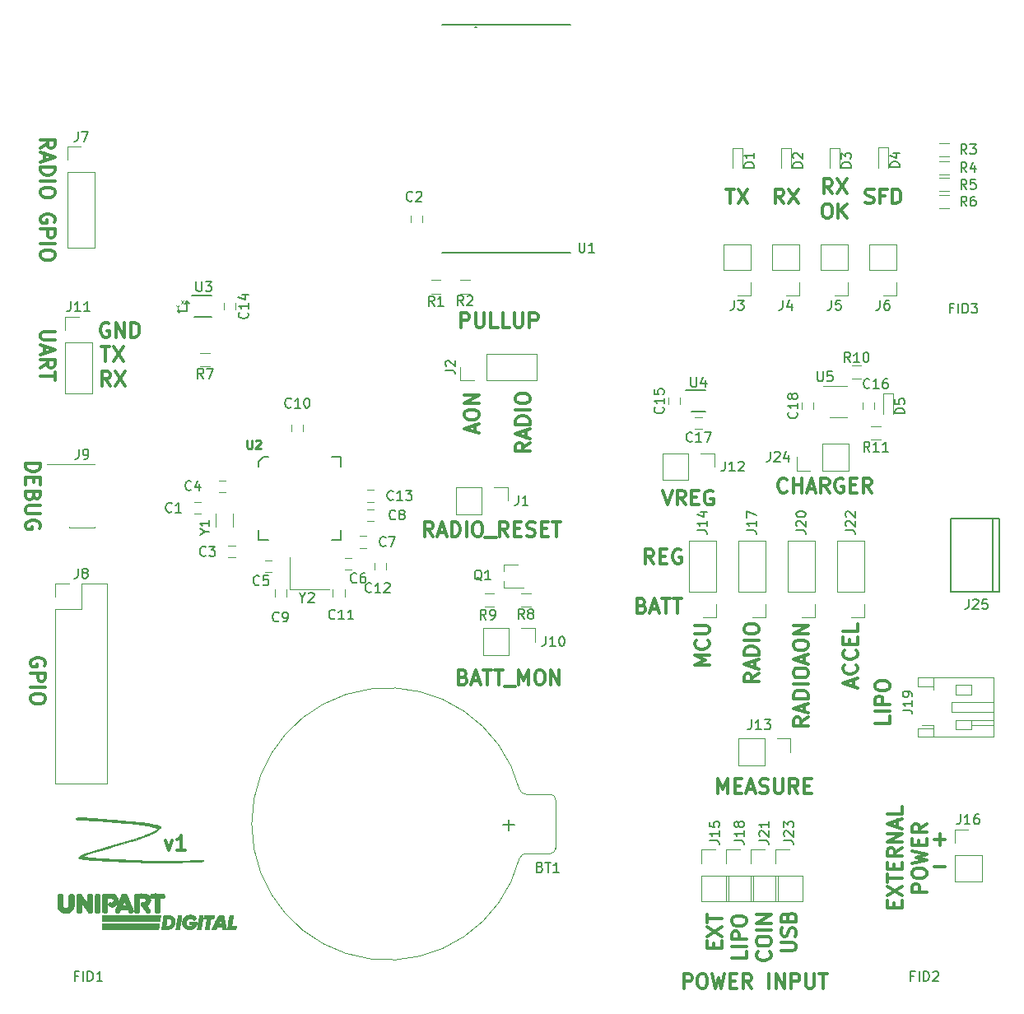
<source format=gto>
G04 #@! TF.FileFunction,Legend,Top*
%FSLAX45Y45*%
G04 Gerber Fmt 4.5, Leading zero omitted, Abs format (unit mm)*
G04 Created by KiCad (PCBNEW 4.0.6-e0-6349~52~ubuntu16.10.1) date Thu May  4 19:45:57 2017*
%MOMM*%
%LPD*%
G01*
G04 APERTURE LIST*
%ADD10C,0.100000*%
%ADD11C,0.300000*%
%ADD12C,0.120000*%
%ADD13C,0.150000*%
%ADD14C,0.010000*%
%ADD15C,0.222250*%
%ADD16C,0.304800*%
%ADD17C,0.075000*%
G04 APERTURE END LIST*
D10*
D11*
X11492857Y-14367857D02*
X11528571Y-14467857D01*
X11564286Y-14367857D01*
X11700000Y-14467857D02*
X11614286Y-14467857D01*
X11657143Y-14467857D02*
X11657143Y-14317857D01*
X11642857Y-14339286D01*
X11628571Y-14353571D01*
X11614286Y-14360714D01*
X14246429Y-11242857D02*
X14196429Y-11171429D01*
X14160714Y-11242857D02*
X14160714Y-11092857D01*
X14217857Y-11092857D01*
X14232143Y-11100000D01*
X14239286Y-11107143D01*
X14246429Y-11121429D01*
X14246429Y-11142857D01*
X14239286Y-11157143D01*
X14232143Y-11164286D01*
X14217857Y-11171429D01*
X14160714Y-11171429D01*
X14303571Y-11200000D02*
X14375000Y-11200000D01*
X14289286Y-11242857D02*
X14339286Y-11092857D01*
X14389286Y-11242857D01*
X14439286Y-11242857D02*
X14439286Y-11092857D01*
X14475000Y-11092857D01*
X14496428Y-11100000D01*
X14510714Y-11114286D01*
X14517857Y-11128571D01*
X14525000Y-11157143D01*
X14525000Y-11178571D01*
X14517857Y-11207143D01*
X14510714Y-11221429D01*
X14496428Y-11235714D01*
X14475000Y-11242857D01*
X14439286Y-11242857D01*
X14589286Y-11242857D02*
X14589286Y-11092857D01*
X14689286Y-11092857D02*
X14717857Y-11092857D01*
X14732143Y-11100000D01*
X14746429Y-11114286D01*
X14753571Y-11142857D01*
X14753571Y-11192857D01*
X14746429Y-11221429D01*
X14732143Y-11235714D01*
X14717857Y-11242857D01*
X14689286Y-11242857D01*
X14675000Y-11235714D01*
X14660714Y-11221429D01*
X14653571Y-11192857D01*
X14653571Y-11142857D01*
X14660714Y-11114286D01*
X14675000Y-11100000D01*
X14689286Y-11092857D01*
X14782143Y-11257143D02*
X14896429Y-11257143D01*
X15017857Y-11242857D02*
X14967857Y-11171429D01*
X14932143Y-11242857D02*
X14932143Y-11092857D01*
X14989286Y-11092857D01*
X15003571Y-11100000D01*
X15010714Y-11107143D01*
X15017857Y-11121429D01*
X15017857Y-11142857D01*
X15010714Y-11157143D01*
X15003571Y-11164286D01*
X14989286Y-11171429D01*
X14932143Y-11171429D01*
X15082143Y-11164286D02*
X15132143Y-11164286D01*
X15153571Y-11242857D02*
X15082143Y-11242857D01*
X15082143Y-11092857D01*
X15153571Y-11092857D01*
X15210714Y-11235714D02*
X15232143Y-11242857D01*
X15267857Y-11242857D01*
X15282143Y-11235714D01*
X15289286Y-11228571D01*
X15296429Y-11214286D01*
X15296429Y-11200000D01*
X15289286Y-11185714D01*
X15282143Y-11178571D01*
X15267857Y-11171429D01*
X15239286Y-11164286D01*
X15225000Y-11157143D01*
X15217857Y-11150000D01*
X15210714Y-11135714D01*
X15210714Y-11121429D01*
X15217857Y-11107143D01*
X15225000Y-11100000D01*
X15239286Y-11092857D01*
X15275000Y-11092857D01*
X15296429Y-11100000D01*
X15360714Y-11164286D02*
X15410714Y-11164286D01*
X15432143Y-11242857D02*
X15360714Y-11242857D01*
X15360714Y-11092857D01*
X15432143Y-11092857D01*
X15475000Y-11092857D02*
X15560714Y-11092857D01*
X15517857Y-11242857D02*
X15517857Y-11092857D01*
X14532143Y-9092857D02*
X14532143Y-8942857D01*
X14589286Y-8942857D01*
X14603571Y-8950000D01*
X14610714Y-8957143D01*
X14617857Y-8971429D01*
X14617857Y-8992857D01*
X14610714Y-9007143D01*
X14603571Y-9014286D01*
X14589286Y-9021429D01*
X14532143Y-9021429D01*
X14682143Y-8942857D02*
X14682143Y-9064286D01*
X14689286Y-9078571D01*
X14696428Y-9085714D01*
X14710714Y-9092857D01*
X14739286Y-9092857D01*
X14753571Y-9085714D01*
X14760714Y-9078571D01*
X14767857Y-9064286D01*
X14767857Y-8942857D01*
X14910714Y-9092857D02*
X14839286Y-9092857D01*
X14839286Y-8942857D01*
X15032143Y-9092857D02*
X14960714Y-9092857D01*
X14960714Y-8942857D01*
X15082143Y-8942857D02*
X15082143Y-9064286D01*
X15089286Y-9078571D01*
X15096429Y-9085714D01*
X15110714Y-9092857D01*
X15139286Y-9092857D01*
X15153571Y-9085714D01*
X15160714Y-9078571D01*
X15167857Y-9064286D01*
X15167857Y-8942857D01*
X15239286Y-9092857D02*
X15239286Y-8942857D01*
X15296429Y-8942857D01*
X15310714Y-8950000D01*
X15317857Y-8957143D01*
X15325000Y-8971429D01*
X15325000Y-8992857D01*
X15317857Y-9007143D01*
X15310714Y-9014286D01*
X15296429Y-9021429D01*
X15239286Y-9021429D01*
X15242857Y-10282143D02*
X15171429Y-10332143D01*
X15242857Y-10367857D02*
X15092857Y-10367857D01*
X15092857Y-10310714D01*
X15100000Y-10296429D01*
X15107143Y-10289286D01*
X15121429Y-10282143D01*
X15142857Y-10282143D01*
X15157143Y-10289286D01*
X15164286Y-10296429D01*
X15171429Y-10310714D01*
X15171429Y-10367857D01*
X15200000Y-10225000D02*
X15200000Y-10153571D01*
X15242857Y-10239286D02*
X15092857Y-10189286D01*
X15242857Y-10139286D01*
X15242857Y-10089286D02*
X15092857Y-10089286D01*
X15092857Y-10053571D01*
X15100000Y-10032143D01*
X15114286Y-10017857D01*
X15128571Y-10010714D01*
X15157143Y-10003571D01*
X15178571Y-10003571D01*
X15207143Y-10010714D01*
X15221429Y-10017857D01*
X15235714Y-10032143D01*
X15242857Y-10053571D01*
X15242857Y-10089286D01*
X15242857Y-9939286D02*
X15092857Y-9939286D01*
X15092857Y-9839286D02*
X15092857Y-9810714D01*
X15100000Y-9796429D01*
X15114286Y-9782143D01*
X15142857Y-9775000D01*
X15192857Y-9775000D01*
X15221429Y-9782143D01*
X15235714Y-9796429D01*
X15242857Y-9810714D01*
X15242857Y-9839286D01*
X15235714Y-9853571D01*
X15221429Y-9867857D01*
X15192857Y-9875000D01*
X15142857Y-9875000D01*
X15114286Y-9867857D01*
X15100000Y-9853571D01*
X15092857Y-9839286D01*
X14675000Y-10167857D02*
X14675000Y-10096429D01*
X14717857Y-10182143D02*
X14567857Y-10132143D01*
X14717857Y-10082143D01*
X14567857Y-10003572D02*
X14567857Y-9975000D01*
X14575000Y-9960714D01*
X14589286Y-9946429D01*
X14617857Y-9939286D01*
X14667857Y-9939286D01*
X14696429Y-9946429D01*
X14710714Y-9960714D01*
X14717857Y-9975000D01*
X14717857Y-10003572D01*
X14710714Y-10017857D01*
X14696429Y-10032143D01*
X14667857Y-10039286D01*
X14617857Y-10039286D01*
X14589286Y-10032143D01*
X14575000Y-10017857D01*
X14567857Y-10003572D01*
X14717857Y-9875000D02*
X14567857Y-9875000D01*
X14717857Y-9789286D01*
X14567857Y-9789286D01*
X17178000Y-13885457D02*
X17178000Y-13735457D01*
X17228000Y-13842600D01*
X17278000Y-13735457D01*
X17278000Y-13885457D01*
X17349429Y-13806886D02*
X17399429Y-13806886D01*
X17420857Y-13885457D02*
X17349429Y-13885457D01*
X17349429Y-13735457D01*
X17420857Y-13735457D01*
X17478000Y-13842600D02*
X17549429Y-13842600D01*
X17463714Y-13885457D02*
X17513714Y-13735457D01*
X17563714Y-13885457D01*
X17606571Y-13878314D02*
X17628000Y-13885457D01*
X17663714Y-13885457D01*
X17678000Y-13878314D01*
X17685143Y-13871171D01*
X17692286Y-13856886D01*
X17692286Y-13842600D01*
X17685143Y-13828314D01*
X17678000Y-13821171D01*
X17663714Y-13814029D01*
X17635143Y-13806886D01*
X17620857Y-13799743D01*
X17613714Y-13792600D01*
X17606571Y-13778314D01*
X17606571Y-13764029D01*
X17613714Y-13749743D01*
X17620857Y-13742600D01*
X17635143Y-13735457D01*
X17670857Y-13735457D01*
X17692286Y-13742600D01*
X17756571Y-13735457D02*
X17756571Y-13856886D01*
X17763714Y-13871171D01*
X17770857Y-13878314D01*
X17785143Y-13885457D01*
X17813714Y-13885457D01*
X17828000Y-13878314D01*
X17835143Y-13871171D01*
X17842286Y-13856886D01*
X17842286Y-13735457D01*
X17999429Y-13885457D02*
X17949429Y-13814029D01*
X17913714Y-13885457D02*
X17913714Y-13735457D01*
X17970857Y-13735457D01*
X17985143Y-13742600D01*
X17992286Y-13749743D01*
X17999429Y-13764029D01*
X17999429Y-13785457D01*
X17992286Y-13799743D01*
X17985143Y-13806886D01*
X17970857Y-13814029D01*
X17913714Y-13814029D01*
X18063714Y-13806886D02*
X18113714Y-13806886D01*
X18135143Y-13885457D02*
X18063714Y-13885457D01*
X18063714Y-13735457D01*
X18135143Y-13735457D01*
X18567000Y-12785686D02*
X18567000Y-12714257D01*
X18609857Y-12799971D02*
X18459857Y-12749971D01*
X18609857Y-12699971D01*
X18595571Y-12564257D02*
X18602714Y-12571400D01*
X18609857Y-12592829D01*
X18609857Y-12607114D01*
X18602714Y-12628543D01*
X18588429Y-12642829D01*
X18574143Y-12649971D01*
X18545571Y-12657114D01*
X18524143Y-12657114D01*
X18495571Y-12649971D01*
X18481286Y-12642829D01*
X18467000Y-12628543D01*
X18459857Y-12607114D01*
X18459857Y-12592829D01*
X18467000Y-12571400D01*
X18474143Y-12564257D01*
X18595571Y-12414257D02*
X18602714Y-12421400D01*
X18609857Y-12442829D01*
X18609857Y-12457114D01*
X18602714Y-12478543D01*
X18588429Y-12492829D01*
X18574143Y-12499971D01*
X18545571Y-12507114D01*
X18524143Y-12507114D01*
X18495571Y-12499971D01*
X18481286Y-12492829D01*
X18467000Y-12478543D01*
X18459857Y-12457114D01*
X18459857Y-12442829D01*
X18467000Y-12421400D01*
X18474143Y-12414257D01*
X18531286Y-12349971D02*
X18531286Y-12299971D01*
X18609857Y-12278543D02*
X18609857Y-12349971D01*
X18459857Y-12349971D01*
X18459857Y-12278543D01*
X18609857Y-12142828D02*
X18609857Y-12214257D01*
X18459857Y-12214257D01*
X18101857Y-13103171D02*
X18030429Y-13153171D01*
X18101857Y-13188886D02*
X17951857Y-13188886D01*
X17951857Y-13131743D01*
X17959000Y-13117457D01*
X17966143Y-13110314D01*
X17980429Y-13103171D01*
X18001857Y-13103171D01*
X18016143Y-13110314D01*
X18023286Y-13117457D01*
X18030429Y-13131743D01*
X18030429Y-13188886D01*
X18059000Y-13046029D02*
X18059000Y-12974600D01*
X18101857Y-13060314D02*
X17951857Y-13010314D01*
X18101857Y-12960314D01*
X18101857Y-12910314D02*
X17951857Y-12910314D01*
X17951857Y-12874600D01*
X17959000Y-12853171D01*
X17973286Y-12838886D01*
X17987571Y-12831743D01*
X18016143Y-12824600D01*
X18037571Y-12824600D01*
X18066143Y-12831743D01*
X18080429Y-12838886D01*
X18094714Y-12853171D01*
X18101857Y-12874600D01*
X18101857Y-12910314D01*
X18101857Y-12760314D02*
X17951857Y-12760314D01*
X17951857Y-12660314D02*
X17951857Y-12631743D01*
X17959000Y-12617457D01*
X17973286Y-12603171D01*
X18001857Y-12596029D01*
X18051857Y-12596029D01*
X18080429Y-12603171D01*
X18094714Y-12617457D01*
X18101857Y-12631743D01*
X18101857Y-12660314D01*
X18094714Y-12674600D01*
X18080429Y-12688886D01*
X18051857Y-12696029D01*
X18001857Y-12696029D01*
X17973286Y-12688886D01*
X17959000Y-12674600D01*
X17951857Y-12660314D01*
X18059000Y-12538886D02*
X18059000Y-12467457D01*
X18101857Y-12553171D02*
X17951857Y-12503171D01*
X18101857Y-12453171D01*
X17951857Y-12374600D02*
X17951857Y-12346029D01*
X17959000Y-12331743D01*
X17973286Y-12317457D01*
X18001857Y-12310314D01*
X18051857Y-12310314D01*
X18080429Y-12317457D01*
X18094714Y-12331743D01*
X18101857Y-12346029D01*
X18101857Y-12374600D01*
X18094714Y-12388886D01*
X18080429Y-12403171D01*
X18051857Y-12410314D01*
X18001857Y-12410314D01*
X17973286Y-12403171D01*
X17959000Y-12388886D01*
X17951857Y-12374600D01*
X18101857Y-12246028D02*
X17951857Y-12246028D01*
X18101857Y-12160314D01*
X17951857Y-12160314D01*
X17593857Y-12653143D02*
X17522429Y-12703143D01*
X17593857Y-12738857D02*
X17443857Y-12738857D01*
X17443857Y-12681714D01*
X17451000Y-12667428D01*
X17458143Y-12660286D01*
X17472429Y-12653143D01*
X17493857Y-12653143D01*
X17508143Y-12660286D01*
X17515286Y-12667428D01*
X17522429Y-12681714D01*
X17522429Y-12738857D01*
X17551000Y-12596000D02*
X17551000Y-12524571D01*
X17593857Y-12610286D02*
X17443857Y-12560286D01*
X17593857Y-12510286D01*
X17593857Y-12460286D02*
X17443857Y-12460286D01*
X17443857Y-12424571D01*
X17451000Y-12403143D01*
X17465286Y-12388857D01*
X17479571Y-12381714D01*
X17508143Y-12374571D01*
X17529571Y-12374571D01*
X17558143Y-12381714D01*
X17572429Y-12388857D01*
X17586714Y-12403143D01*
X17593857Y-12424571D01*
X17593857Y-12460286D01*
X17593857Y-12310286D02*
X17443857Y-12310286D01*
X17443857Y-12210286D02*
X17443857Y-12181714D01*
X17451000Y-12167428D01*
X17465286Y-12153143D01*
X17493857Y-12146000D01*
X17543857Y-12146000D01*
X17572429Y-12153143D01*
X17586714Y-12167428D01*
X17593857Y-12181714D01*
X17593857Y-12210286D01*
X17586714Y-12224571D01*
X17572429Y-12238857D01*
X17543857Y-12246000D01*
X17493857Y-12246000D01*
X17465286Y-12238857D01*
X17451000Y-12224571D01*
X17443857Y-12210286D01*
X17085857Y-12566571D02*
X16935857Y-12566571D01*
X17043000Y-12516571D01*
X16935857Y-12466571D01*
X17085857Y-12466571D01*
X17071571Y-12309428D02*
X17078714Y-12316571D01*
X17085857Y-12338000D01*
X17085857Y-12352286D01*
X17078714Y-12373714D01*
X17064429Y-12388000D01*
X17050143Y-12395143D01*
X17021571Y-12402286D01*
X17000143Y-12402286D01*
X16971571Y-12395143D01*
X16957286Y-12388000D01*
X16943000Y-12373714D01*
X16935857Y-12352286D01*
X16935857Y-12338000D01*
X16943000Y-12316571D01*
X16950143Y-12309428D01*
X16935857Y-12245143D02*
X17057286Y-12245143D01*
X17071571Y-12238000D01*
X17078714Y-12230857D01*
X17085857Y-12216571D01*
X17085857Y-12188000D01*
X17078714Y-12173714D01*
X17071571Y-12166571D01*
X17057286Y-12159428D01*
X16935857Y-12159428D01*
X16515171Y-11523257D02*
X16465171Y-11451829D01*
X16429457Y-11523257D02*
X16429457Y-11373257D01*
X16486600Y-11373257D01*
X16500886Y-11380400D01*
X16508029Y-11387543D01*
X16515171Y-11401829D01*
X16515171Y-11423257D01*
X16508029Y-11437543D01*
X16500886Y-11444686D01*
X16486600Y-11451829D01*
X16429457Y-11451829D01*
X16579457Y-11444686D02*
X16629457Y-11444686D01*
X16650886Y-11523257D02*
X16579457Y-11523257D01*
X16579457Y-11373257D01*
X16650886Y-11373257D01*
X16793743Y-11380400D02*
X16779457Y-11373257D01*
X16758029Y-11373257D01*
X16736600Y-11380400D01*
X16722314Y-11394686D01*
X16715171Y-11408971D01*
X16708029Y-11437543D01*
X16708029Y-11458971D01*
X16715171Y-11487543D01*
X16722314Y-11501829D01*
X16736600Y-11516114D01*
X16758029Y-11523257D01*
X16772314Y-11523257D01*
X16793743Y-11516114D01*
X16800886Y-11508971D01*
X16800886Y-11458971D01*
X16772314Y-11458971D01*
X16392943Y-11952686D02*
X16414371Y-11959829D01*
X16421514Y-11966971D01*
X16428657Y-11981257D01*
X16428657Y-12002686D01*
X16421514Y-12016971D01*
X16414371Y-12024114D01*
X16400086Y-12031257D01*
X16342943Y-12031257D01*
X16342943Y-11881257D01*
X16392943Y-11881257D01*
X16407229Y-11888400D01*
X16414371Y-11895543D01*
X16421514Y-11909829D01*
X16421514Y-11924114D01*
X16414371Y-11938400D01*
X16407229Y-11945543D01*
X16392943Y-11952686D01*
X16342943Y-11952686D01*
X16485800Y-11988400D02*
X16557229Y-11988400D01*
X16471514Y-12031257D02*
X16521514Y-11881257D01*
X16571514Y-12031257D01*
X16600086Y-11881257D02*
X16685800Y-11881257D01*
X16642943Y-12031257D02*
X16642943Y-11881257D01*
X16714371Y-11881257D02*
X16800086Y-11881257D01*
X16757229Y-12031257D02*
X16757229Y-11881257D01*
X17885714Y-10778571D02*
X17878571Y-10785714D01*
X17857143Y-10792857D01*
X17842857Y-10792857D01*
X17821429Y-10785714D01*
X17807143Y-10771429D01*
X17800000Y-10757143D01*
X17792857Y-10728571D01*
X17792857Y-10707143D01*
X17800000Y-10678571D01*
X17807143Y-10664286D01*
X17821429Y-10650000D01*
X17842857Y-10642857D01*
X17857143Y-10642857D01*
X17878571Y-10650000D01*
X17885714Y-10657143D01*
X17950000Y-10792857D02*
X17950000Y-10642857D01*
X17950000Y-10714286D02*
X18035714Y-10714286D01*
X18035714Y-10792857D02*
X18035714Y-10642857D01*
X18100000Y-10750000D02*
X18171429Y-10750000D01*
X18085714Y-10792857D02*
X18135714Y-10642857D01*
X18185714Y-10792857D01*
X18321429Y-10792857D02*
X18271429Y-10721429D01*
X18235714Y-10792857D02*
X18235714Y-10642857D01*
X18292857Y-10642857D01*
X18307143Y-10650000D01*
X18314286Y-10657143D01*
X18321429Y-10671429D01*
X18321429Y-10692857D01*
X18314286Y-10707143D01*
X18307143Y-10714286D01*
X18292857Y-10721429D01*
X18235714Y-10721429D01*
X18464286Y-10650000D02*
X18450000Y-10642857D01*
X18428571Y-10642857D01*
X18407143Y-10650000D01*
X18392857Y-10664286D01*
X18385714Y-10678571D01*
X18378571Y-10707143D01*
X18378571Y-10728571D01*
X18385714Y-10757143D01*
X18392857Y-10771429D01*
X18407143Y-10785714D01*
X18428571Y-10792857D01*
X18442857Y-10792857D01*
X18464286Y-10785714D01*
X18471429Y-10778571D01*
X18471429Y-10728571D01*
X18442857Y-10728571D01*
X18535714Y-10714286D02*
X18585714Y-10714286D01*
X18607143Y-10792857D02*
X18535714Y-10792857D01*
X18535714Y-10642857D01*
X18607143Y-10642857D01*
X18757143Y-10792857D02*
X18707143Y-10721429D01*
X18671429Y-10792857D02*
X18671429Y-10642857D01*
X18728571Y-10642857D01*
X18742857Y-10650000D01*
X18750000Y-10657143D01*
X18757143Y-10671429D01*
X18757143Y-10692857D01*
X18750000Y-10707143D01*
X18742857Y-10714286D01*
X18728571Y-10721429D01*
X18671429Y-10721429D01*
X16607143Y-10767857D02*
X16657143Y-10917857D01*
X16707143Y-10767857D01*
X16842857Y-10917857D02*
X16792857Y-10846429D01*
X16757143Y-10917857D02*
X16757143Y-10767857D01*
X16814286Y-10767857D01*
X16828572Y-10775000D01*
X16835714Y-10782143D01*
X16842857Y-10796429D01*
X16842857Y-10817857D01*
X16835714Y-10832143D01*
X16828572Y-10839286D01*
X16814286Y-10846429D01*
X16757143Y-10846429D01*
X16907143Y-10839286D02*
X16957143Y-10839286D01*
X16978572Y-10917857D02*
X16907143Y-10917857D01*
X16907143Y-10767857D01*
X16978572Y-10767857D01*
X17121429Y-10775000D02*
X17107143Y-10767857D01*
X17085714Y-10767857D01*
X17064286Y-10775000D01*
X17050000Y-10789286D01*
X17042857Y-10803571D01*
X17035714Y-10832143D01*
X17035714Y-10853571D01*
X17042857Y-10882143D01*
X17050000Y-10896429D01*
X17064286Y-10910714D01*
X17085714Y-10917857D01*
X17100000Y-10917857D01*
X17121429Y-10910714D01*
X17128572Y-10903571D01*
X17128572Y-10853571D01*
X17100000Y-10853571D01*
X14557143Y-12689286D02*
X14578571Y-12696429D01*
X14585714Y-12703571D01*
X14592857Y-12717857D01*
X14592857Y-12739286D01*
X14585714Y-12753571D01*
X14578571Y-12760714D01*
X14564286Y-12767857D01*
X14507143Y-12767857D01*
X14507143Y-12617857D01*
X14557143Y-12617857D01*
X14571429Y-12625000D01*
X14578571Y-12632143D01*
X14585714Y-12646429D01*
X14585714Y-12660714D01*
X14578571Y-12675000D01*
X14571429Y-12682143D01*
X14557143Y-12689286D01*
X14507143Y-12689286D01*
X14650000Y-12725000D02*
X14721429Y-12725000D01*
X14635714Y-12767857D02*
X14685714Y-12617857D01*
X14735714Y-12767857D01*
X14764286Y-12617857D02*
X14850000Y-12617857D01*
X14807143Y-12767857D02*
X14807143Y-12617857D01*
X14878571Y-12617857D02*
X14964286Y-12617857D01*
X14921429Y-12767857D02*
X14921429Y-12617857D01*
X14978571Y-12782143D02*
X15092857Y-12782143D01*
X15128571Y-12767857D02*
X15128571Y-12617857D01*
X15178571Y-12725000D01*
X15228571Y-12617857D01*
X15228571Y-12767857D01*
X15328571Y-12617857D02*
X15357143Y-12617857D01*
X15371429Y-12625000D01*
X15385714Y-12639286D01*
X15392857Y-12667857D01*
X15392857Y-12717857D01*
X15385714Y-12746429D01*
X15371429Y-12760714D01*
X15357143Y-12767857D01*
X15328571Y-12767857D01*
X15314286Y-12760714D01*
X15300000Y-12746429D01*
X15292857Y-12717857D01*
X15292857Y-12667857D01*
X15300000Y-12639286D01*
X15314286Y-12625000D01*
X15328571Y-12617857D01*
X15457143Y-12767857D02*
X15457143Y-12617857D01*
X15542857Y-12767857D01*
X15542857Y-12617857D01*
X18942857Y-13092857D02*
X18942857Y-13164286D01*
X18792857Y-13164286D01*
X18942857Y-13042857D02*
X18792857Y-13042857D01*
X18942857Y-12971428D02*
X18792857Y-12971428D01*
X18792857Y-12914286D01*
X18800000Y-12900000D01*
X18807143Y-12892857D01*
X18821429Y-12885714D01*
X18842857Y-12885714D01*
X18857143Y-12892857D01*
X18864286Y-12900000D01*
X18871429Y-12914286D01*
X18871429Y-12971428D01*
X18792857Y-12792857D02*
X18792857Y-12764286D01*
X18800000Y-12750000D01*
X18814286Y-12735714D01*
X18842857Y-12728571D01*
X18892857Y-12728571D01*
X18921429Y-12735714D01*
X18935714Y-12750000D01*
X18942857Y-12764286D01*
X18942857Y-12792857D01*
X18935714Y-12807143D01*
X18921429Y-12821428D01*
X18892857Y-12828571D01*
X18842857Y-12828571D01*
X18814286Y-12821428D01*
X18800000Y-12807143D01*
X18792857Y-12792857D01*
X18987986Y-15061343D02*
X18987986Y-15011343D01*
X19066557Y-14989914D02*
X19066557Y-15061343D01*
X18916557Y-15061343D01*
X18916557Y-14989914D01*
X18916557Y-14939914D02*
X19066557Y-14839914D01*
X18916557Y-14839914D02*
X19066557Y-14939914D01*
X18916557Y-14804200D02*
X18916557Y-14718486D01*
X19066557Y-14761343D02*
X18916557Y-14761343D01*
X18987986Y-14668486D02*
X18987986Y-14618486D01*
X19066557Y-14597057D02*
X19066557Y-14668486D01*
X18916557Y-14668486D01*
X18916557Y-14597057D01*
X19066557Y-14447057D02*
X18995129Y-14497057D01*
X19066557Y-14532771D02*
X18916557Y-14532771D01*
X18916557Y-14475629D01*
X18923700Y-14461343D01*
X18930843Y-14454200D01*
X18945129Y-14447057D01*
X18966557Y-14447057D01*
X18980843Y-14454200D01*
X18987986Y-14461343D01*
X18995129Y-14475629D01*
X18995129Y-14532771D01*
X19066557Y-14382771D02*
X18916557Y-14382771D01*
X19066557Y-14297057D01*
X18916557Y-14297057D01*
X19023700Y-14232771D02*
X19023700Y-14161343D01*
X19066557Y-14247057D02*
X18916557Y-14197057D01*
X19066557Y-14147057D01*
X19066557Y-14025628D02*
X19066557Y-14097057D01*
X18916557Y-14097057D01*
X19321557Y-14900629D02*
X19171557Y-14900629D01*
X19171557Y-14843486D01*
X19178700Y-14829200D01*
X19185843Y-14822057D01*
X19200129Y-14814914D01*
X19221557Y-14814914D01*
X19235843Y-14822057D01*
X19242986Y-14829200D01*
X19250129Y-14843486D01*
X19250129Y-14900629D01*
X19171557Y-14722057D02*
X19171557Y-14693486D01*
X19178700Y-14679200D01*
X19192986Y-14664914D01*
X19221557Y-14657771D01*
X19271557Y-14657771D01*
X19300129Y-14664914D01*
X19314414Y-14679200D01*
X19321557Y-14693486D01*
X19321557Y-14722057D01*
X19314414Y-14736343D01*
X19300129Y-14750629D01*
X19271557Y-14757771D01*
X19221557Y-14757771D01*
X19192986Y-14750629D01*
X19178700Y-14736343D01*
X19171557Y-14722057D01*
X19171557Y-14607771D02*
X19321557Y-14572057D01*
X19214414Y-14543486D01*
X19321557Y-14514914D01*
X19171557Y-14479200D01*
X19242986Y-14422057D02*
X19242986Y-14372057D01*
X19321557Y-14350628D02*
X19321557Y-14422057D01*
X19171557Y-14422057D01*
X19171557Y-14350628D01*
X19321557Y-14200628D02*
X19250129Y-14250628D01*
X19321557Y-14286343D02*
X19171557Y-14286343D01*
X19171557Y-14229200D01*
X19178700Y-14214914D01*
X19185843Y-14207771D01*
X19200129Y-14200628D01*
X19221557Y-14200628D01*
X19235843Y-14207771D01*
X19242986Y-14214914D01*
X19250129Y-14229200D01*
X19250129Y-14286343D01*
X19399257Y-14641114D02*
X19513543Y-14641114D01*
X19399257Y-14361714D02*
X19513543Y-14361714D01*
X19456400Y-14418857D02*
X19456400Y-14304571D01*
X16822829Y-15892057D02*
X16822829Y-15742057D01*
X16879971Y-15742057D01*
X16894257Y-15749200D01*
X16901400Y-15756343D01*
X16908543Y-15770629D01*
X16908543Y-15792057D01*
X16901400Y-15806343D01*
X16894257Y-15813486D01*
X16879971Y-15820629D01*
X16822829Y-15820629D01*
X17001400Y-15742057D02*
X17029971Y-15742057D01*
X17044257Y-15749200D01*
X17058543Y-15763486D01*
X17065686Y-15792057D01*
X17065686Y-15842057D01*
X17058543Y-15870629D01*
X17044257Y-15884914D01*
X17029971Y-15892057D01*
X17001400Y-15892057D01*
X16987114Y-15884914D01*
X16972829Y-15870629D01*
X16965686Y-15842057D01*
X16965686Y-15792057D01*
X16972829Y-15763486D01*
X16987114Y-15749200D01*
X17001400Y-15742057D01*
X17115686Y-15742057D02*
X17151400Y-15892057D01*
X17179971Y-15784914D01*
X17208543Y-15892057D01*
X17244257Y-15742057D01*
X17301400Y-15813486D02*
X17351400Y-15813486D01*
X17372829Y-15892057D02*
X17301400Y-15892057D01*
X17301400Y-15742057D01*
X17372829Y-15742057D01*
X17522829Y-15892057D02*
X17472829Y-15820629D01*
X17437114Y-15892057D02*
X17437114Y-15742057D01*
X17494257Y-15742057D01*
X17508543Y-15749200D01*
X17515686Y-15756343D01*
X17522829Y-15770629D01*
X17522829Y-15792057D01*
X17515686Y-15806343D01*
X17508543Y-15813486D01*
X17494257Y-15820629D01*
X17437114Y-15820629D01*
X17701400Y-15892057D02*
X17701400Y-15742057D01*
X17772829Y-15892057D02*
X17772829Y-15742057D01*
X17858543Y-15892057D01*
X17858543Y-15742057D01*
X17929972Y-15892057D02*
X17929972Y-15742057D01*
X17987114Y-15742057D01*
X18001400Y-15749200D01*
X18008543Y-15756343D01*
X18015686Y-15770629D01*
X18015686Y-15792057D01*
X18008543Y-15806343D01*
X18001400Y-15813486D01*
X17987114Y-15820629D01*
X17929972Y-15820629D01*
X18079972Y-15742057D02*
X18079972Y-15863486D01*
X18087114Y-15877771D01*
X18094257Y-15884914D01*
X18108543Y-15892057D01*
X18137114Y-15892057D01*
X18151400Y-15884914D01*
X18158543Y-15877771D01*
X18165686Y-15863486D01*
X18165686Y-15742057D01*
X18215686Y-15742057D02*
X18301400Y-15742057D01*
X18258543Y-15892057D02*
X18258543Y-15742057D01*
X17824857Y-15505486D02*
X17946286Y-15505486D01*
X17960571Y-15498343D01*
X17967714Y-15491200D01*
X17974857Y-15476914D01*
X17974857Y-15448343D01*
X17967714Y-15434057D01*
X17960571Y-15426914D01*
X17946286Y-15419771D01*
X17824857Y-15419771D01*
X17967714Y-15355486D02*
X17974857Y-15334057D01*
X17974857Y-15298343D01*
X17967714Y-15284057D01*
X17960571Y-15276914D01*
X17946286Y-15269771D01*
X17932000Y-15269771D01*
X17917714Y-15276914D01*
X17910571Y-15284057D01*
X17903429Y-15298343D01*
X17896286Y-15326914D01*
X17889143Y-15341200D01*
X17882000Y-15348343D01*
X17867714Y-15355486D01*
X17853429Y-15355486D01*
X17839143Y-15348343D01*
X17832000Y-15341200D01*
X17824857Y-15326914D01*
X17824857Y-15291200D01*
X17832000Y-15269771D01*
X17896286Y-15155486D02*
X17903429Y-15134057D01*
X17910571Y-15126914D01*
X17924857Y-15119771D01*
X17946286Y-15119771D01*
X17960571Y-15126914D01*
X17967714Y-15134057D01*
X17974857Y-15148343D01*
X17974857Y-15205486D01*
X17824857Y-15205486D01*
X17824857Y-15155486D01*
X17832000Y-15141200D01*
X17839143Y-15134057D01*
X17853429Y-15126914D01*
X17867714Y-15126914D01*
X17882000Y-15134057D01*
X17889143Y-15141200D01*
X17896286Y-15155486D01*
X17896286Y-15205486D01*
X17706571Y-15513429D02*
X17713714Y-15520571D01*
X17720857Y-15542000D01*
X17720857Y-15556286D01*
X17713714Y-15577714D01*
X17699429Y-15592000D01*
X17685143Y-15599143D01*
X17656571Y-15606286D01*
X17635143Y-15606286D01*
X17606571Y-15599143D01*
X17592286Y-15592000D01*
X17578000Y-15577714D01*
X17570857Y-15556286D01*
X17570857Y-15542000D01*
X17578000Y-15520571D01*
X17585143Y-15513429D01*
X17570857Y-15420571D02*
X17570857Y-15392000D01*
X17578000Y-15377714D01*
X17592286Y-15363429D01*
X17620857Y-15356286D01*
X17670857Y-15356286D01*
X17699429Y-15363429D01*
X17713714Y-15377714D01*
X17720857Y-15392000D01*
X17720857Y-15420571D01*
X17713714Y-15434857D01*
X17699429Y-15449143D01*
X17670857Y-15456286D01*
X17620857Y-15456286D01*
X17592286Y-15449143D01*
X17578000Y-15434857D01*
X17570857Y-15420571D01*
X17720857Y-15292000D02*
X17570857Y-15292000D01*
X17720857Y-15220571D02*
X17570857Y-15220571D01*
X17720857Y-15134857D01*
X17570857Y-15134857D01*
X17466857Y-15509857D02*
X17466857Y-15581286D01*
X17316857Y-15581286D01*
X17466857Y-15459857D02*
X17316857Y-15459857D01*
X17466857Y-15388428D02*
X17316857Y-15388428D01*
X17316857Y-15331286D01*
X17324000Y-15317000D01*
X17331143Y-15309857D01*
X17345429Y-15302714D01*
X17366857Y-15302714D01*
X17381143Y-15309857D01*
X17388286Y-15317000D01*
X17395429Y-15331286D01*
X17395429Y-15388428D01*
X17316857Y-15209857D02*
X17316857Y-15181286D01*
X17324000Y-15167000D01*
X17338286Y-15152714D01*
X17366857Y-15145571D01*
X17416857Y-15145571D01*
X17445429Y-15152714D01*
X17459714Y-15167000D01*
X17466857Y-15181286D01*
X17466857Y-15209857D01*
X17459714Y-15224143D01*
X17445429Y-15238428D01*
X17416857Y-15245571D01*
X17366857Y-15245571D01*
X17338286Y-15238428D01*
X17324000Y-15224143D01*
X17316857Y-15209857D01*
X17134286Y-15476914D02*
X17134286Y-15426914D01*
X17212857Y-15405486D02*
X17212857Y-15476914D01*
X17062857Y-15476914D01*
X17062857Y-15405486D01*
X17062857Y-15355486D02*
X17212857Y-15255486D01*
X17062857Y-15255486D02*
X17212857Y-15355486D01*
X17062857Y-15219771D02*
X17062857Y-15134057D01*
X17212857Y-15176914D02*
X17062857Y-15176914D01*
X10925000Y-9692857D02*
X10875000Y-9621429D01*
X10839286Y-9692857D02*
X10839286Y-9542857D01*
X10896429Y-9542857D01*
X10910714Y-9550000D01*
X10917857Y-9557143D01*
X10925000Y-9571429D01*
X10925000Y-9592857D01*
X10917857Y-9607143D01*
X10910714Y-9614286D01*
X10896429Y-9621429D01*
X10839286Y-9621429D01*
X10975000Y-9542857D02*
X11075000Y-9692857D01*
X11075000Y-9542857D02*
X10975000Y-9692857D01*
X10835714Y-9292857D02*
X10921429Y-9292857D01*
X10878572Y-9442857D02*
X10878572Y-9292857D01*
X10957143Y-9292857D02*
X11057143Y-9442857D01*
X11057143Y-9292857D02*
X10957143Y-9442857D01*
X10910714Y-9050000D02*
X10896429Y-9042857D01*
X10875000Y-9042857D01*
X10853572Y-9050000D01*
X10839286Y-9064286D01*
X10832143Y-9078571D01*
X10825000Y-9107143D01*
X10825000Y-9128571D01*
X10832143Y-9157143D01*
X10839286Y-9171429D01*
X10853572Y-9185714D01*
X10875000Y-9192857D01*
X10889286Y-9192857D01*
X10910714Y-9185714D01*
X10917857Y-9178571D01*
X10917857Y-9128571D01*
X10889286Y-9128571D01*
X10982143Y-9192857D02*
X10982143Y-9042857D01*
X11067857Y-9192857D01*
X11067857Y-9042857D01*
X11139286Y-9192857D02*
X11139286Y-9042857D01*
X11175000Y-9042857D01*
X11196429Y-9050000D01*
X11210714Y-9064286D01*
X11217857Y-9078571D01*
X11225000Y-9107143D01*
X11225000Y-9128571D01*
X11217857Y-9157143D01*
X11210714Y-9171429D01*
X11196429Y-9185714D01*
X11175000Y-9192857D01*
X11139286Y-9192857D01*
X10250000Y-12575000D02*
X10257143Y-12560714D01*
X10257143Y-12539286D01*
X10250000Y-12517857D01*
X10235714Y-12503571D01*
X10221429Y-12496429D01*
X10192857Y-12489286D01*
X10171429Y-12489286D01*
X10142857Y-12496429D01*
X10128571Y-12503571D01*
X10114286Y-12517857D01*
X10107143Y-12539286D01*
X10107143Y-12553571D01*
X10114286Y-12575000D01*
X10121429Y-12582143D01*
X10171429Y-12582143D01*
X10171429Y-12553571D01*
X10107143Y-12646429D02*
X10257143Y-12646429D01*
X10257143Y-12703571D01*
X10250000Y-12717857D01*
X10242857Y-12725000D01*
X10228571Y-12732143D01*
X10207143Y-12732143D01*
X10192857Y-12725000D01*
X10185714Y-12717857D01*
X10178571Y-12703571D01*
X10178571Y-12646429D01*
X10107143Y-12796429D02*
X10257143Y-12796429D01*
X10257143Y-12896429D02*
X10257143Y-12925000D01*
X10250000Y-12939286D01*
X10235714Y-12953571D01*
X10207143Y-12960714D01*
X10157143Y-12960714D01*
X10128571Y-12953571D01*
X10114286Y-12939286D01*
X10107143Y-12925000D01*
X10107143Y-12896429D01*
X10114286Y-12882143D01*
X10128571Y-12867857D01*
X10157143Y-12860714D01*
X10207143Y-12860714D01*
X10235714Y-12867857D01*
X10250000Y-12882143D01*
X10257143Y-12896429D01*
X10057143Y-10489286D02*
X10207143Y-10489286D01*
X10207143Y-10525000D01*
X10200000Y-10546429D01*
X10185714Y-10560714D01*
X10171429Y-10567857D01*
X10142857Y-10575000D01*
X10121429Y-10575000D01*
X10092857Y-10567857D01*
X10078571Y-10560714D01*
X10064286Y-10546429D01*
X10057143Y-10525000D01*
X10057143Y-10489286D01*
X10135714Y-10639286D02*
X10135714Y-10689286D01*
X10057143Y-10710714D02*
X10057143Y-10639286D01*
X10207143Y-10639286D01*
X10207143Y-10710714D01*
X10135714Y-10825000D02*
X10128571Y-10846429D01*
X10121429Y-10853571D01*
X10107143Y-10860714D01*
X10085714Y-10860714D01*
X10071429Y-10853571D01*
X10064286Y-10846429D01*
X10057143Y-10832143D01*
X10057143Y-10775000D01*
X10207143Y-10775000D01*
X10207143Y-10825000D01*
X10200000Y-10839286D01*
X10192857Y-10846429D01*
X10178571Y-10853571D01*
X10164286Y-10853571D01*
X10150000Y-10846429D01*
X10142857Y-10839286D01*
X10135714Y-10825000D01*
X10135714Y-10775000D01*
X10207143Y-10925000D02*
X10085714Y-10925000D01*
X10071429Y-10932143D01*
X10064286Y-10939286D01*
X10057143Y-10953571D01*
X10057143Y-10982143D01*
X10064286Y-10996429D01*
X10071429Y-11003571D01*
X10085714Y-11010714D01*
X10207143Y-11010714D01*
X10200000Y-11160714D02*
X10207143Y-11146429D01*
X10207143Y-11125000D01*
X10200000Y-11103572D01*
X10185714Y-11089286D01*
X10171429Y-11082143D01*
X10142857Y-11075000D01*
X10121429Y-11075000D01*
X10092857Y-11082143D01*
X10078571Y-11089286D01*
X10064286Y-11103572D01*
X10057143Y-11125000D01*
X10057143Y-11139286D01*
X10064286Y-11160714D01*
X10071429Y-11167857D01*
X10121429Y-11167857D01*
X10121429Y-11139286D01*
X10357143Y-9135714D02*
X10235714Y-9135714D01*
X10221429Y-9142857D01*
X10214286Y-9150000D01*
X10207143Y-9164286D01*
X10207143Y-9192857D01*
X10214286Y-9207143D01*
X10221429Y-9214286D01*
X10235714Y-9221429D01*
X10357143Y-9221429D01*
X10250000Y-9285714D02*
X10250000Y-9357143D01*
X10207143Y-9271429D02*
X10357143Y-9321429D01*
X10207143Y-9371429D01*
X10207143Y-9507143D02*
X10278571Y-9457143D01*
X10207143Y-9421429D02*
X10357143Y-9421429D01*
X10357143Y-9478571D01*
X10350000Y-9492857D01*
X10342857Y-9500000D01*
X10328571Y-9507143D01*
X10307143Y-9507143D01*
X10292857Y-9500000D01*
X10285714Y-9492857D01*
X10278571Y-9478571D01*
X10278571Y-9421429D01*
X10357143Y-9550000D02*
X10357143Y-9635714D01*
X10207143Y-9592857D02*
X10357143Y-9592857D01*
X10207143Y-7246429D02*
X10278571Y-7196429D01*
X10207143Y-7160714D02*
X10357143Y-7160714D01*
X10357143Y-7217857D01*
X10350000Y-7232143D01*
X10342857Y-7239286D01*
X10328571Y-7246429D01*
X10307143Y-7246429D01*
X10292857Y-7239286D01*
X10285714Y-7232143D01*
X10278571Y-7217857D01*
X10278571Y-7160714D01*
X10250000Y-7303571D02*
X10250000Y-7375000D01*
X10207143Y-7289286D02*
X10357143Y-7339286D01*
X10207143Y-7389286D01*
X10207143Y-7439286D02*
X10357143Y-7439286D01*
X10357143Y-7475000D01*
X10350000Y-7496428D01*
X10335714Y-7510714D01*
X10321429Y-7517857D01*
X10292857Y-7525000D01*
X10271429Y-7525000D01*
X10242857Y-7517857D01*
X10228571Y-7510714D01*
X10214286Y-7496428D01*
X10207143Y-7475000D01*
X10207143Y-7439286D01*
X10207143Y-7589286D02*
X10357143Y-7589286D01*
X10357143Y-7689286D02*
X10357143Y-7717857D01*
X10350000Y-7732143D01*
X10335714Y-7746429D01*
X10307143Y-7753571D01*
X10257143Y-7753571D01*
X10228571Y-7746429D01*
X10214286Y-7732143D01*
X10207143Y-7717857D01*
X10207143Y-7689286D01*
X10214286Y-7675000D01*
X10228571Y-7660714D01*
X10257143Y-7653571D01*
X10307143Y-7653571D01*
X10335714Y-7660714D01*
X10350000Y-7675000D01*
X10357143Y-7689286D01*
X10350000Y-8010714D02*
X10357143Y-7996429D01*
X10357143Y-7975000D01*
X10350000Y-7953571D01*
X10335714Y-7939286D01*
X10321429Y-7932143D01*
X10292857Y-7925000D01*
X10271429Y-7925000D01*
X10242857Y-7932143D01*
X10228571Y-7939286D01*
X10214286Y-7953571D01*
X10207143Y-7975000D01*
X10207143Y-7989286D01*
X10214286Y-8010714D01*
X10221429Y-8017857D01*
X10271429Y-8017857D01*
X10271429Y-7989286D01*
X10207143Y-8082143D02*
X10357143Y-8082143D01*
X10357143Y-8139286D01*
X10350000Y-8153571D01*
X10342857Y-8160714D01*
X10328571Y-8167857D01*
X10307143Y-8167857D01*
X10292857Y-8160714D01*
X10285714Y-8153571D01*
X10278571Y-8139286D01*
X10278571Y-8082143D01*
X10207143Y-8232143D02*
X10357143Y-8232143D01*
X10357143Y-8332143D02*
X10357143Y-8360714D01*
X10350000Y-8375000D01*
X10335714Y-8389286D01*
X10307143Y-8396429D01*
X10257143Y-8396429D01*
X10228571Y-8389286D01*
X10214286Y-8375000D01*
X10207143Y-8360714D01*
X10207143Y-8332143D01*
X10214286Y-8317857D01*
X10228571Y-8303571D01*
X10257143Y-8296429D01*
X10307143Y-8296429D01*
X10335714Y-8303571D01*
X10350000Y-8317857D01*
X10357143Y-8332143D01*
X18692857Y-7810714D02*
X18714286Y-7817857D01*
X18750000Y-7817857D01*
X18764286Y-7810714D01*
X18771429Y-7803571D01*
X18778572Y-7789286D01*
X18778572Y-7775000D01*
X18771429Y-7760714D01*
X18764286Y-7753571D01*
X18750000Y-7746429D01*
X18721429Y-7739286D01*
X18707143Y-7732143D01*
X18700000Y-7725000D01*
X18692857Y-7710714D01*
X18692857Y-7696429D01*
X18700000Y-7682143D01*
X18707143Y-7675000D01*
X18721429Y-7667857D01*
X18757143Y-7667857D01*
X18778572Y-7675000D01*
X18892857Y-7739286D02*
X18842857Y-7739286D01*
X18842857Y-7817857D02*
X18842857Y-7667857D01*
X18914286Y-7667857D01*
X18971429Y-7817857D02*
X18971429Y-7667857D01*
X19007143Y-7667857D01*
X19028571Y-7675000D01*
X19042857Y-7689286D01*
X19050000Y-7703571D01*
X19057143Y-7732143D01*
X19057143Y-7753571D01*
X19050000Y-7782143D01*
X19042857Y-7796429D01*
X19028571Y-7810714D01*
X19007143Y-7817857D01*
X18971429Y-7817857D01*
X18350000Y-7715357D02*
X18300000Y-7643929D01*
X18264286Y-7715357D02*
X18264286Y-7565357D01*
X18321429Y-7565357D01*
X18335714Y-7572500D01*
X18342857Y-7579643D01*
X18350000Y-7593929D01*
X18350000Y-7615357D01*
X18342857Y-7629643D01*
X18335714Y-7636786D01*
X18321429Y-7643929D01*
X18264286Y-7643929D01*
X18400000Y-7565357D02*
X18500000Y-7715357D01*
X18500000Y-7565357D02*
X18400000Y-7715357D01*
X18285714Y-7820357D02*
X18314286Y-7820357D01*
X18328572Y-7827500D01*
X18342857Y-7841786D01*
X18350000Y-7870357D01*
X18350000Y-7920357D01*
X18342857Y-7948929D01*
X18328572Y-7963214D01*
X18314286Y-7970357D01*
X18285714Y-7970357D01*
X18271429Y-7963214D01*
X18257143Y-7948929D01*
X18250000Y-7920357D01*
X18250000Y-7870357D01*
X18257143Y-7841786D01*
X18271429Y-7827500D01*
X18285714Y-7820357D01*
X18414286Y-7970357D02*
X18414286Y-7820357D01*
X18500000Y-7970357D02*
X18435714Y-7884643D01*
X18500000Y-7820357D02*
X18414286Y-7906071D01*
X17850000Y-7817857D02*
X17800000Y-7746429D01*
X17764286Y-7817857D02*
X17764286Y-7667857D01*
X17821429Y-7667857D01*
X17835714Y-7675000D01*
X17842857Y-7682143D01*
X17850000Y-7696429D01*
X17850000Y-7717857D01*
X17842857Y-7732143D01*
X17835714Y-7739286D01*
X17821429Y-7746429D01*
X17764286Y-7746429D01*
X17900000Y-7667857D02*
X18000000Y-7817857D01*
X18000000Y-7667857D02*
X17900000Y-7817857D01*
X17260714Y-7667857D02*
X17346429Y-7667857D01*
X17303572Y-7817857D02*
X17303572Y-7667857D01*
X17382143Y-7667857D02*
X17482143Y-7817857D01*
X17482143Y-7667857D02*
X17382143Y-7817857D01*
D12*
X12380026Y-14201523D02*
G75*
G02X15135000Y-13848000I1399974J1523D01*
G01*
X12380026Y-14198477D02*
G75*
G03X15135000Y-14552000I1399974J-1523D01*
G01*
X15134523Y-13845651D02*
G75*
G03X15205000Y-13895000I70477J25652D01*
G01*
X15134523Y-14554348D02*
G75*
G02X15205000Y-14505000I70477J-25652D01*
G01*
X15205000Y-14505000D02*
X15450000Y-14505000D01*
X15450000Y-13895000D02*
X15205000Y-13895000D01*
X15450000Y-14505000D02*
G75*
G03X15505000Y-14450000I0J55000D01*
G01*
X15450000Y-13895000D02*
G75*
G02X15505000Y-13950000I0J-55000D01*
G01*
X15505000Y-14450000D02*
X15505000Y-13950000D01*
X11860000Y-11010000D02*
X11790000Y-11010000D01*
X11790000Y-10890000D02*
X11860000Y-10890000D01*
X14135000Y-7940000D02*
X14135000Y-8010000D01*
X14015000Y-8010000D02*
X14015000Y-7940000D01*
X12140000Y-11340000D02*
X12210000Y-11340000D01*
X12210000Y-11460000D02*
X12140000Y-11460000D01*
X12110000Y-10785000D02*
X12040000Y-10785000D01*
X12040000Y-10665000D02*
X12110000Y-10665000D01*
X12585000Y-11610000D02*
X12515000Y-11610000D01*
X12515000Y-11490000D02*
X12585000Y-11490000D01*
X13340000Y-11465000D02*
X13410000Y-11465000D01*
X13410000Y-11585000D02*
X13340000Y-11585000D01*
X13490000Y-11240000D02*
X13560000Y-11240000D01*
X13560000Y-11360000D02*
X13490000Y-11360000D01*
X13565000Y-10965000D02*
X13635000Y-10965000D01*
X13635000Y-11085000D02*
X13565000Y-11085000D01*
X12615000Y-11860000D02*
X12615000Y-11790000D01*
X12735000Y-11790000D02*
X12735000Y-11860000D01*
X12790000Y-10160000D02*
X12790000Y-10090000D01*
X12910000Y-10090000D02*
X12910000Y-10160000D01*
X13335000Y-11790000D02*
X13335000Y-11860000D01*
X13215000Y-11860000D02*
X13215000Y-11790000D01*
X13640000Y-11585000D02*
X13640000Y-11515000D01*
X13760000Y-11515000D02*
X13760000Y-11585000D01*
X13565000Y-10765000D02*
X13635000Y-10765000D01*
X13635000Y-10885000D02*
X13565000Y-10885000D01*
X12210000Y-8840000D02*
X12210000Y-8910000D01*
X12090000Y-8910000D02*
X12090000Y-8840000D01*
X16785000Y-9815000D02*
X16785000Y-9885000D01*
X16665000Y-9885000D02*
X16665000Y-9815000D01*
X18665000Y-9935000D02*
X18665000Y-9865000D01*
X18785000Y-9865000D02*
X18785000Y-9935000D01*
X17010000Y-10135000D02*
X16940000Y-10135000D01*
X16940000Y-10015000D02*
X17010000Y-10015000D01*
X18040000Y-9935000D02*
X18040000Y-9865000D01*
X18160000Y-9865000D02*
X18160000Y-9935000D01*
X17425000Y-7245000D02*
X17325000Y-7245000D01*
X17325000Y-7245000D02*
X17325000Y-7455000D01*
X17425000Y-7245000D02*
X17425000Y-7455000D01*
X17925000Y-7245000D02*
X17825000Y-7245000D01*
X17825000Y-7245000D02*
X17825000Y-7455000D01*
X17925000Y-7245000D02*
X17925000Y-7455000D01*
X18425000Y-7245000D02*
X18325000Y-7245000D01*
X18325000Y-7245000D02*
X18325000Y-7455000D01*
X18425000Y-7245000D02*
X18425000Y-7455000D01*
X18925000Y-7240000D02*
X18825000Y-7240000D01*
X18825000Y-7240000D02*
X18825000Y-7450000D01*
X18925000Y-7240000D02*
X18925000Y-7450000D01*
X18975000Y-9775000D02*
X18875000Y-9775000D01*
X18875000Y-9775000D02*
X18875000Y-9985000D01*
X18975000Y-9775000D02*
X18975000Y-9985000D01*
X14748000Y-10736000D02*
X14482000Y-10736000D01*
X14482000Y-10736000D02*
X14482000Y-11014000D01*
X14482000Y-11014000D02*
X14748000Y-11014000D01*
X14748000Y-11014000D02*
X14748000Y-10736000D01*
X14875000Y-10736000D02*
X15014000Y-10736000D01*
X15014000Y-10736000D02*
X15014000Y-10875000D01*
X14794000Y-9639000D02*
X15314000Y-9639000D01*
X15314000Y-9639000D02*
X15314000Y-9361000D01*
X15314000Y-9361000D02*
X14794000Y-9361000D01*
X14794000Y-9361000D02*
X14794000Y-9639000D01*
X14667000Y-9639000D02*
X14528000Y-9639000D01*
X14528000Y-9639000D02*
X14528000Y-9500000D01*
X17514000Y-8502000D02*
X17514000Y-8236000D01*
X17514000Y-8236000D02*
X17236000Y-8236000D01*
X17236000Y-8236000D02*
X17236000Y-8502000D01*
X17236000Y-8502000D02*
X17514000Y-8502000D01*
X17514000Y-8629000D02*
X17514000Y-8768000D01*
X17514000Y-8768000D02*
X17375000Y-8768000D01*
X18014000Y-8502000D02*
X18014000Y-8236000D01*
X18014000Y-8236000D02*
X17736000Y-8236000D01*
X17736000Y-8236000D02*
X17736000Y-8502000D01*
X17736000Y-8502000D02*
X18014000Y-8502000D01*
X18014000Y-8629000D02*
X18014000Y-8768000D01*
X18014000Y-8768000D02*
X17875000Y-8768000D01*
X18514000Y-8502000D02*
X18514000Y-8236000D01*
X18514000Y-8236000D02*
X18236000Y-8236000D01*
X18236000Y-8236000D02*
X18236000Y-8502000D01*
X18236000Y-8502000D02*
X18514000Y-8502000D01*
X18514000Y-8629000D02*
X18514000Y-8768000D01*
X18514000Y-8768000D02*
X18375000Y-8768000D01*
X19014000Y-8502000D02*
X19014000Y-8236000D01*
X19014000Y-8236000D02*
X18736000Y-8236000D01*
X18736000Y-8236000D02*
X18736000Y-8502000D01*
X18736000Y-8502000D02*
X19014000Y-8502000D01*
X19014000Y-8629000D02*
X19014000Y-8768000D01*
X19014000Y-8768000D02*
X18875000Y-8768000D01*
X10486000Y-7498000D02*
X10486000Y-8272000D01*
X10486000Y-8272000D02*
X10764000Y-8272000D01*
X10764000Y-8272000D02*
X10764000Y-7498000D01*
X10764000Y-7498000D02*
X10486000Y-7498000D01*
X10486000Y-7371000D02*
X10486000Y-7232000D01*
X10486000Y-7232000D02*
X10625000Y-7232000D01*
X10361000Y-11994000D02*
X10361000Y-13784000D01*
X10361000Y-13784000D02*
X10893000Y-13784000D01*
X10893000Y-13784000D02*
X10893000Y-11728000D01*
X10893000Y-11728000D02*
X10627000Y-11728000D01*
X10627000Y-11728000D02*
X10627000Y-11994000D01*
X10627000Y-11994000D02*
X10361000Y-11994000D01*
X10361000Y-11867000D02*
X10361000Y-11728000D01*
X10361000Y-11728000D02*
X10500000Y-11728000D01*
X10500500Y-10503500D02*
X10500500Y-10501500D01*
X10500500Y-10501500D02*
X10766500Y-10501500D01*
X10766500Y-10501500D02*
X10766500Y-10503500D01*
X10500500Y-11146500D02*
X10500500Y-11148500D01*
X10500500Y-11148500D02*
X10766500Y-11148500D01*
X10766500Y-11148500D02*
X10766500Y-11146500D01*
X10270000Y-10503500D02*
X10500500Y-10503500D01*
X15027000Y-12186000D02*
X14761000Y-12186000D01*
X14761000Y-12186000D02*
X14761000Y-12464000D01*
X14761000Y-12464000D02*
X15027000Y-12464000D01*
X15027000Y-12464000D02*
X15027000Y-12186000D01*
X15154000Y-12186000D02*
X15293000Y-12186000D01*
X15293000Y-12186000D02*
X15293000Y-12325000D01*
X10461000Y-9248000D02*
X10461000Y-9768000D01*
X10461000Y-9768000D02*
X10739000Y-9768000D01*
X10739000Y-9768000D02*
X10739000Y-9248000D01*
X10739000Y-9248000D02*
X10461000Y-9248000D01*
X10461000Y-9121000D02*
X10461000Y-8982000D01*
X10461000Y-8982000D02*
X10600000Y-8982000D01*
X16873000Y-10386000D02*
X16607000Y-10386000D01*
X16607000Y-10386000D02*
X16607000Y-10664000D01*
X16607000Y-10664000D02*
X16873000Y-10664000D01*
X16873000Y-10664000D02*
X16873000Y-10386000D01*
X17000000Y-10386000D02*
X17139000Y-10386000D01*
X17139000Y-10386000D02*
X17139000Y-10525000D01*
X17653000Y-13323000D02*
X17387000Y-13323000D01*
X17387000Y-13323000D02*
X17387000Y-13601000D01*
X17387000Y-13601000D02*
X17653000Y-13601000D01*
X17653000Y-13601000D02*
X17653000Y-13323000D01*
X17780000Y-13323000D02*
X17919000Y-13323000D01*
X17919000Y-13323000D02*
X17919000Y-13462000D01*
X17157000Y-11811000D02*
X17157000Y-11291000D01*
X17157000Y-11291000D02*
X16879000Y-11291000D01*
X16879000Y-11291000D02*
X16879000Y-11811000D01*
X16879000Y-11811000D02*
X17157000Y-11811000D01*
X17157000Y-11938000D02*
X17157000Y-12077000D01*
X17157000Y-12077000D02*
X17018000Y-12077000D01*
X17006000Y-14732000D02*
X17006000Y-14998000D01*
X17006000Y-14998000D02*
X17284000Y-14998000D01*
X17284000Y-14998000D02*
X17284000Y-14732000D01*
X17284000Y-14732000D02*
X17006000Y-14732000D01*
X17006000Y-14605000D02*
X17006000Y-14466000D01*
X17006000Y-14466000D02*
X17145000Y-14466000D01*
X19611000Y-14523000D02*
X19611000Y-14789000D01*
X19611000Y-14789000D02*
X19889000Y-14789000D01*
X19889000Y-14789000D02*
X19889000Y-14523000D01*
X19889000Y-14523000D02*
X19611000Y-14523000D01*
X19611000Y-14396000D02*
X19611000Y-14257000D01*
X19611000Y-14257000D02*
X19750000Y-14257000D01*
X17665000Y-11811000D02*
X17665000Y-11291000D01*
X17665000Y-11291000D02*
X17387000Y-11291000D01*
X17387000Y-11291000D02*
X17387000Y-11811000D01*
X17387000Y-11811000D02*
X17665000Y-11811000D01*
X17665000Y-11938000D02*
X17665000Y-12077000D01*
X17665000Y-12077000D02*
X17526000Y-12077000D01*
X17260000Y-14732000D02*
X17260000Y-14998000D01*
X17260000Y-14998000D02*
X17538000Y-14998000D01*
X17538000Y-14998000D02*
X17538000Y-14732000D01*
X17538000Y-14732000D02*
X17260000Y-14732000D01*
X17260000Y-14605000D02*
X17260000Y-14466000D01*
X17260000Y-14466000D02*
X17399000Y-14466000D01*
X20010000Y-13050000D02*
X19575000Y-13050000D01*
X19575000Y-13050000D02*
X19575000Y-12950000D01*
X19575000Y-12950000D02*
X20010000Y-12950000D01*
X19390000Y-13180000D02*
X19390000Y-13215000D01*
X19390000Y-13215000D02*
X19230000Y-13215000D01*
X19230000Y-13215000D02*
X19230000Y-13305000D01*
X19230000Y-13305000D02*
X20010000Y-13305000D01*
X20010000Y-13305000D02*
X20010000Y-12695000D01*
X20010000Y-12695000D02*
X19230000Y-12695000D01*
X19230000Y-12695000D02*
X19230000Y-12785000D01*
X19230000Y-12785000D02*
X19390000Y-12785000D01*
X19390000Y-12785000D02*
X19390000Y-12820000D01*
X19390000Y-13305000D02*
X19390000Y-13215000D01*
X19390000Y-12695000D02*
X19390000Y-12785000D01*
X19625000Y-13230000D02*
X19785000Y-13230000D01*
X19785000Y-13230000D02*
X19785000Y-13130000D01*
X19785000Y-13130000D02*
X19625000Y-13130000D01*
X19625000Y-13130000D02*
X19625000Y-13230000D01*
X19625000Y-12770000D02*
X19785000Y-12770000D01*
X19785000Y-12770000D02*
X19785000Y-12870000D01*
X19785000Y-12870000D02*
X19625000Y-12870000D01*
X19625000Y-12870000D02*
X19625000Y-12770000D01*
X19785000Y-13130000D02*
X20010000Y-13130000D01*
X19785000Y-13180000D02*
X20010000Y-13180000D01*
X19390000Y-13180000D02*
X19270000Y-13180000D01*
X18173000Y-11811000D02*
X18173000Y-11291000D01*
X18173000Y-11291000D02*
X17895000Y-11291000D01*
X17895000Y-11291000D02*
X17895000Y-11811000D01*
X17895000Y-11811000D02*
X18173000Y-11811000D01*
X18173000Y-11938000D02*
X18173000Y-12077000D01*
X18173000Y-12077000D02*
X18034000Y-12077000D01*
X17514000Y-14732000D02*
X17514000Y-14998000D01*
X17514000Y-14998000D02*
X17792000Y-14998000D01*
X17792000Y-14998000D02*
X17792000Y-14732000D01*
X17792000Y-14732000D02*
X17514000Y-14732000D01*
X17514000Y-14605000D02*
X17514000Y-14466000D01*
X17514000Y-14466000D02*
X17653000Y-14466000D01*
X18681000Y-11811000D02*
X18681000Y-11291000D01*
X18681000Y-11291000D02*
X18403000Y-11291000D01*
X18403000Y-11291000D02*
X18403000Y-11811000D01*
X18403000Y-11811000D02*
X18681000Y-11811000D01*
X18681000Y-11938000D02*
X18681000Y-12077000D01*
X18681000Y-12077000D02*
X18542000Y-12077000D01*
X17768000Y-14732000D02*
X17768000Y-14998000D01*
X17768000Y-14998000D02*
X18046000Y-14998000D01*
X18046000Y-14998000D02*
X18046000Y-14732000D01*
X18046000Y-14732000D02*
X17768000Y-14732000D01*
X17768000Y-14605000D02*
X17768000Y-14466000D01*
X17768000Y-14466000D02*
X17907000Y-14466000D01*
X18252000Y-10564000D02*
X18518000Y-10564000D01*
X18518000Y-10564000D02*
X18518000Y-10286000D01*
X18518000Y-10286000D02*
X18252000Y-10286000D01*
X18252000Y-10286000D02*
X18252000Y-10564000D01*
X18125000Y-10564000D02*
X17986000Y-10564000D01*
X17986000Y-10564000D02*
X17986000Y-10425000D01*
D13*
X19570000Y-11808750D02*
X19570000Y-11058750D01*
X20070000Y-11058750D02*
X19570000Y-11058750D01*
X20070000Y-11808750D02*
X19570000Y-11808750D01*
X20070000Y-11808750D02*
X20070000Y-11058750D01*
X20000000Y-11808750D02*
X20000000Y-11058750D01*
D12*
X14977000Y-11600000D02*
X14977000Y-11534000D01*
X14977000Y-11766000D02*
X14977000Y-11700000D01*
X14977000Y-11766000D02*
X15180000Y-11766000D01*
X15118000Y-11534000D02*
X14977000Y-11534000D01*
X14325000Y-8743000D02*
X14225000Y-8743000D01*
X14225000Y-8607000D02*
X14325000Y-8607000D01*
X14525000Y-8607000D02*
X14625000Y-8607000D01*
X14625000Y-8743000D02*
X14525000Y-8743000D01*
X19550000Y-7332400D02*
X19450000Y-7332400D01*
X19450000Y-7196400D02*
X19550000Y-7196400D01*
X19550000Y-7518000D02*
X19450000Y-7518000D01*
X19450000Y-7382000D02*
X19550000Y-7382000D01*
X19550000Y-7693000D02*
X19450000Y-7693000D01*
X19450000Y-7557000D02*
X19550000Y-7557000D01*
X19550000Y-7865800D02*
X19450000Y-7865800D01*
X19450000Y-7729800D02*
X19550000Y-7729800D01*
X11850000Y-9357000D02*
X11950000Y-9357000D01*
X11950000Y-9493000D02*
X11850000Y-9493000D01*
X15150000Y-11832000D02*
X15250000Y-11832000D01*
X15250000Y-11968000D02*
X15150000Y-11968000D01*
X14875000Y-11968000D02*
X14775000Y-11968000D01*
X14775000Y-11832000D02*
X14875000Y-11832000D01*
X18650000Y-9618000D02*
X18550000Y-9618000D01*
X18550000Y-9482000D02*
X18650000Y-9482000D01*
X18850000Y-10243000D02*
X18750000Y-10243000D01*
X18750000Y-10107000D02*
X18850000Y-10107000D01*
D13*
X14340000Y-8320000D02*
X15660000Y-8320000D01*
X15660000Y-5980000D02*
X14340000Y-5980000D01*
X14680000Y-6000000D02*
X14690000Y-6000000D01*
X12550000Y-10425000D02*
X12500000Y-10425000D01*
X12500000Y-10425000D02*
X12450000Y-10475000D01*
X12450000Y-10475000D02*
X12450000Y-10525000D01*
X13300000Y-10525000D02*
X13300000Y-10425000D01*
X13300000Y-10425000D02*
X13200000Y-10425000D01*
X12550000Y-11275000D02*
X12450000Y-11275000D01*
X12450000Y-11275000D02*
X12450000Y-11175000D01*
X13200000Y-11275000D02*
X13300000Y-11275000D01*
X13300000Y-11275000D02*
X13300000Y-11175000D01*
X11616250Y-8925000D02*
X11636250Y-8945000D01*
X11616250Y-8925000D02*
X11636250Y-8905000D01*
X11716250Y-8925000D02*
X11616250Y-8925000D01*
X11716250Y-8825000D02*
X11736250Y-8845000D01*
X11716250Y-8825000D02*
X11696250Y-8845000D01*
X11716250Y-8925000D02*
X11716250Y-8825000D01*
X11966250Y-8985000D02*
X11786250Y-8985000D01*
X11966250Y-8765000D02*
X11766250Y-8765000D01*
X17045000Y-9960000D02*
X16905000Y-9960000D01*
X17045000Y-9740000D02*
X16845000Y-9740000D01*
D12*
X18325000Y-10016000D02*
X18505000Y-10016000D01*
X18505000Y-9694000D02*
X18260000Y-9694000D01*
X12187500Y-11142500D02*
X12187500Y-11007500D01*
X12012500Y-11142500D02*
X12012500Y-11007500D01*
X12775000Y-11460000D02*
X12775000Y-11790000D01*
X12775000Y-11790000D02*
X13175000Y-11790000D01*
D14*
G36*
X11758136Y-15135238D02*
X11767937Y-15136862D01*
X11776808Y-15139715D01*
X11785156Y-15143920D01*
X11791690Y-15148309D01*
X11794852Y-15150919D01*
X11798271Y-15154159D01*
X11801647Y-15157691D01*
X11804678Y-15161172D01*
X11807064Y-15164260D01*
X11808505Y-15166615D01*
X11808779Y-15167728D01*
X11807901Y-15168685D01*
X11805639Y-15170555D01*
X11802264Y-15173130D01*
X11798048Y-15176200D01*
X11794000Y-15179050D01*
X11779500Y-15189105D01*
X11778000Y-15186802D01*
X11773800Y-15181516D01*
X11768664Y-15176815D01*
X11763317Y-15173358D01*
X11763141Y-15173270D01*
X11760343Y-15171994D01*
X11757834Y-15171180D01*
X11755019Y-15170728D01*
X11751304Y-15170536D01*
X11747000Y-15170500D01*
X11742010Y-15170556D01*
X11738411Y-15170794D01*
X11735593Y-15171314D01*
X11732948Y-15172219D01*
X11730664Y-15173234D01*
X11722924Y-15177734D01*
X11716691Y-15183360D01*
X11711779Y-15190321D01*
X11708004Y-15198829D01*
X11707925Y-15199054D01*
X11706312Y-15205640D01*
X11705581Y-15213037D01*
X11705730Y-15220539D01*
X11706759Y-15227435D01*
X11707961Y-15231419D01*
X11711726Y-15238523D01*
X11716829Y-15244291D01*
X11723045Y-15248633D01*
X11730145Y-15251458D01*
X11737904Y-15252675D01*
X11746094Y-15252192D01*
X11754270Y-15250000D01*
X11759719Y-15247033D01*
X11764842Y-15242485D01*
X11768351Y-15238027D01*
X11769472Y-15236232D01*
X11769937Y-15234925D01*
X11769524Y-15234028D01*
X11768013Y-15233464D01*
X11765184Y-15233156D01*
X11760817Y-15233027D01*
X11754691Y-15233000D01*
X11754000Y-15233000D01*
X11748598Y-15232949D01*
X11743975Y-15232809D01*
X11740465Y-15232597D01*
X11738404Y-15232331D01*
X11738000Y-15232139D01*
X11738145Y-15230877D01*
X11738542Y-15228038D01*
X11739133Y-15224022D01*
X11739860Y-15219229D01*
X11739989Y-15218389D01*
X11740733Y-15213518D01*
X11741353Y-15209371D01*
X11741789Y-15206343D01*
X11741984Y-15204828D01*
X11741989Y-15204750D01*
X11742955Y-15204579D01*
X11745699Y-15204422D01*
X11749999Y-15204283D01*
X11755634Y-15204166D01*
X11762383Y-15204077D01*
X11770023Y-15204020D01*
X11778333Y-15204000D01*
X11778500Y-15204000D01*
X11786820Y-15204014D01*
X11794475Y-15204055D01*
X11801241Y-15204118D01*
X11806899Y-15204201D01*
X11811225Y-15204301D01*
X11813999Y-15204414D01*
X11815000Y-15204537D01*
X11815000Y-15204539D01*
X11814788Y-15207958D01*
X11814218Y-15212713D01*
X11813390Y-15218196D01*
X11812403Y-15223796D01*
X11811358Y-15228903D01*
X11810377Y-15232827D01*
X11806776Y-15243150D01*
X11802269Y-15252066D01*
X11796572Y-15260065D01*
X11791456Y-15265653D01*
X11783540Y-15272546D01*
X11775090Y-15277859D01*
X11765836Y-15281700D01*
X11755511Y-15284177D01*
X11743846Y-15285398D01*
X11742000Y-15285478D01*
X11736712Y-15285570D01*
X11731514Y-15285487D01*
X11727106Y-15285249D01*
X11724814Y-15284992D01*
X11712883Y-15282420D01*
X11702433Y-15278693D01*
X11693246Y-15273714D01*
X11685106Y-15267385D01*
X11684833Y-15267134D01*
X11677621Y-15259132D01*
X11671938Y-15249985D01*
X11667822Y-15239885D01*
X11665311Y-15229021D01*
X11664444Y-15217583D01*
X11665259Y-15205762D01*
X11667796Y-15193748D01*
X11669092Y-15189551D01*
X11674107Y-15177384D01*
X11680504Y-15166644D01*
X11688217Y-15157377D01*
X11697180Y-15149629D01*
X11707328Y-15143447D01*
X11718595Y-15138875D01*
X11730914Y-15135962D01*
X11744222Y-15134753D01*
X11747000Y-15134719D01*
X11758136Y-15135238D01*
X11758136Y-15135238D01*
G37*
X11758136Y-15135238D02*
X11767937Y-15136862D01*
X11776808Y-15139715D01*
X11785156Y-15143920D01*
X11791690Y-15148309D01*
X11794852Y-15150919D01*
X11798271Y-15154159D01*
X11801647Y-15157691D01*
X11804678Y-15161172D01*
X11807064Y-15164260D01*
X11808505Y-15166615D01*
X11808779Y-15167728D01*
X11807901Y-15168685D01*
X11805639Y-15170555D01*
X11802264Y-15173130D01*
X11798048Y-15176200D01*
X11794000Y-15179050D01*
X11779500Y-15189105D01*
X11778000Y-15186802D01*
X11773800Y-15181516D01*
X11768664Y-15176815D01*
X11763317Y-15173358D01*
X11763141Y-15173270D01*
X11760343Y-15171994D01*
X11757834Y-15171180D01*
X11755019Y-15170728D01*
X11751304Y-15170536D01*
X11747000Y-15170500D01*
X11742010Y-15170556D01*
X11738411Y-15170794D01*
X11735593Y-15171314D01*
X11732948Y-15172219D01*
X11730664Y-15173234D01*
X11722924Y-15177734D01*
X11716691Y-15183360D01*
X11711779Y-15190321D01*
X11708004Y-15198829D01*
X11707925Y-15199054D01*
X11706312Y-15205640D01*
X11705581Y-15213037D01*
X11705730Y-15220539D01*
X11706759Y-15227435D01*
X11707961Y-15231419D01*
X11711726Y-15238523D01*
X11716829Y-15244291D01*
X11723045Y-15248633D01*
X11730145Y-15251458D01*
X11737904Y-15252675D01*
X11746094Y-15252192D01*
X11754270Y-15250000D01*
X11759719Y-15247033D01*
X11764842Y-15242485D01*
X11768351Y-15238027D01*
X11769472Y-15236232D01*
X11769937Y-15234925D01*
X11769524Y-15234028D01*
X11768013Y-15233464D01*
X11765184Y-15233156D01*
X11760817Y-15233027D01*
X11754691Y-15233000D01*
X11754000Y-15233000D01*
X11748598Y-15232949D01*
X11743975Y-15232809D01*
X11740465Y-15232597D01*
X11738404Y-15232331D01*
X11738000Y-15232139D01*
X11738145Y-15230877D01*
X11738542Y-15228038D01*
X11739133Y-15224022D01*
X11739860Y-15219229D01*
X11739989Y-15218389D01*
X11740733Y-15213518D01*
X11741353Y-15209371D01*
X11741789Y-15206343D01*
X11741984Y-15204828D01*
X11741989Y-15204750D01*
X11742955Y-15204579D01*
X11745699Y-15204422D01*
X11749999Y-15204283D01*
X11755634Y-15204166D01*
X11762383Y-15204077D01*
X11770023Y-15204020D01*
X11778333Y-15204000D01*
X11778500Y-15204000D01*
X11786820Y-15204014D01*
X11794475Y-15204055D01*
X11801241Y-15204118D01*
X11806899Y-15204201D01*
X11811225Y-15204301D01*
X11813999Y-15204414D01*
X11815000Y-15204537D01*
X11815000Y-15204539D01*
X11814788Y-15207958D01*
X11814218Y-15212713D01*
X11813390Y-15218196D01*
X11812403Y-15223796D01*
X11811358Y-15228903D01*
X11810377Y-15232827D01*
X11806776Y-15243150D01*
X11802269Y-15252066D01*
X11796572Y-15260065D01*
X11791456Y-15265653D01*
X11783540Y-15272546D01*
X11775090Y-15277859D01*
X11765836Y-15281700D01*
X11755511Y-15284177D01*
X11743846Y-15285398D01*
X11742000Y-15285478D01*
X11736712Y-15285570D01*
X11731514Y-15285487D01*
X11727106Y-15285249D01*
X11724814Y-15284992D01*
X11712883Y-15282420D01*
X11702433Y-15278693D01*
X11693246Y-15273714D01*
X11685106Y-15267385D01*
X11684833Y-15267134D01*
X11677621Y-15259132D01*
X11671938Y-15249985D01*
X11667822Y-15239885D01*
X11665311Y-15229021D01*
X11664444Y-15217583D01*
X11665259Y-15205762D01*
X11667796Y-15193748D01*
X11669092Y-15189551D01*
X11674107Y-15177384D01*
X11680504Y-15166644D01*
X11688217Y-15157377D01*
X11697180Y-15149629D01*
X11707328Y-15143447D01*
X11718595Y-15138875D01*
X11730914Y-15135962D01*
X11744222Y-15134753D01*
X11747000Y-15134719D01*
X11758136Y-15135238D01*
G36*
X11645367Y-15138010D02*
X11650292Y-15138057D01*
X11653740Y-15138167D01*
X11655973Y-15138366D01*
X11657252Y-15138679D01*
X11657840Y-15139133D01*
X11657997Y-15139752D01*
X11658000Y-15139903D01*
X11657847Y-15141186D01*
X11657406Y-15144281D01*
X11656702Y-15149026D01*
X11655759Y-15155256D01*
X11654603Y-15162809D01*
X11653259Y-15171521D01*
X11651752Y-15181230D01*
X11650106Y-15191772D01*
X11648348Y-15202985D01*
X11647000Y-15211545D01*
X11645177Y-15223113D01*
X11643449Y-15234105D01*
X11641840Y-15244361D01*
X11640375Y-15253722D01*
X11639079Y-15262026D01*
X11637977Y-15269115D01*
X11637095Y-15274829D01*
X11636456Y-15279007D01*
X11636086Y-15281489D01*
X11636000Y-15282142D01*
X11635050Y-15282406D01*
X11632404Y-15282637D01*
X11628365Y-15282822D01*
X11623234Y-15282947D01*
X11617317Y-15282999D01*
X11616500Y-15283000D01*
X11609432Y-15282969D01*
X11604164Y-15282870D01*
X11600493Y-15282688D01*
X11598220Y-15282410D01*
X11597145Y-15282025D01*
X11596991Y-15281750D01*
X11597142Y-15280579D01*
X11597580Y-15277593D01*
X11598280Y-15272949D01*
X11599220Y-15266808D01*
X11600372Y-15259329D01*
X11601714Y-15250672D01*
X11603221Y-15240995D01*
X11604867Y-15230458D01*
X11606628Y-15219221D01*
X11608195Y-15209250D01*
X11619407Y-15138000D01*
X11638704Y-15138000D01*
X11645367Y-15138010D01*
X11645367Y-15138010D01*
G37*
X11645367Y-15138010D02*
X11650292Y-15138057D01*
X11653740Y-15138167D01*
X11655973Y-15138366D01*
X11657252Y-15138679D01*
X11657840Y-15139133D01*
X11657997Y-15139752D01*
X11658000Y-15139903D01*
X11657847Y-15141186D01*
X11657406Y-15144281D01*
X11656702Y-15149026D01*
X11655759Y-15155256D01*
X11654603Y-15162809D01*
X11653259Y-15171521D01*
X11651752Y-15181230D01*
X11650106Y-15191772D01*
X11648348Y-15202985D01*
X11647000Y-15211545D01*
X11645177Y-15223113D01*
X11643449Y-15234105D01*
X11641840Y-15244361D01*
X11640375Y-15253722D01*
X11639079Y-15262026D01*
X11637977Y-15269115D01*
X11637095Y-15274829D01*
X11636456Y-15279007D01*
X11636086Y-15281489D01*
X11636000Y-15282142D01*
X11635050Y-15282406D01*
X11632404Y-15282637D01*
X11628365Y-15282822D01*
X11623234Y-15282947D01*
X11617317Y-15282999D01*
X11616500Y-15283000D01*
X11609432Y-15282969D01*
X11604164Y-15282870D01*
X11600493Y-15282688D01*
X11598220Y-15282410D01*
X11597145Y-15282025D01*
X11596991Y-15281750D01*
X11597142Y-15280579D01*
X11597580Y-15277593D01*
X11598280Y-15272949D01*
X11599220Y-15266808D01*
X11600372Y-15259329D01*
X11601714Y-15250672D01*
X11603221Y-15240995D01*
X11604867Y-15230458D01*
X11606628Y-15219221D01*
X11608195Y-15209250D01*
X11619407Y-15138000D01*
X11638704Y-15138000D01*
X11645367Y-15138010D01*
G36*
X11865387Y-15138007D02*
X11870297Y-15138047D01*
X11873732Y-15138149D01*
X11875957Y-15138342D01*
X11877233Y-15138652D01*
X11877824Y-15139110D01*
X11877992Y-15139743D01*
X11878000Y-15140085D01*
X11877848Y-15141398D01*
X11877407Y-15144524D01*
X11876704Y-15149297D01*
X11875762Y-15155556D01*
X11874608Y-15163136D01*
X11873265Y-15171873D01*
X11871759Y-15181605D01*
X11870116Y-15192167D01*
X11868359Y-15203397D01*
X11867000Y-15212045D01*
X11865180Y-15223615D01*
X11863454Y-15234601D01*
X11861846Y-15244845D01*
X11860383Y-15254188D01*
X11859088Y-15262471D01*
X11857986Y-15269535D01*
X11857103Y-15275221D01*
X11856462Y-15279371D01*
X11856089Y-15281826D01*
X11856000Y-15282460D01*
X11855062Y-15282667D01*
X11852494Y-15282822D01*
X11848666Y-15282928D01*
X11843946Y-15282985D01*
X11838705Y-15282996D01*
X11833312Y-15282963D01*
X11828136Y-15282888D01*
X11823547Y-15282773D01*
X11819914Y-15282619D01*
X11817606Y-15282430D01*
X11816962Y-15282250D01*
X11817108Y-15281163D01*
X11817540Y-15278258D01*
X11818236Y-15273692D01*
X11819169Y-15267623D01*
X11820316Y-15260207D01*
X11821653Y-15251603D01*
X11823155Y-15241967D01*
X11824798Y-15231456D01*
X11826557Y-15220229D01*
X11828203Y-15209750D01*
X11839480Y-15138000D01*
X11858740Y-15138000D01*
X11865387Y-15138007D01*
X11865387Y-15138007D01*
G37*
X11865387Y-15138007D02*
X11870297Y-15138047D01*
X11873732Y-15138149D01*
X11875957Y-15138342D01*
X11877233Y-15138652D01*
X11877824Y-15139110D01*
X11877992Y-15139743D01*
X11878000Y-15140085D01*
X11877848Y-15141398D01*
X11877407Y-15144524D01*
X11876704Y-15149297D01*
X11875762Y-15155556D01*
X11874608Y-15163136D01*
X11873265Y-15171873D01*
X11871759Y-15181605D01*
X11870116Y-15192167D01*
X11868359Y-15203397D01*
X11867000Y-15212045D01*
X11865180Y-15223615D01*
X11863454Y-15234601D01*
X11861846Y-15244845D01*
X11860383Y-15254188D01*
X11859088Y-15262471D01*
X11857986Y-15269535D01*
X11857103Y-15275221D01*
X11856462Y-15279371D01*
X11856089Y-15281826D01*
X11856000Y-15282460D01*
X11855062Y-15282667D01*
X11852494Y-15282822D01*
X11848666Y-15282928D01*
X11843946Y-15282985D01*
X11838705Y-15282996D01*
X11833312Y-15282963D01*
X11828136Y-15282888D01*
X11823547Y-15282773D01*
X11819914Y-15282619D01*
X11817606Y-15282430D01*
X11816962Y-15282250D01*
X11817108Y-15281163D01*
X11817540Y-15278258D01*
X11818236Y-15273692D01*
X11819169Y-15267623D01*
X11820316Y-15260207D01*
X11821653Y-15251603D01*
X11823155Y-15241967D01*
X11824798Y-15231456D01*
X11826557Y-15220229D01*
X11828203Y-15209750D01*
X11839480Y-15138000D01*
X11858740Y-15138000D01*
X11865387Y-15138007D01*
G36*
X11992000Y-15140130D02*
X11991840Y-15141824D01*
X11991412Y-15145016D01*
X11990788Y-15149233D01*
X11990046Y-15154003D01*
X11989258Y-15158852D01*
X11988501Y-15163307D01*
X11987848Y-15166897D01*
X11987470Y-15168750D01*
X11987211Y-15169604D01*
X11986682Y-15170209D01*
X11985577Y-15170608D01*
X11983592Y-15170844D01*
X11980425Y-15170959D01*
X11975770Y-15170996D01*
X11971560Y-15171000D01*
X11956159Y-15171000D01*
X11955585Y-15173750D01*
X11955320Y-15175254D01*
X11954775Y-15178535D01*
X11953981Y-15183394D01*
X11952972Y-15189634D01*
X11951779Y-15197054D01*
X11950434Y-15205456D01*
X11948968Y-15214642D01*
X11947415Y-15224414D01*
X11947005Y-15227000D01*
X11945434Y-15236890D01*
X11943943Y-15246246D01*
X11942563Y-15254869D01*
X11941327Y-15262561D01*
X11940267Y-15269123D01*
X11939414Y-15274357D01*
X11938801Y-15278063D01*
X11938460Y-15280044D01*
X11938420Y-15280250D01*
X11937841Y-15283000D01*
X11918920Y-15283000D01*
X11912316Y-15282987D01*
X11907450Y-15282933D01*
X11904059Y-15282812D01*
X11901881Y-15282600D01*
X11900653Y-15282273D01*
X11900114Y-15281805D01*
X11900000Y-15281223D01*
X11900154Y-15279922D01*
X11900597Y-15276834D01*
X11901300Y-15272149D01*
X11902234Y-15266054D01*
X11903370Y-15258737D01*
X11904677Y-15250387D01*
X11906129Y-15241192D01*
X11907694Y-15231340D01*
X11908500Y-15226292D01*
X11910109Y-15216213D01*
X11911618Y-15206719D01*
X11912999Y-15197997D01*
X11914222Y-15190230D01*
X11915259Y-15183604D01*
X11916080Y-15178305D01*
X11916657Y-15174516D01*
X11916960Y-15172423D01*
X11917000Y-15172069D01*
X11916015Y-15171603D01*
X11913057Y-15171269D01*
X11908118Y-15171069D01*
X11901190Y-15171000D01*
X11885050Y-15171000D01*
X11885579Y-15168250D01*
X11885935Y-15166259D01*
X11886537Y-15162756D01*
X11887306Y-15158201D01*
X11888164Y-15153055D01*
X11888338Y-15152000D01*
X11890569Y-15138500D01*
X11992000Y-15137982D01*
X11992000Y-15140130D01*
X11992000Y-15140130D01*
G37*
X11992000Y-15140130D02*
X11991840Y-15141824D01*
X11991412Y-15145016D01*
X11990788Y-15149233D01*
X11990046Y-15154003D01*
X11989258Y-15158852D01*
X11988501Y-15163307D01*
X11987848Y-15166897D01*
X11987470Y-15168750D01*
X11987211Y-15169604D01*
X11986682Y-15170209D01*
X11985577Y-15170608D01*
X11983592Y-15170844D01*
X11980425Y-15170959D01*
X11975770Y-15170996D01*
X11971560Y-15171000D01*
X11956159Y-15171000D01*
X11955585Y-15173750D01*
X11955320Y-15175254D01*
X11954775Y-15178535D01*
X11953981Y-15183394D01*
X11952972Y-15189634D01*
X11951779Y-15197054D01*
X11950434Y-15205456D01*
X11948968Y-15214642D01*
X11947415Y-15224414D01*
X11947005Y-15227000D01*
X11945434Y-15236890D01*
X11943943Y-15246246D01*
X11942563Y-15254869D01*
X11941327Y-15262561D01*
X11940267Y-15269123D01*
X11939414Y-15274357D01*
X11938801Y-15278063D01*
X11938460Y-15280044D01*
X11938420Y-15280250D01*
X11937841Y-15283000D01*
X11918920Y-15283000D01*
X11912316Y-15282987D01*
X11907450Y-15282933D01*
X11904059Y-15282812D01*
X11901881Y-15282600D01*
X11900653Y-15282273D01*
X11900114Y-15281805D01*
X11900000Y-15281223D01*
X11900154Y-15279922D01*
X11900597Y-15276834D01*
X11901300Y-15272149D01*
X11902234Y-15266054D01*
X11903370Y-15258737D01*
X11904677Y-15250387D01*
X11906129Y-15241192D01*
X11907694Y-15231340D01*
X11908500Y-15226292D01*
X11910109Y-15216213D01*
X11911618Y-15206719D01*
X11912999Y-15197997D01*
X11914222Y-15190230D01*
X11915259Y-15183604D01*
X11916080Y-15178305D01*
X11916657Y-15174516D01*
X11916960Y-15172423D01*
X11917000Y-15172069D01*
X11916015Y-15171603D01*
X11913057Y-15171269D01*
X11908118Y-15171069D01*
X11901190Y-15171000D01*
X11885050Y-15171000D01*
X11885579Y-15168250D01*
X11885935Y-15166259D01*
X11886537Y-15162756D01*
X11887306Y-15158201D01*
X11888164Y-15153055D01*
X11888338Y-15152000D01*
X11890569Y-15138500D01*
X11992000Y-15137982D01*
X11992000Y-15140130D01*
G36*
X12087494Y-15140250D02*
X12088036Y-15142652D01*
X12088916Y-15146687D01*
X12090093Y-15152164D01*
X12091528Y-15158894D01*
X12093181Y-15166685D01*
X12095011Y-15175347D01*
X12096980Y-15184689D01*
X12099047Y-15194520D01*
X12101172Y-15204649D01*
X12103315Y-15214887D01*
X12105437Y-15225042D01*
X12107498Y-15234923D01*
X12109457Y-15244341D01*
X12111275Y-15253104D01*
X12112912Y-15261022D01*
X12114328Y-15267903D01*
X12115483Y-15273558D01*
X12116338Y-15277796D01*
X12116852Y-15280425D01*
X12116991Y-15281250D01*
X12116852Y-15281860D01*
X12116252Y-15282310D01*
X12114932Y-15282624D01*
X12112629Y-15282826D01*
X12109083Y-15282940D01*
X12104032Y-15282990D01*
X12098019Y-15283000D01*
X12091427Y-15282994D01*
X12086562Y-15282955D01*
X12083152Y-15282852D01*
X12080925Y-15282653D01*
X12079608Y-15282326D01*
X12078929Y-15281841D01*
X12078614Y-15281166D01*
X12078509Y-15280750D01*
X12077769Y-15277534D01*
X12076854Y-15273468D01*
X12075862Y-15268993D01*
X12074887Y-15264547D01*
X12074026Y-15260569D01*
X12073376Y-15257497D01*
X12073031Y-15255771D01*
X12073000Y-15255559D01*
X12072044Y-15255408D01*
X12069353Y-15255272D01*
X12065193Y-15255157D01*
X12059828Y-15255070D01*
X12053524Y-15255016D01*
X12047507Y-15255000D01*
X12022013Y-15255000D01*
X12015000Y-15269000D01*
X12007987Y-15283000D01*
X11987493Y-15283000D01*
X11979762Y-15282957D01*
X11973938Y-15282826D01*
X11969932Y-15282602D01*
X11967651Y-15282280D01*
X11967000Y-15281898D01*
X11967441Y-15280854D01*
X11968718Y-15278162D01*
X11970764Y-15273958D01*
X11973512Y-15268380D01*
X11976892Y-15261562D01*
X11980838Y-15253642D01*
X11985282Y-15244755D01*
X11990155Y-15235038D01*
X11995391Y-15224627D01*
X11996048Y-15223323D01*
X12037000Y-15223323D01*
X12037943Y-15223554D01*
X12040548Y-15223751D01*
X12044475Y-15223900D01*
X12049385Y-15223985D01*
X12052608Y-15224000D01*
X12068217Y-15224000D01*
X12067671Y-15221750D01*
X12067347Y-15220201D01*
X12066719Y-15217031D01*
X12065854Y-15212585D01*
X12064817Y-15207207D01*
X12063675Y-15201241D01*
X12062493Y-15195033D01*
X12061338Y-15188925D01*
X12060275Y-15183265D01*
X12059370Y-15178395D01*
X12059206Y-15177500D01*
X12058471Y-15173500D01*
X12056125Y-15180000D01*
X12054951Y-15182986D01*
X12053103Y-15187364D01*
X12050765Y-15192715D01*
X12048117Y-15198624D01*
X12045389Y-15204573D01*
X12042827Y-15210126D01*
X12040580Y-15215057D01*
X12038777Y-15219080D01*
X12037545Y-15221909D01*
X12037012Y-15223261D01*
X12037000Y-15223323D01*
X11996048Y-15223323D01*
X12000921Y-15213658D01*
X12003072Y-15209398D01*
X12039145Y-15138000D01*
X12086962Y-15138000D01*
X12087494Y-15140250D01*
X12087494Y-15140250D01*
G37*
X12087494Y-15140250D02*
X12088036Y-15142652D01*
X12088916Y-15146687D01*
X12090093Y-15152164D01*
X12091528Y-15158894D01*
X12093181Y-15166685D01*
X12095011Y-15175347D01*
X12096980Y-15184689D01*
X12099047Y-15194520D01*
X12101172Y-15204649D01*
X12103315Y-15214887D01*
X12105437Y-15225042D01*
X12107498Y-15234923D01*
X12109457Y-15244341D01*
X12111275Y-15253104D01*
X12112912Y-15261022D01*
X12114328Y-15267903D01*
X12115483Y-15273558D01*
X12116338Y-15277796D01*
X12116852Y-15280425D01*
X12116991Y-15281250D01*
X12116852Y-15281860D01*
X12116252Y-15282310D01*
X12114932Y-15282624D01*
X12112629Y-15282826D01*
X12109083Y-15282940D01*
X12104032Y-15282990D01*
X12098019Y-15283000D01*
X12091427Y-15282994D01*
X12086562Y-15282955D01*
X12083152Y-15282852D01*
X12080925Y-15282653D01*
X12079608Y-15282326D01*
X12078929Y-15281841D01*
X12078614Y-15281166D01*
X12078509Y-15280750D01*
X12077769Y-15277534D01*
X12076854Y-15273468D01*
X12075862Y-15268993D01*
X12074887Y-15264547D01*
X12074026Y-15260569D01*
X12073376Y-15257497D01*
X12073031Y-15255771D01*
X12073000Y-15255559D01*
X12072044Y-15255408D01*
X12069353Y-15255272D01*
X12065193Y-15255157D01*
X12059828Y-15255070D01*
X12053524Y-15255016D01*
X12047507Y-15255000D01*
X12022013Y-15255000D01*
X12015000Y-15269000D01*
X12007987Y-15283000D01*
X11987493Y-15283000D01*
X11979762Y-15282957D01*
X11973938Y-15282826D01*
X11969932Y-15282602D01*
X11967651Y-15282280D01*
X11967000Y-15281898D01*
X11967441Y-15280854D01*
X11968718Y-15278162D01*
X11970764Y-15273958D01*
X11973512Y-15268380D01*
X11976892Y-15261562D01*
X11980838Y-15253642D01*
X11985282Y-15244755D01*
X11990155Y-15235038D01*
X11995391Y-15224627D01*
X11996048Y-15223323D01*
X12037000Y-15223323D01*
X12037943Y-15223554D01*
X12040548Y-15223751D01*
X12044475Y-15223900D01*
X12049385Y-15223985D01*
X12052608Y-15224000D01*
X12068217Y-15224000D01*
X12067671Y-15221750D01*
X12067347Y-15220201D01*
X12066719Y-15217031D01*
X12065854Y-15212585D01*
X12064817Y-15207207D01*
X12063675Y-15201241D01*
X12062493Y-15195033D01*
X12061338Y-15188925D01*
X12060275Y-15183265D01*
X12059370Y-15178395D01*
X12059206Y-15177500D01*
X12058471Y-15173500D01*
X12056125Y-15180000D01*
X12054951Y-15182986D01*
X12053103Y-15187364D01*
X12050765Y-15192715D01*
X12048117Y-15198624D01*
X12045389Y-15204573D01*
X12042827Y-15210126D01*
X12040580Y-15215057D01*
X12038777Y-15219080D01*
X12037545Y-15221909D01*
X12037012Y-15223261D01*
X12037000Y-15223323D01*
X11996048Y-15223323D01*
X12000921Y-15213658D01*
X12003072Y-15209398D01*
X12039145Y-15138000D01*
X12086962Y-15138000D01*
X12087494Y-15140250D01*
G36*
X12182953Y-15138235D02*
X12186699Y-15138429D01*
X12188656Y-15138754D01*
X12189000Y-15139030D01*
X12188850Y-15140212D01*
X12188422Y-15143145D01*
X12187751Y-15147605D01*
X12186874Y-15153368D01*
X12185823Y-15160209D01*
X12184636Y-15167905D01*
X12183345Y-15176231D01*
X12181988Y-15184963D01*
X12180598Y-15193877D01*
X12179210Y-15202748D01*
X12177859Y-15211353D01*
X12176582Y-15219467D01*
X12175411Y-15226866D01*
X12174383Y-15233326D01*
X12173533Y-15238622D01*
X12172894Y-15242531D01*
X12172504Y-15244827D01*
X12172423Y-15245250D01*
X12171841Y-15248000D01*
X12219950Y-15248000D01*
X12219471Y-15250750D01*
X12219130Y-15252781D01*
X12218554Y-15256299D01*
X12217821Y-15260814D01*
X12217011Y-15265838D01*
X12216985Y-15266000D01*
X12216175Y-15270972D01*
X12215435Y-15275390D01*
X12214843Y-15278789D01*
X12214480Y-15280702D01*
X12214470Y-15280750D01*
X12213962Y-15283000D01*
X12127877Y-15283000D01*
X12128533Y-15278631D01*
X12128797Y-15276918D01*
X12129347Y-15273404D01*
X12130154Y-15268261D01*
X12131191Y-15261662D01*
X12132431Y-15253783D01*
X12133847Y-15244795D01*
X12135411Y-15234873D01*
X12137097Y-15224190D01*
X12138876Y-15212919D01*
X12139908Y-15206381D01*
X12150628Y-15138500D01*
X12169814Y-15138228D01*
X12177347Y-15138169D01*
X12182953Y-15138235D01*
X12182953Y-15138235D01*
G37*
X12182953Y-15138235D02*
X12186699Y-15138429D01*
X12188656Y-15138754D01*
X12189000Y-15139030D01*
X12188850Y-15140212D01*
X12188422Y-15143145D01*
X12187751Y-15147605D01*
X12186874Y-15153368D01*
X12185823Y-15160209D01*
X12184636Y-15167905D01*
X12183345Y-15176231D01*
X12181988Y-15184963D01*
X12180598Y-15193877D01*
X12179210Y-15202748D01*
X12177859Y-15211353D01*
X12176582Y-15219467D01*
X12175411Y-15226866D01*
X12174383Y-15233326D01*
X12173533Y-15238622D01*
X12172894Y-15242531D01*
X12172504Y-15244827D01*
X12172423Y-15245250D01*
X12171841Y-15248000D01*
X12219950Y-15248000D01*
X12219471Y-15250750D01*
X12219130Y-15252781D01*
X12218554Y-15256299D01*
X12217821Y-15260814D01*
X12217011Y-15265838D01*
X12216985Y-15266000D01*
X12216175Y-15270972D01*
X12215435Y-15275390D01*
X12214843Y-15278789D01*
X12214480Y-15280702D01*
X12214470Y-15280750D01*
X12213962Y-15283000D01*
X12127877Y-15283000D01*
X12128533Y-15278631D01*
X12128797Y-15276918D01*
X12129347Y-15273404D01*
X12130154Y-15268261D01*
X12131191Y-15261662D01*
X12132431Y-15253783D01*
X12133847Y-15244795D01*
X12135411Y-15234873D01*
X12137097Y-15224190D01*
X12138876Y-15212919D01*
X12139908Y-15206381D01*
X12150628Y-15138500D01*
X12169814Y-15138228D01*
X12177347Y-15138169D01*
X12182953Y-15138235D01*
G36*
X11165227Y-15222001D02*
X11192905Y-15222006D01*
X11218698Y-15222014D01*
X11242665Y-15222026D01*
X11264862Y-15222041D01*
X11285349Y-15222061D01*
X11304181Y-15222085D01*
X11321418Y-15222113D01*
X11337117Y-15222147D01*
X11351336Y-15222185D01*
X11364133Y-15222229D01*
X11375564Y-15222279D01*
X11385689Y-15222334D01*
X11394564Y-15222395D01*
X11402248Y-15222463D01*
X11408798Y-15222537D01*
X11414272Y-15222619D01*
X11418728Y-15222707D01*
X11422223Y-15222802D01*
X11424816Y-15222906D01*
X11426563Y-15223017D01*
X11427524Y-15223136D01*
X11427763Y-15223250D01*
X11427501Y-15224526D01*
X11426984Y-15227520D01*
X11426253Y-15231972D01*
X11425351Y-15237622D01*
X11424318Y-15244210D01*
X11423197Y-15251475D01*
X11422925Y-15253250D01*
X11418539Y-15282000D01*
X10843000Y-15282000D01*
X10843000Y-15222000D01*
X11135607Y-15222000D01*
X11165227Y-15222001D01*
X11165227Y-15222001D01*
G37*
X11165227Y-15222001D02*
X11192905Y-15222006D01*
X11218698Y-15222014D01*
X11242665Y-15222026D01*
X11264862Y-15222041D01*
X11285349Y-15222061D01*
X11304181Y-15222085D01*
X11321418Y-15222113D01*
X11337117Y-15222147D01*
X11351336Y-15222185D01*
X11364133Y-15222229D01*
X11375564Y-15222279D01*
X11385689Y-15222334D01*
X11394564Y-15222395D01*
X11402248Y-15222463D01*
X11408798Y-15222537D01*
X11414272Y-15222619D01*
X11418728Y-15222707D01*
X11422223Y-15222802D01*
X11424816Y-15222906D01*
X11426563Y-15223017D01*
X11427524Y-15223136D01*
X11427763Y-15223250D01*
X11427501Y-15224526D01*
X11426984Y-15227520D01*
X11426253Y-15231972D01*
X11425351Y-15237622D01*
X11424318Y-15244210D01*
X11423197Y-15251475D01*
X11422925Y-15253250D01*
X11418539Y-15282000D01*
X10843000Y-15282000D01*
X10843000Y-15222000D01*
X11135607Y-15222000D01*
X11165227Y-15222001D01*
G36*
X11498389Y-15138075D02*
X11505155Y-15138180D01*
X11511861Y-15138346D01*
X11518212Y-15138573D01*
X11523915Y-15138857D01*
X11526500Y-15139026D01*
X11532274Y-15139526D01*
X11537971Y-15140166D01*
X11542976Y-15140868D01*
X11546674Y-15141553D01*
X11547000Y-15141631D01*
X11556422Y-15144945D01*
X11564936Y-15149965D01*
X11572413Y-15156555D01*
X11578721Y-15164578D01*
X11583731Y-15173898D01*
X11587136Y-15183699D01*
X11588428Y-15190440D01*
X11589163Y-15198429D01*
X11589342Y-15206994D01*
X11588964Y-15215463D01*
X11588030Y-15223163D01*
X11587109Y-15227500D01*
X11584342Y-15236356D01*
X11580930Y-15243869D01*
X11576506Y-15250672D01*
X11570705Y-15257398D01*
X11568608Y-15259529D01*
X11563565Y-15264212D01*
X11558465Y-15268225D01*
X11553115Y-15271613D01*
X11547322Y-15274426D01*
X11540894Y-15276710D01*
X11533638Y-15278514D01*
X11525361Y-15279884D01*
X11515870Y-15280870D01*
X11504972Y-15281518D01*
X11492475Y-15281875D01*
X11478185Y-15281991D01*
X11477750Y-15281991D01*
X11469693Y-15281984D01*
X11463418Y-15281946D01*
X11458708Y-15281866D01*
X11455344Y-15281730D01*
X11453109Y-15281525D01*
X11451785Y-15281239D01*
X11451155Y-15280857D01*
X11451000Y-15280388D01*
X11451153Y-15279155D01*
X11451594Y-15276108D01*
X11452299Y-15271411D01*
X11453243Y-15265226D01*
X11454400Y-15257715D01*
X11455670Y-15249527D01*
X11495000Y-15249527D01*
X11495387Y-15250271D01*
X11496778Y-15250724D01*
X11499515Y-15250947D01*
X11503363Y-15251000D01*
X11508037Y-15250882D01*
X11512646Y-15250572D01*
X11516284Y-15250132D01*
X11516647Y-15250067D01*
X11525964Y-15247478D01*
X11533841Y-15243509D01*
X11540304Y-15238138D01*
X11545378Y-15231347D01*
X11548278Y-15225334D01*
X11550132Y-15218881D01*
X11551147Y-15211489D01*
X11551333Y-15203738D01*
X11550700Y-15196208D01*
X11549259Y-15189478D01*
X11547561Y-15185121D01*
X11544288Y-15180015D01*
X11540133Y-15176106D01*
X11534863Y-15173278D01*
X11528244Y-15171413D01*
X11520042Y-15170396D01*
X11517801Y-15170264D01*
X11513075Y-15170050D01*
X11509976Y-15169997D01*
X11508135Y-15170166D01*
X11507182Y-15170618D01*
X11506746Y-15171414D01*
X11506570Y-15172124D01*
X11506276Y-15173758D01*
X11505741Y-15177053D01*
X11505005Y-15181742D01*
X11504108Y-15187558D01*
X11503090Y-15194233D01*
X11501991Y-15201501D01*
X11500850Y-15209094D01*
X11499707Y-15216746D01*
X11498603Y-15224190D01*
X11497578Y-15231157D01*
X11496670Y-15237383D01*
X11495921Y-15242599D01*
X11495370Y-15246538D01*
X11495057Y-15248933D01*
X11495000Y-15249527D01*
X11455670Y-15249527D01*
X11455745Y-15249041D01*
X11457254Y-15239367D01*
X11458901Y-15228854D01*
X11460661Y-15217665D01*
X11462000Y-15209183D01*
X11463824Y-15197630D01*
X11465554Y-15186654D01*
X11467164Y-15176416D01*
X11468630Y-15167075D01*
X11469926Y-15158791D01*
X11471028Y-15151724D01*
X11471910Y-15146034D01*
X11472548Y-15141881D01*
X11472916Y-15139426D01*
X11473000Y-15138795D01*
X11473950Y-15138507D01*
X11476605Y-15138289D01*
X11480671Y-15138137D01*
X11485853Y-15138052D01*
X11491857Y-15138032D01*
X11498389Y-15138075D01*
X11498389Y-15138075D01*
G37*
X11498389Y-15138075D02*
X11505155Y-15138180D01*
X11511861Y-15138346D01*
X11518212Y-15138573D01*
X11523915Y-15138857D01*
X11526500Y-15139026D01*
X11532274Y-15139526D01*
X11537971Y-15140166D01*
X11542976Y-15140868D01*
X11546674Y-15141553D01*
X11547000Y-15141631D01*
X11556422Y-15144945D01*
X11564936Y-15149965D01*
X11572413Y-15156555D01*
X11578721Y-15164578D01*
X11583731Y-15173898D01*
X11587136Y-15183699D01*
X11588428Y-15190440D01*
X11589163Y-15198429D01*
X11589342Y-15206994D01*
X11588964Y-15215463D01*
X11588030Y-15223163D01*
X11587109Y-15227500D01*
X11584342Y-15236356D01*
X11580930Y-15243869D01*
X11576506Y-15250672D01*
X11570705Y-15257398D01*
X11568608Y-15259529D01*
X11563565Y-15264212D01*
X11558465Y-15268225D01*
X11553115Y-15271613D01*
X11547322Y-15274426D01*
X11540894Y-15276710D01*
X11533638Y-15278514D01*
X11525361Y-15279884D01*
X11515870Y-15280870D01*
X11504972Y-15281518D01*
X11492475Y-15281875D01*
X11478185Y-15281991D01*
X11477750Y-15281991D01*
X11469693Y-15281984D01*
X11463418Y-15281946D01*
X11458708Y-15281866D01*
X11455344Y-15281730D01*
X11453109Y-15281525D01*
X11451785Y-15281239D01*
X11451155Y-15280857D01*
X11451000Y-15280388D01*
X11451153Y-15279155D01*
X11451594Y-15276108D01*
X11452299Y-15271411D01*
X11453243Y-15265226D01*
X11454400Y-15257715D01*
X11455670Y-15249527D01*
X11495000Y-15249527D01*
X11495387Y-15250271D01*
X11496778Y-15250724D01*
X11499515Y-15250947D01*
X11503363Y-15251000D01*
X11508037Y-15250882D01*
X11512646Y-15250572D01*
X11516284Y-15250132D01*
X11516647Y-15250067D01*
X11525964Y-15247478D01*
X11533841Y-15243509D01*
X11540304Y-15238138D01*
X11545378Y-15231347D01*
X11548278Y-15225334D01*
X11550132Y-15218881D01*
X11551147Y-15211489D01*
X11551333Y-15203738D01*
X11550700Y-15196208D01*
X11549259Y-15189478D01*
X11547561Y-15185121D01*
X11544288Y-15180015D01*
X11540133Y-15176106D01*
X11534863Y-15173278D01*
X11528244Y-15171413D01*
X11520042Y-15170396D01*
X11517801Y-15170264D01*
X11513075Y-15170050D01*
X11509976Y-15169997D01*
X11508135Y-15170166D01*
X11507182Y-15170618D01*
X11506746Y-15171414D01*
X11506570Y-15172124D01*
X11506276Y-15173758D01*
X11505741Y-15177053D01*
X11505005Y-15181742D01*
X11504108Y-15187558D01*
X11503090Y-15194233D01*
X11501991Y-15201501D01*
X11500850Y-15209094D01*
X11499707Y-15216746D01*
X11498603Y-15224190D01*
X11497578Y-15231157D01*
X11496670Y-15237383D01*
X11495921Y-15242599D01*
X11495370Y-15246538D01*
X11495057Y-15248933D01*
X11495000Y-15249527D01*
X11455670Y-15249527D01*
X11455745Y-15249041D01*
X11457254Y-15239367D01*
X11458901Y-15228854D01*
X11460661Y-15217665D01*
X11462000Y-15209183D01*
X11463824Y-15197630D01*
X11465554Y-15186654D01*
X11467164Y-15176416D01*
X11468630Y-15167075D01*
X11469926Y-15158791D01*
X11471028Y-15151724D01*
X11471910Y-15146034D01*
X11472548Y-15141881D01*
X11472916Y-15139426D01*
X11473000Y-15138795D01*
X11473950Y-15138507D01*
X11476605Y-15138289D01*
X11480671Y-15138137D01*
X11485853Y-15138052D01*
X11491857Y-15138032D01*
X11498389Y-15138075D01*
G36*
X11170902Y-15139000D02*
X11197964Y-15139002D01*
X11223159Y-15139005D01*
X11246553Y-15139009D01*
X11268213Y-15139016D01*
X11288205Y-15139025D01*
X11306595Y-15139038D01*
X11323450Y-15139054D01*
X11338837Y-15139073D01*
X11352821Y-15139097D01*
X11365469Y-15139125D01*
X11376847Y-15139158D01*
X11387023Y-15139197D01*
X11396061Y-15139241D01*
X11404030Y-15139291D01*
X11410994Y-15139348D01*
X11417021Y-15139411D01*
X11422177Y-15139482D01*
X11426528Y-15139561D01*
X11430141Y-15139647D01*
X11433082Y-15139742D01*
X11435417Y-15139846D01*
X11437214Y-15139959D01*
X11438538Y-15140081D01*
X11439455Y-15140214D01*
X11440033Y-15140357D01*
X11440337Y-15140511D01*
X11440434Y-15140676D01*
X11440429Y-15140750D01*
X11440179Y-15142175D01*
X11439670Y-15145299D01*
X11438946Y-15149843D01*
X11438051Y-15155528D01*
X11437030Y-15162075D01*
X11435959Y-15169000D01*
X11434852Y-15176119D01*
X11433822Y-15182647D01*
X11432912Y-15188303D01*
X11432170Y-15192811D01*
X11431639Y-15195890D01*
X11431368Y-15197250D01*
X11431252Y-15197421D01*
X11430959Y-15197581D01*
X11430423Y-15197729D01*
X11429576Y-15197867D01*
X11428352Y-15197995D01*
X11426682Y-15198112D01*
X11424501Y-15198220D01*
X11421740Y-15198319D01*
X11418334Y-15198410D01*
X11414213Y-15198492D01*
X11409312Y-15198566D01*
X11403563Y-15198632D01*
X11396899Y-15198692D01*
X11389253Y-15198744D01*
X11380557Y-15198791D01*
X11370745Y-15198831D01*
X11359749Y-15198866D01*
X11347502Y-15198896D01*
X11333937Y-15198921D01*
X11318987Y-15198942D01*
X11302585Y-15198958D01*
X11284663Y-15198972D01*
X11265154Y-15198982D01*
X11243991Y-15198989D01*
X11221108Y-15198994D01*
X11196436Y-15198998D01*
X11169909Y-15198999D01*
X11141459Y-15199000D01*
X11136933Y-15199000D01*
X10843000Y-15199000D01*
X10843000Y-15139000D01*
X11141906Y-15139000D01*
X11170902Y-15139000D01*
X11170902Y-15139000D01*
G37*
X11170902Y-15139000D02*
X11197964Y-15139002D01*
X11223159Y-15139005D01*
X11246553Y-15139009D01*
X11268213Y-15139016D01*
X11288205Y-15139025D01*
X11306595Y-15139038D01*
X11323450Y-15139054D01*
X11338837Y-15139073D01*
X11352821Y-15139097D01*
X11365469Y-15139125D01*
X11376847Y-15139158D01*
X11387023Y-15139197D01*
X11396061Y-15139241D01*
X11404030Y-15139291D01*
X11410994Y-15139348D01*
X11417021Y-15139411D01*
X11422177Y-15139482D01*
X11426528Y-15139561D01*
X11430141Y-15139647D01*
X11433082Y-15139742D01*
X11435417Y-15139846D01*
X11437214Y-15139959D01*
X11438538Y-15140081D01*
X11439455Y-15140214D01*
X11440033Y-15140357D01*
X11440337Y-15140511D01*
X11440434Y-15140676D01*
X11440429Y-15140750D01*
X11440179Y-15142175D01*
X11439670Y-15145299D01*
X11438946Y-15149843D01*
X11438051Y-15155528D01*
X11437030Y-15162075D01*
X11435959Y-15169000D01*
X11434852Y-15176119D01*
X11433822Y-15182647D01*
X11432912Y-15188303D01*
X11432170Y-15192811D01*
X11431639Y-15195890D01*
X11431368Y-15197250D01*
X11431252Y-15197421D01*
X11430959Y-15197581D01*
X11430423Y-15197729D01*
X11429576Y-15197867D01*
X11428352Y-15197995D01*
X11426682Y-15198112D01*
X11424501Y-15198220D01*
X11421740Y-15198319D01*
X11418334Y-15198410D01*
X11414213Y-15198492D01*
X11409312Y-15198566D01*
X11403563Y-15198632D01*
X11396899Y-15198692D01*
X11389253Y-15198744D01*
X11380557Y-15198791D01*
X11370745Y-15198831D01*
X11359749Y-15198866D01*
X11347502Y-15198896D01*
X11333937Y-15198921D01*
X11318987Y-15198942D01*
X11302585Y-15198958D01*
X11284663Y-15198972D01*
X11265154Y-15198982D01*
X11243991Y-15198989D01*
X11221108Y-15198994D01*
X11196436Y-15198998D01*
X11169909Y-15198999D01*
X11141459Y-15199000D01*
X11136933Y-15199000D01*
X10843000Y-15199000D01*
X10843000Y-15139000D01*
X11141906Y-15139000D01*
X11170902Y-15139000D01*
G36*
X10530046Y-14916628D02*
X10533645Y-14917994D01*
X10534132Y-14918216D01*
X10540408Y-14922062D01*
X10545353Y-14927104D01*
X10547704Y-14930892D01*
X10548087Y-14931774D01*
X10548412Y-14932863D01*
X10548684Y-14934320D01*
X10548906Y-14936309D01*
X10549084Y-14938992D01*
X10549223Y-14942530D01*
X10549328Y-14947086D01*
X10549402Y-14952823D01*
X10549452Y-14959902D01*
X10549482Y-14968486D01*
X10549496Y-14978737D01*
X10549500Y-14990817D01*
X10549500Y-14991500D01*
X10549499Y-15003606D01*
X10549492Y-15013885D01*
X10549472Y-15022510D01*
X10549433Y-15029654D01*
X10549369Y-15035491D01*
X10549273Y-15040193D01*
X10549140Y-15043933D01*
X10548963Y-15046885D01*
X10548735Y-15049222D01*
X10548451Y-15051116D01*
X10548104Y-15052741D01*
X10547687Y-15054271D01*
X10547195Y-15055877D01*
X10547157Y-15056000D01*
X10542378Y-15068092D01*
X10536008Y-15079122D01*
X10528204Y-15088969D01*
X10519122Y-15097512D01*
X10508919Y-15104628D01*
X10497752Y-15110198D01*
X10485778Y-15114098D01*
X10473154Y-15116209D01*
X10469000Y-15116487D01*
X10463959Y-15116568D01*
X10458853Y-15116429D01*
X10454568Y-15116101D01*
X10453500Y-15115959D01*
X10441109Y-15113086D01*
X10429343Y-15108501D01*
X10418401Y-15102359D01*
X10408484Y-15094814D01*
X10399792Y-15086022D01*
X10392526Y-15076136D01*
X10386885Y-15065312D01*
X10386408Y-15064158D01*
X10385160Y-15061054D01*
X10384102Y-15058289D01*
X10383217Y-15055672D01*
X10382491Y-15053012D01*
X10381907Y-15050120D01*
X10381450Y-15046805D01*
X10381105Y-15042877D01*
X10380855Y-15038147D01*
X10380686Y-15032423D01*
X10380581Y-15025517D01*
X10380526Y-15017237D01*
X10380504Y-15007394D01*
X10380500Y-14995797D01*
X10380500Y-14992000D01*
X10380501Y-14979665D01*
X10380518Y-14969160D01*
X10380568Y-14960314D01*
X10380671Y-14952958D01*
X10380844Y-14946921D01*
X10381107Y-14942032D01*
X10381477Y-14938122D01*
X10381974Y-14935021D01*
X10382616Y-14932557D01*
X10383422Y-14930562D01*
X10384409Y-14928864D01*
X10385597Y-14927293D01*
X10387005Y-14925680D01*
X10387823Y-14924774D01*
X10393111Y-14920282D01*
X10399119Y-14917444D01*
X10405521Y-14916215D01*
X10411990Y-14916550D01*
X10418199Y-14918404D01*
X10423821Y-14921731D01*
X10428530Y-14926487D01*
X10431162Y-14930753D01*
X10433500Y-14935500D01*
X10434000Y-14988500D01*
X10434111Y-15000140D01*
X10434212Y-15009953D01*
X10434311Y-15018112D01*
X10434417Y-15024788D01*
X10434538Y-15030155D01*
X10434682Y-15034386D01*
X10434858Y-15037653D01*
X10435074Y-15040128D01*
X10435339Y-15041985D01*
X10435660Y-15043395D01*
X10436047Y-15044532D01*
X10436507Y-15045569D01*
X10436800Y-15046168D01*
X10440057Y-15051103D01*
X10444626Y-15055819D01*
X10449859Y-15059704D01*
X10452824Y-15061283D01*
X10458492Y-15062960D01*
X10465009Y-15063513D01*
X10471575Y-15062945D01*
X10477387Y-15061260D01*
X10477592Y-15061170D01*
X10482565Y-15058169D01*
X10487501Y-15053853D01*
X10491784Y-15048822D01*
X10494167Y-15045000D01*
X10496500Y-15040500D01*
X10497000Y-14989000D01*
X10497113Y-14977536D01*
X10497216Y-14967895D01*
X10497317Y-14959901D01*
X10497426Y-14953377D01*
X10497552Y-14948146D01*
X10497702Y-14944031D01*
X10497886Y-14940856D01*
X10498113Y-14938444D01*
X10498391Y-14936618D01*
X10498730Y-14935202D01*
X10499137Y-14934019D01*
X10499621Y-14932893D01*
X10499801Y-14932500D01*
X10503768Y-14925961D01*
X10508876Y-14921053D01*
X10515080Y-14917809D01*
X10522331Y-14916263D01*
X10522602Y-14916240D01*
X10526738Y-14916107D01*
X10530046Y-14916628D01*
X10530046Y-14916628D01*
G37*
X10530046Y-14916628D02*
X10533645Y-14917994D01*
X10534132Y-14918216D01*
X10540408Y-14922062D01*
X10545353Y-14927104D01*
X10547704Y-14930892D01*
X10548087Y-14931774D01*
X10548412Y-14932863D01*
X10548684Y-14934320D01*
X10548906Y-14936309D01*
X10549084Y-14938992D01*
X10549223Y-14942530D01*
X10549328Y-14947086D01*
X10549402Y-14952823D01*
X10549452Y-14959902D01*
X10549482Y-14968486D01*
X10549496Y-14978737D01*
X10549500Y-14990817D01*
X10549500Y-14991500D01*
X10549499Y-15003606D01*
X10549492Y-15013885D01*
X10549472Y-15022510D01*
X10549433Y-15029654D01*
X10549369Y-15035491D01*
X10549273Y-15040193D01*
X10549140Y-15043933D01*
X10548963Y-15046885D01*
X10548735Y-15049222D01*
X10548451Y-15051116D01*
X10548104Y-15052741D01*
X10547687Y-15054271D01*
X10547195Y-15055877D01*
X10547157Y-15056000D01*
X10542378Y-15068092D01*
X10536008Y-15079122D01*
X10528204Y-15088969D01*
X10519122Y-15097512D01*
X10508919Y-15104628D01*
X10497752Y-15110198D01*
X10485778Y-15114098D01*
X10473154Y-15116209D01*
X10469000Y-15116487D01*
X10463959Y-15116568D01*
X10458853Y-15116429D01*
X10454568Y-15116101D01*
X10453500Y-15115959D01*
X10441109Y-15113086D01*
X10429343Y-15108501D01*
X10418401Y-15102359D01*
X10408484Y-15094814D01*
X10399792Y-15086022D01*
X10392526Y-15076136D01*
X10386885Y-15065312D01*
X10386408Y-15064158D01*
X10385160Y-15061054D01*
X10384102Y-15058289D01*
X10383217Y-15055672D01*
X10382491Y-15053012D01*
X10381907Y-15050120D01*
X10381450Y-15046805D01*
X10381105Y-15042877D01*
X10380855Y-15038147D01*
X10380686Y-15032423D01*
X10380581Y-15025517D01*
X10380526Y-15017237D01*
X10380504Y-15007394D01*
X10380500Y-14995797D01*
X10380500Y-14992000D01*
X10380501Y-14979665D01*
X10380518Y-14969160D01*
X10380568Y-14960314D01*
X10380671Y-14952958D01*
X10380844Y-14946921D01*
X10381107Y-14942032D01*
X10381477Y-14938122D01*
X10381974Y-14935021D01*
X10382616Y-14932557D01*
X10383422Y-14930562D01*
X10384409Y-14928864D01*
X10385597Y-14927293D01*
X10387005Y-14925680D01*
X10387823Y-14924774D01*
X10393111Y-14920282D01*
X10399119Y-14917444D01*
X10405521Y-14916215D01*
X10411990Y-14916550D01*
X10418199Y-14918404D01*
X10423821Y-14921731D01*
X10428530Y-14926487D01*
X10431162Y-14930753D01*
X10433500Y-14935500D01*
X10434000Y-14988500D01*
X10434111Y-15000140D01*
X10434212Y-15009953D01*
X10434311Y-15018112D01*
X10434417Y-15024788D01*
X10434538Y-15030155D01*
X10434682Y-15034386D01*
X10434858Y-15037653D01*
X10435074Y-15040128D01*
X10435339Y-15041985D01*
X10435660Y-15043395D01*
X10436047Y-15044532D01*
X10436507Y-15045569D01*
X10436800Y-15046168D01*
X10440057Y-15051103D01*
X10444626Y-15055819D01*
X10449859Y-15059704D01*
X10452824Y-15061283D01*
X10458492Y-15062960D01*
X10465009Y-15063513D01*
X10471575Y-15062945D01*
X10477387Y-15061260D01*
X10477592Y-15061170D01*
X10482565Y-15058169D01*
X10487501Y-15053853D01*
X10491784Y-15048822D01*
X10494167Y-15045000D01*
X10496500Y-15040500D01*
X10497000Y-14989000D01*
X10497113Y-14977536D01*
X10497216Y-14967895D01*
X10497317Y-14959901D01*
X10497426Y-14953377D01*
X10497552Y-14948146D01*
X10497702Y-14944031D01*
X10497886Y-14940856D01*
X10498113Y-14938444D01*
X10498391Y-14936618D01*
X10498730Y-14935202D01*
X10499137Y-14934019D01*
X10499621Y-14932893D01*
X10499801Y-14932500D01*
X10503768Y-14925961D01*
X10508876Y-14921053D01*
X10515080Y-14917809D01*
X10522331Y-14916263D01*
X10522602Y-14916240D01*
X10526738Y-14916107D01*
X10530046Y-14916628D01*
G36*
X10914362Y-14915148D02*
X10922764Y-14915254D01*
X10930067Y-14915432D01*
X10935965Y-14915676D01*
X10939882Y-14915955D01*
X10952428Y-14917964D01*
X10963599Y-14921422D01*
X10973413Y-14926343D01*
X10981891Y-14932742D01*
X10989051Y-14940635D01*
X10994913Y-14950037D01*
X10999496Y-14960963D01*
X11000158Y-14963000D01*
X11001108Y-14966306D01*
X11001765Y-14969417D01*
X11002179Y-14972826D01*
X11002401Y-14977028D01*
X11002483Y-14982515D01*
X11002487Y-14985500D01*
X11002455Y-14991478D01*
X11002329Y-14995941D01*
X11002051Y-14999378D01*
X11001560Y-15002272D01*
X11000797Y-15005110D01*
X10999703Y-15008379D01*
X10999664Y-15008490D01*
X10995084Y-15019023D01*
X10989228Y-15028121D01*
X10984579Y-15033463D01*
X10976585Y-15040380D01*
X10967794Y-15045702D01*
X10958447Y-15049377D01*
X10948785Y-15051353D01*
X10939051Y-15051579D01*
X10929484Y-15050002D01*
X10921320Y-15047047D01*
X10915957Y-15044022D01*
X10911033Y-15040279D01*
X10907050Y-15036252D01*
X10904595Y-15032559D01*
X10903201Y-15027553D01*
X10903248Y-15022040D01*
X10904599Y-15016607D01*
X10907114Y-15011841D01*
X10910282Y-15008589D01*
X10913468Y-15007149D01*
X10917818Y-15006286D01*
X10922566Y-15006046D01*
X10926948Y-15006475D01*
X10929798Y-15007396D01*
X10934606Y-15008836D01*
X10939953Y-15008747D01*
X10945249Y-15007254D01*
X10949907Y-15004478D01*
X10951633Y-15002847D01*
X10955071Y-14997656D01*
X10956962Y-14991663D01*
X10957311Y-14985325D01*
X10956125Y-14979098D01*
X10953410Y-14973439D01*
X10951197Y-14970661D01*
X10949518Y-14968963D01*
X10947913Y-14967644D01*
X10946114Y-14966656D01*
X10943849Y-14965950D01*
X10940849Y-14965480D01*
X10936843Y-14965197D01*
X10931561Y-14965055D01*
X10924732Y-14965005D01*
X10919077Y-14965000D01*
X10895055Y-14965000D01*
X10894777Y-15031250D01*
X10894720Y-15044410D01*
X10894664Y-15055721D01*
X10894603Y-15065332D01*
X10894534Y-15073394D01*
X10894451Y-15080058D01*
X10894349Y-15085473D01*
X10894225Y-15089791D01*
X10894073Y-15093161D01*
X10893888Y-15095733D01*
X10893667Y-15097659D01*
X10893403Y-15099088D01*
X10893092Y-15100170D01*
X10892730Y-15101057D01*
X10892563Y-15101403D01*
X10888809Y-15106915D01*
X10883738Y-15111399D01*
X10877767Y-15114658D01*
X10871311Y-15116495D01*
X10864786Y-15116712D01*
X10861500Y-15116119D01*
X10854712Y-15113364D01*
X10849056Y-15109075D01*
X10844763Y-15103461D01*
X10842801Y-15099171D01*
X10842552Y-15098078D01*
X10842335Y-15096220D01*
X10842148Y-15093480D01*
X10841988Y-15089741D01*
X10841855Y-15084888D01*
X10841746Y-15078804D01*
X10841659Y-15071371D01*
X10841594Y-15062475D01*
X10841547Y-15051998D01*
X10841517Y-15039824D01*
X10841502Y-15025837D01*
X10841500Y-15016500D01*
X10841500Y-14937500D01*
X10844093Y-14932000D01*
X10848219Y-14925354D01*
X10853581Y-14920238D01*
X10858000Y-14917624D01*
X10859328Y-14917042D01*
X10860734Y-14916573D01*
X10862450Y-14916202D01*
X10864705Y-14915915D01*
X10867730Y-14915697D01*
X10871753Y-14915532D01*
X10877006Y-14915405D01*
X10883718Y-14915302D01*
X10892120Y-14915207D01*
X10895500Y-14915173D01*
X10905171Y-14915119D01*
X10914362Y-14915148D01*
X10914362Y-14915148D01*
G37*
X10914362Y-14915148D02*
X10922764Y-14915254D01*
X10930067Y-14915432D01*
X10935965Y-14915676D01*
X10939882Y-14915955D01*
X10952428Y-14917964D01*
X10963599Y-14921422D01*
X10973413Y-14926343D01*
X10981891Y-14932742D01*
X10989051Y-14940635D01*
X10994913Y-14950037D01*
X10999496Y-14960963D01*
X11000158Y-14963000D01*
X11001108Y-14966306D01*
X11001765Y-14969417D01*
X11002179Y-14972826D01*
X11002401Y-14977028D01*
X11002483Y-14982515D01*
X11002487Y-14985500D01*
X11002455Y-14991478D01*
X11002329Y-14995941D01*
X11002051Y-14999378D01*
X11001560Y-15002272D01*
X11000797Y-15005110D01*
X10999703Y-15008379D01*
X10999664Y-15008490D01*
X10995084Y-15019023D01*
X10989228Y-15028121D01*
X10984579Y-15033463D01*
X10976585Y-15040380D01*
X10967794Y-15045702D01*
X10958447Y-15049377D01*
X10948785Y-15051353D01*
X10939051Y-15051579D01*
X10929484Y-15050002D01*
X10921320Y-15047047D01*
X10915957Y-15044022D01*
X10911033Y-15040279D01*
X10907050Y-15036252D01*
X10904595Y-15032559D01*
X10903201Y-15027553D01*
X10903248Y-15022040D01*
X10904599Y-15016607D01*
X10907114Y-15011841D01*
X10910282Y-15008589D01*
X10913468Y-15007149D01*
X10917818Y-15006286D01*
X10922566Y-15006046D01*
X10926948Y-15006475D01*
X10929798Y-15007396D01*
X10934606Y-15008836D01*
X10939953Y-15008747D01*
X10945249Y-15007254D01*
X10949907Y-15004478D01*
X10951633Y-15002847D01*
X10955071Y-14997656D01*
X10956962Y-14991663D01*
X10957311Y-14985325D01*
X10956125Y-14979098D01*
X10953410Y-14973439D01*
X10951197Y-14970661D01*
X10949518Y-14968963D01*
X10947913Y-14967644D01*
X10946114Y-14966656D01*
X10943849Y-14965950D01*
X10940849Y-14965480D01*
X10936843Y-14965197D01*
X10931561Y-14965055D01*
X10924732Y-14965005D01*
X10919077Y-14965000D01*
X10895055Y-14965000D01*
X10894777Y-15031250D01*
X10894720Y-15044410D01*
X10894664Y-15055721D01*
X10894603Y-15065332D01*
X10894534Y-15073394D01*
X10894451Y-15080058D01*
X10894349Y-15085473D01*
X10894225Y-15089791D01*
X10894073Y-15093161D01*
X10893888Y-15095733D01*
X10893667Y-15097659D01*
X10893403Y-15099088D01*
X10893092Y-15100170D01*
X10892730Y-15101057D01*
X10892563Y-15101403D01*
X10888809Y-15106915D01*
X10883738Y-15111399D01*
X10877767Y-15114658D01*
X10871311Y-15116495D01*
X10864786Y-15116712D01*
X10861500Y-15116119D01*
X10854712Y-15113364D01*
X10849056Y-15109075D01*
X10844763Y-15103461D01*
X10842801Y-15099171D01*
X10842552Y-15098078D01*
X10842335Y-15096220D01*
X10842148Y-15093480D01*
X10841988Y-15089741D01*
X10841855Y-15084888D01*
X10841746Y-15078804D01*
X10841659Y-15071371D01*
X10841594Y-15062475D01*
X10841547Y-15051998D01*
X10841517Y-15039824D01*
X10841502Y-15025837D01*
X10841500Y-15016500D01*
X10841500Y-14937500D01*
X10844093Y-14932000D01*
X10848219Y-14925354D01*
X10853581Y-14920238D01*
X10858000Y-14917624D01*
X10859328Y-14917042D01*
X10860734Y-14916573D01*
X10862450Y-14916202D01*
X10864705Y-14915915D01*
X10867730Y-14915697D01*
X10871753Y-14915532D01*
X10877006Y-14915405D01*
X10883718Y-14915302D01*
X10892120Y-14915207D01*
X10895500Y-14915173D01*
X10905171Y-14915119D01*
X10914362Y-14915148D01*
G36*
X10608310Y-14916529D02*
X10614193Y-14918963D01*
X10619564Y-14923201D01*
X10621228Y-14924964D01*
X10622658Y-14926685D01*
X10625166Y-14929828D01*
X10628619Y-14934223D01*
X10632887Y-14939700D01*
X10637836Y-14946088D01*
X10643335Y-14953218D01*
X10649252Y-14960919D01*
X10655454Y-14969021D01*
X10657500Y-14971701D01*
X10689500Y-15013630D01*
X10690000Y-14975065D01*
X10690130Y-14965259D01*
X10690250Y-14957241D01*
X10690374Y-14950799D01*
X10690516Y-14945722D01*
X10690690Y-14941797D01*
X10690909Y-14938812D01*
X10691188Y-14936556D01*
X10691540Y-14934817D01*
X10691979Y-14933383D01*
X10692520Y-14932042D01*
X10692870Y-14931258D01*
X10696095Y-14925994D01*
X10700512Y-14921343D01*
X10705511Y-14917914D01*
X10706844Y-14917292D01*
X10711033Y-14916229D01*
X10716193Y-14915879D01*
X10721433Y-14916236D01*
X10725858Y-14917292D01*
X10726272Y-14917457D01*
X10731638Y-14920670D01*
X10736377Y-14925307D01*
X10739913Y-14930791D01*
X10740130Y-14931258D01*
X10742500Y-14936500D01*
X10742500Y-15095500D01*
X10739500Y-15100964D01*
X10735345Y-15106648D01*
X10729970Y-15111122D01*
X10723764Y-15114180D01*
X10717117Y-15115618D01*
X10711912Y-15115488D01*
X10709634Y-15115110D01*
X10707534Y-15114552D01*
X10705487Y-15113684D01*
X10703367Y-15112374D01*
X10701050Y-15110493D01*
X10698410Y-15107910D01*
X10695323Y-15104494D01*
X10691663Y-15100115D01*
X10687305Y-15094642D01*
X10682125Y-15087946D01*
X10675997Y-15079894D01*
X10669279Y-15071000D01*
X10663308Y-15063069D01*
X10657504Y-15055344D01*
X10652022Y-15048032D01*
X10647015Y-15041336D01*
X10642635Y-15035463D01*
X10639037Y-15030618D01*
X10636374Y-15027005D01*
X10635060Y-15025197D01*
X10629107Y-15016895D01*
X10628804Y-15056197D01*
X10628721Y-15066549D01*
X10628629Y-15075107D01*
X10628501Y-15082078D01*
X10628307Y-15087669D01*
X10628019Y-15092085D01*
X10627610Y-15095533D01*
X10627051Y-15098221D01*
X10626314Y-15100353D01*
X10625372Y-15102137D01*
X10624195Y-15103779D01*
X10622756Y-15105485D01*
X10621965Y-15106387D01*
X10617373Y-15110366D01*
X10611714Y-15113368D01*
X10605566Y-15115203D01*
X10599506Y-15115684D01*
X10595500Y-15115078D01*
X10588370Y-15112279D01*
X10582734Y-15108186D01*
X10578505Y-15102729D01*
X10577351Y-15100507D01*
X10575020Y-15095500D01*
X10575020Y-14935500D01*
X10577383Y-14930500D01*
X10581251Y-14924490D01*
X10586393Y-14919975D01*
X10592663Y-14917046D01*
X10599912Y-14915792D01*
X10601603Y-14915750D01*
X10608310Y-14916529D01*
X10608310Y-14916529D01*
G37*
X10608310Y-14916529D02*
X10614193Y-14918963D01*
X10619564Y-14923201D01*
X10621228Y-14924964D01*
X10622658Y-14926685D01*
X10625166Y-14929828D01*
X10628619Y-14934223D01*
X10632887Y-14939700D01*
X10637836Y-14946088D01*
X10643335Y-14953218D01*
X10649252Y-14960919D01*
X10655454Y-14969021D01*
X10657500Y-14971701D01*
X10689500Y-15013630D01*
X10690000Y-14975065D01*
X10690130Y-14965259D01*
X10690250Y-14957241D01*
X10690374Y-14950799D01*
X10690516Y-14945722D01*
X10690690Y-14941797D01*
X10690909Y-14938812D01*
X10691188Y-14936556D01*
X10691540Y-14934817D01*
X10691979Y-14933383D01*
X10692520Y-14932042D01*
X10692870Y-14931258D01*
X10696095Y-14925994D01*
X10700512Y-14921343D01*
X10705511Y-14917914D01*
X10706844Y-14917292D01*
X10711033Y-14916229D01*
X10716193Y-14915879D01*
X10721433Y-14916236D01*
X10725858Y-14917292D01*
X10726272Y-14917457D01*
X10731638Y-14920670D01*
X10736377Y-14925307D01*
X10739913Y-14930791D01*
X10740130Y-14931258D01*
X10742500Y-14936500D01*
X10742500Y-15095500D01*
X10739500Y-15100964D01*
X10735345Y-15106648D01*
X10729970Y-15111122D01*
X10723764Y-15114180D01*
X10717117Y-15115618D01*
X10711912Y-15115488D01*
X10709634Y-15115110D01*
X10707534Y-15114552D01*
X10705487Y-15113684D01*
X10703367Y-15112374D01*
X10701050Y-15110493D01*
X10698410Y-15107910D01*
X10695323Y-15104494D01*
X10691663Y-15100115D01*
X10687305Y-15094642D01*
X10682125Y-15087946D01*
X10675997Y-15079894D01*
X10669279Y-15071000D01*
X10663308Y-15063069D01*
X10657504Y-15055344D01*
X10652022Y-15048032D01*
X10647015Y-15041336D01*
X10642635Y-15035463D01*
X10639037Y-15030618D01*
X10636374Y-15027005D01*
X10635060Y-15025197D01*
X10629107Y-15016895D01*
X10628804Y-15056197D01*
X10628721Y-15066549D01*
X10628629Y-15075107D01*
X10628501Y-15082078D01*
X10628307Y-15087669D01*
X10628019Y-15092085D01*
X10627610Y-15095533D01*
X10627051Y-15098221D01*
X10626314Y-15100353D01*
X10625372Y-15102137D01*
X10624195Y-15103779D01*
X10622756Y-15105485D01*
X10621965Y-15106387D01*
X10617373Y-15110366D01*
X10611714Y-15113368D01*
X10605566Y-15115203D01*
X10599506Y-15115684D01*
X10595500Y-15115078D01*
X10588370Y-15112279D01*
X10582734Y-15108186D01*
X10578505Y-15102729D01*
X10577351Y-15100507D01*
X10575020Y-15095500D01*
X10575020Y-14935500D01*
X10577383Y-14930500D01*
X10581251Y-14924490D01*
X10586393Y-14919975D01*
X10592663Y-14917046D01*
X10599912Y-14915792D01*
X10601603Y-14915750D01*
X10608310Y-14916529D01*
G36*
X10798875Y-14917159D02*
X10804937Y-14919208D01*
X10809952Y-14922755D01*
X10812732Y-14925871D01*
X10813853Y-14927341D01*
X10814833Y-14928712D01*
X10815681Y-14930121D01*
X10816406Y-14931706D01*
X10817017Y-14933605D01*
X10817524Y-14935954D01*
X10817934Y-14938893D01*
X10818257Y-14942557D01*
X10818503Y-14947085D01*
X10818679Y-14952615D01*
X10818795Y-14959283D01*
X10818860Y-14967228D01*
X10818883Y-14976587D01*
X10818873Y-14987497D01*
X10818838Y-15000097D01*
X10818788Y-15014523D01*
X10818774Y-15018588D01*
X10818500Y-15096500D01*
X10815534Y-15101855D01*
X10813266Y-15105357D01*
X10810643Y-15108576D01*
X10809090Y-15110078D01*
X10803342Y-15113587D01*
X10796774Y-15115560D01*
X10789899Y-15115938D01*
X10783236Y-15114662D01*
X10780195Y-15113410D01*
X10776650Y-15111252D01*
X10773375Y-15108622D01*
X10772026Y-15107216D01*
X10770960Y-15105929D01*
X10770027Y-15104734D01*
X10769219Y-15103496D01*
X10768527Y-15102079D01*
X10767943Y-15100346D01*
X10767456Y-15098161D01*
X10767059Y-15095389D01*
X10766742Y-15091893D01*
X10766497Y-15087538D01*
X10766315Y-15082187D01*
X10766186Y-15075705D01*
X10766103Y-15067955D01*
X10766055Y-15058802D01*
X10766035Y-15048110D01*
X10766033Y-15035742D01*
X10766040Y-15021562D01*
X10766044Y-15015572D01*
X10766058Y-15000535D01*
X10766085Y-14987378D01*
X10766125Y-14975979D01*
X10766182Y-14966219D01*
X10766257Y-14957977D01*
X10766352Y-14951133D01*
X10766469Y-14945565D01*
X10766611Y-14941154D01*
X10766778Y-14937778D01*
X10766974Y-14935318D01*
X10767201Y-14933653D01*
X10767427Y-14932748D01*
X10770628Y-14926676D01*
X10775433Y-14921596D01*
X10778784Y-14919272D01*
X10781530Y-14917820D01*
X10784093Y-14916980D01*
X10787202Y-14916593D01*
X10791521Y-14916500D01*
X10798875Y-14917159D01*
X10798875Y-14917159D01*
G37*
X10798875Y-14917159D02*
X10804937Y-14919208D01*
X10809952Y-14922755D01*
X10812732Y-14925871D01*
X10813853Y-14927341D01*
X10814833Y-14928712D01*
X10815681Y-14930121D01*
X10816406Y-14931706D01*
X10817017Y-14933605D01*
X10817524Y-14935954D01*
X10817934Y-14938893D01*
X10818257Y-14942557D01*
X10818503Y-14947085D01*
X10818679Y-14952615D01*
X10818795Y-14959283D01*
X10818860Y-14967228D01*
X10818883Y-14976587D01*
X10818873Y-14987497D01*
X10818838Y-15000097D01*
X10818788Y-15014523D01*
X10818774Y-15018588D01*
X10818500Y-15096500D01*
X10815534Y-15101855D01*
X10813266Y-15105357D01*
X10810643Y-15108576D01*
X10809090Y-15110078D01*
X10803342Y-15113587D01*
X10796774Y-15115560D01*
X10789899Y-15115938D01*
X10783236Y-15114662D01*
X10780195Y-15113410D01*
X10776650Y-15111252D01*
X10773375Y-15108622D01*
X10772026Y-15107216D01*
X10770960Y-15105929D01*
X10770027Y-15104734D01*
X10769219Y-15103496D01*
X10768527Y-15102079D01*
X10767943Y-15100346D01*
X10767456Y-15098161D01*
X10767059Y-15095389D01*
X10766742Y-15091893D01*
X10766497Y-15087538D01*
X10766315Y-15082187D01*
X10766186Y-15075705D01*
X10766103Y-15067955D01*
X10766055Y-15058802D01*
X10766035Y-15048110D01*
X10766033Y-15035742D01*
X10766040Y-15021562D01*
X10766044Y-15015572D01*
X10766058Y-15000535D01*
X10766085Y-14987378D01*
X10766125Y-14975979D01*
X10766182Y-14966219D01*
X10766257Y-14957977D01*
X10766352Y-14951133D01*
X10766469Y-14945565D01*
X10766611Y-14941154D01*
X10766778Y-14937778D01*
X10766974Y-14935318D01*
X10767201Y-14933653D01*
X10767427Y-14932748D01*
X10770628Y-14926676D01*
X10775433Y-14921596D01*
X10778784Y-14919272D01*
X10781530Y-14917820D01*
X10784093Y-14916980D01*
X10787202Y-14916593D01*
X10791521Y-14916500D01*
X10798875Y-14917159D01*
G36*
X11071077Y-14915986D02*
X11074538Y-14916541D01*
X11077881Y-14917708D01*
X11080599Y-14918974D01*
X11084425Y-14921195D01*
X11088006Y-14923835D01*
X11090208Y-14925938D01*
X11091124Y-14927478D01*
X11092725Y-14930703D01*
X11094942Y-14935443D01*
X11097702Y-14941532D01*
X11100937Y-14948802D01*
X11104574Y-14957085D01*
X11108543Y-14966214D01*
X11112773Y-14976021D01*
X11117193Y-14986339D01*
X11121733Y-14996999D01*
X11126322Y-15007835D01*
X11130889Y-15018679D01*
X11135363Y-15029362D01*
X11139673Y-15039718D01*
X11143749Y-15049580D01*
X11147520Y-15058778D01*
X11150914Y-15067146D01*
X11153862Y-15074516D01*
X11156293Y-15080721D01*
X11158135Y-15085593D01*
X11159318Y-15088964D01*
X11159767Y-15090627D01*
X11159471Y-15096531D01*
X11157409Y-15102285D01*
X11153806Y-15107517D01*
X11148885Y-15111856D01*
X11146000Y-15113573D01*
X11141956Y-15114861D01*
X11136915Y-15115379D01*
X11131727Y-15115128D01*
X11127241Y-15114107D01*
X11126000Y-15113571D01*
X11122883Y-15111760D01*
X11120267Y-15109648D01*
X11117931Y-15106925D01*
X11115657Y-15103281D01*
X11113225Y-15098406D01*
X11110415Y-15091989D01*
X11109953Y-15090888D01*
X11103732Y-15076000D01*
X11028898Y-15076000D01*
X11027344Y-15079750D01*
X11023882Y-15088059D01*
X11021041Y-15094722D01*
X11018696Y-15099948D01*
X11016723Y-15103945D01*
X11014996Y-15106924D01*
X11013392Y-15109095D01*
X11011787Y-15110665D01*
X11010055Y-15111845D01*
X11008073Y-15112844D01*
X11007533Y-15113086D01*
X11001395Y-15114967D01*
X10995015Y-15115480D01*
X10989170Y-15114566D01*
X10989000Y-15114512D01*
X10982961Y-15111591D01*
X10978173Y-15107251D01*
X10974839Y-15101770D01*
X10973161Y-15095427D01*
X10973000Y-15092638D01*
X10973060Y-15091534D01*
X10973273Y-15090187D01*
X10973686Y-15088475D01*
X10974347Y-15086277D01*
X10975304Y-15083469D01*
X10976605Y-15079932D01*
X10978298Y-15075542D01*
X10980429Y-15070178D01*
X10983049Y-15063718D01*
X10986203Y-15056041D01*
X10989940Y-15047025D01*
X10994308Y-15036548D01*
X10994415Y-15036294D01*
X11047000Y-15036294D01*
X11047950Y-15036508D01*
X11050601Y-15036697D01*
X11054653Y-15036848D01*
X11059806Y-15036952D01*
X11065763Y-15036999D01*
X11067000Y-15037000D01*
X11073079Y-15036981D01*
X11078414Y-15036929D01*
X11082705Y-15036850D01*
X11085655Y-15036749D01*
X11086962Y-15036633D01*
X11087000Y-15036608D01*
X11086625Y-15035523D01*
X11085587Y-15032907D01*
X11084014Y-15029066D01*
X11082037Y-15024306D01*
X11079784Y-15018932D01*
X11077386Y-15013249D01*
X11074971Y-15007564D01*
X11072669Y-15002182D01*
X11070609Y-14997408D01*
X11068921Y-14993548D01*
X11067734Y-14990907D01*
X11067178Y-14989791D01*
X11067169Y-14989782D01*
X11066659Y-14990506D01*
X11065511Y-14992783D01*
X11063852Y-14996318D01*
X11061811Y-15000817D01*
X11059513Y-15005986D01*
X11057089Y-15011529D01*
X11054664Y-15017153D01*
X11052368Y-15022563D01*
X11050327Y-15027464D01*
X11048669Y-15031562D01*
X11047522Y-15034563D01*
X11047014Y-15036171D01*
X11047000Y-15036294D01*
X10994415Y-15036294D01*
X10999355Y-15024488D01*
X11005128Y-15010724D01*
X11005904Y-15008877D01*
X11012022Y-14994324D01*
X11017426Y-14981516D01*
X11022163Y-14970348D01*
X11026279Y-14960715D01*
X11029821Y-14952511D01*
X11032835Y-14945632D01*
X11035367Y-14939973D01*
X11037465Y-14935428D01*
X11039174Y-14931893D01*
X11040541Y-14929262D01*
X11041613Y-14927431D01*
X11042430Y-14926299D01*
X11045746Y-14923221D01*
X11050062Y-14920253D01*
X11052447Y-14918951D01*
X11056224Y-14917242D01*
X11059415Y-14916291D01*
X11062944Y-14915892D01*
X11066562Y-14915834D01*
X11071077Y-14915986D01*
X11071077Y-14915986D01*
G37*
X11071077Y-14915986D02*
X11074538Y-14916541D01*
X11077881Y-14917708D01*
X11080599Y-14918974D01*
X11084425Y-14921195D01*
X11088006Y-14923835D01*
X11090208Y-14925938D01*
X11091124Y-14927478D01*
X11092725Y-14930703D01*
X11094942Y-14935443D01*
X11097702Y-14941532D01*
X11100937Y-14948802D01*
X11104574Y-14957085D01*
X11108543Y-14966214D01*
X11112773Y-14976021D01*
X11117193Y-14986339D01*
X11121733Y-14996999D01*
X11126322Y-15007835D01*
X11130889Y-15018679D01*
X11135363Y-15029362D01*
X11139673Y-15039718D01*
X11143749Y-15049580D01*
X11147520Y-15058778D01*
X11150914Y-15067146D01*
X11153862Y-15074516D01*
X11156293Y-15080721D01*
X11158135Y-15085593D01*
X11159318Y-15088964D01*
X11159767Y-15090627D01*
X11159471Y-15096531D01*
X11157409Y-15102285D01*
X11153806Y-15107517D01*
X11148885Y-15111856D01*
X11146000Y-15113573D01*
X11141956Y-15114861D01*
X11136915Y-15115379D01*
X11131727Y-15115128D01*
X11127241Y-15114107D01*
X11126000Y-15113571D01*
X11122883Y-15111760D01*
X11120267Y-15109648D01*
X11117931Y-15106925D01*
X11115657Y-15103281D01*
X11113225Y-15098406D01*
X11110415Y-15091989D01*
X11109953Y-15090888D01*
X11103732Y-15076000D01*
X11028898Y-15076000D01*
X11027344Y-15079750D01*
X11023882Y-15088059D01*
X11021041Y-15094722D01*
X11018696Y-15099948D01*
X11016723Y-15103945D01*
X11014996Y-15106924D01*
X11013392Y-15109095D01*
X11011787Y-15110665D01*
X11010055Y-15111845D01*
X11008073Y-15112844D01*
X11007533Y-15113086D01*
X11001395Y-15114967D01*
X10995015Y-15115480D01*
X10989170Y-15114566D01*
X10989000Y-15114512D01*
X10982961Y-15111591D01*
X10978173Y-15107251D01*
X10974839Y-15101770D01*
X10973161Y-15095427D01*
X10973000Y-15092638D01*
X10973060Y-15091534D01*
X10973273Y-15090187D01*
X10973686Y-15088475D01*
X10974347Y-15086277D01*
X10975304Y-15083469D01*
X10976605Y-15079932D01*
X10978298Y-15075542D01*
X10980429Y-15070178D01*
X10983049Y-15063718D01*
X10986203Y-15056041D01*
X10989940Y-15047025D01*
X10994308Y-15036548D01*
X10994415Y-15036294D01*
X11047000Y-15036294D01*
X11047950Y-15036508D01*
X11050601Y-15036697D01*
X11054653Y-15036848D01*
X11059806Y-15036952D01*
X11065763Y-15036999D01*
X11067000Y-15037000D01*
X11073079Y-15036981D01*
X11078414Y-15036929D01*
X11082705Y-15036850D01*
X11085655Y-15036749D01*
X11086962Y-15036633D01*
X11087000Y-15036608D01*
X11086625Y-15035523D01*
X11085587Y-15032907D01*
X11084014Y-15029066D01*
X11082037Y-15024306D01*
X11079784Y-15018932D01*
X11077386Y-15013249D01*
X11074971Y-15007564D01*
X11072669Y-15002182D01*
X11070609Y-14997408D01*
X11068921Y-14993548D01*
X11067734Y-14990907D01*
X11067178Y-14989791D01*
X11067169Y-14989782D01*
X11066659Y-14990506D01*
X11065511Y-14992783D01*
X11063852Y-14996318D01*
X11061811Y-15000817D01*
X11059513Y-15005986D01*
X11057089Y-15011529D01*
X11054664Y-15017153D01*
X11052368Y-15022563D01*
X11050327Y-15027464D01*
X11048669Y-15031562D01*
X11047522Y-15034563D01*
X11047014Y-15036171D01*
X11047000Y-15036294D01*
X10994415Y-15036294D01*
X10999355Y-15024488D01*
X11005128Y-15010724D01*
X11005904Y-15008877D01*
X11012022Y-14994324D01*
X11017426Y-14981516D01*
X11022163Y-14970348D01*
X11026279Y-14960715D01*
X11029821Y-14952511D01*
X11032835Y-14945632D01*
X11035367Y-14939973D01*
X11037465Y-14935428D01*
X11039174Y-14931893D01*
X11040541Y-14929262D01*
X11041613Y-14927431D01*
X11042430Y-14926299D01*
X11045746Y-14923221D01*
X11050062Y-14920253D01*
X11052447Y-14918951D01*
X11056224Y-14917242D01*
X11059415Y-14916291D01*
X11062944Y-14915892D01*
X11066562Y-14915834D01*
X11071077Y-14915986D01*
G36*
X11250939Y-14915141D02*
X11260010Y-14915279D01*
X11267700Y-14915540D01*
X11274214Y-14915940D01*
X11279759Y-14916491D01*
X11284539Y-14917206D01*
X11288761Y-14918101D01*
X11292631Y-14919188D01*
X11293771Y-14919559D01*
X11304036Y-14924011D01*
X11313227Y-14930041D01*
X11321175Y-14937478D01*
X11327710Y-14946153D01*
X11332662Y-14955894D01*
X11334145Y-14960000D01*
X11335948Y-14967753D01*
X11336809Y-14976395D01*
X11336707Y-14985139D01*
X11335622Y-14993196D01*
X11335066Y-14995490D01*
X11331609Y-15005172D01*
X11326847Y-15014113D01*
X11321006Y-15022015D01*
X11314307Y-15028579D01*
X11306976Y-15033506D01*
X11306284Y-15033864D01*
X11300067Y-15036995D01*
X11315284Y-15058821D01*
X11319343Y-15064666D01*
X11323012Y-15069990D01*
X11326137Y-15074568D01*
X11328565Y-15078175D01*
X11330146Y-15080587D01*
X11330724Y-15081574D01*
X11331189Y-15083028D01*
X11332080Y-15085546D01*
X11332430Y-15086500D01*
X11333715Y-15092696D01*
X11333195Y-15098945D01*
X11331005Y-15104816D01*
X11327280Y-15109880D01*
X11324255Y-15112430D01*
X11319173Y-15114882D01*
X11313432Y-15115923D01*
X11307565Y-15115595D01*
X11302100Y-15113942D01*
X11297569Y-15111004D01*
X11296789Y-15110232D01*
X11295601Y-15108772D01*
X11293415Y-15105897D01*
X11290375Y-15101808D01*
X11286623Y-15096704D01*
X11282303Y-15090784D01*
X11277558Y-15084247D01*
X11272533Y-15077294D01*
X11267369Y-15070124D01*
X11262210Y-15062935D01*
X11257200Y-15055928D01*
X11252483Y-15049302D01*
X11248200Y-15043256D01*
X11244496Y-15037991D01*
X11241515Y-15033704D01*
X11239398Y-15030597D01*
X11238291Y-15028867D01*
X11238206Y-15028712D01*
X11237094Y-15024639D01*
X11237179Y-15019961D01*
X11238351Y-15015480D01*
X11240499Y-15012001D01*
X11242534Y-15010162D01*
X11244834Y-15008818D01*
X11247783Y-15007860D01*
X11251769Y-15007182D01*
X11257178Y-15006677D01*
X11260500Y-15006458D01*
X11268432Y-15005665D01*
X11274705Y-15004263D01*
X11279602Y-15002116D01*
X11283408Y-14999087D01*
X11286407Y-14995039D01*
X11287203Y-14993582D01*
X11288436Y-14990479D01*
X11288902Y-14987059D01*
X11288816Y-14983449D01*
X11287700Y-14977230D01*
X11285134Y-14972300D01*
X11280968Y-14968424D01*
X11277871Y-14966623D01*
X11276204Y-14965812D01*
X11274677Y-14965189D01*
X11273008Y-14964727D01*
X11270918Y-14964404D01*
X11268124Y-14964195D01*
X11264345Y-14964074D01*
X11259300Y-14964017D01*
X11252708Y-14964001D01*
X11247804Y-14964000D01*
X11223000Y-14964000D01*
X11223000Y-15028318D01*
X11223000Y-15042002D01*
X11222991Y-15053837D01*
X11222958Y-15063972D01*
X11222885Y-15072559D01*
X11222759Y-15079747D01*
X11222564Y-15085688D01*
X11222285Y-15090531D01*
X11221908Y-15094428D01*
X11221418Y-15097528D01*
X11220799Y-15099983D01*
X11220037Y-15101942D01*
X11219118Y-15103556D01*
X11218026Y-15104975D01*
X11216746Y-15106350D01*
X11215263Y-15107832D01*
X11215139Y-15107956D01*
X11209503Y-15112236D01*
X11202940Y-15114965D01*
X11195896Y-15116045D01*
X11188817Y-15115377D01*
X11185591Y-15114427D01*
X11179915Y-15111529D01*
X11175408Y-15107292D01*
X11172474Y-15102870D01*
X11169500Y-15097500D01*
X11169500Y-15017000D01*
X11169501Y-15002432D01*
X11169506Y-14989728D01*
X11169517Y-14978752D01*
X11169540Y-14969368D01*
X11169576Y-14961439D01*
X11169630Y-14954830D01*
X11169705Y-14949405D01*
X11169804Y-14945027D01*
X11169930Y-14941561D01*
X11170087Y-14938870D01*
X11170278Y-14936819D01*
X11170506Y-14935270D01*
X11170776Y-14934089D01*
X11171090Y-14933140D01*
X11171452Y-14932285D01*
X11171606Y-14931949D01*
X11175604Y-14925407D01*
X11180797Y-14920443D01*
X11185243Y-14917876D01*
X11186643Y-14917263D01*
X11188006Y-14916764D01*
X11189546Y-14916365D01*
X11191480Y-14916052D01*
X11194024Y-14915811D01*
X11197395Y-14915630D01*
X11201808Y-14915494D01*
X11207480Y-14915390D01*
X11214627Y-14915303D01*
X11223465Y-14915221D01*
X11227831Y-14915184D01*
X11240281Y-14915114D01*
X11250939Y-14915141D01*
X11250939Y-14915141D01*
G37*
X11250939Y-14915141D02*
X11260010Y-14915279D01*
X11267700Y-14915540D01*
X11274214Y-14915940D01*
X11279759Y-14916491D01*
X11284539Y-14917206D01*
X11288761Y-14918101D01*
X11292631Y-14919188D01*
X11293771Y-14919559D01*
X11304036Y-14924011D01*
X11313227Y-14930041D01*
X11321175Y-14937478D01*
X11327710Y-14946153D01*
X11332662Y-14955894D01*
X11334145Y-14960000D01*
X11335948Y-14967753D01*
X11336809Y-14976395D01*
X11336707Y-14985139D01*
X11335622Y-14993196D01*
X11335066Y-14995490D01*
X11331609Y-15005172D01*
X11326847Y-15014113D01*
X11321006Y-15022015D01*
X11314307Y-15028579D01*
X11306976Y-15033506D01*
X11306284Y-15033864D01*
X11300067Y-15036995D01*
X11315284Y-15058821D01*
X11319343Y-15064666D01*
X11323012Y-15069990D01*
X11326137Y-15074568D01*
X11328565Y-15078175D01*
X11330146Y-15080587D01*
X11330724Y-15081574D01*
X11331189Y-15083028D01*
X11332080Y-15085546D01*
X11332430Y-15086500D01*
X11333715Y-15092696D01*
X11333195Y-15098945D01*
X11331005Y-15104816D01*
X11327280Y-15109880D01*
X11324255Y-15112430D01*
X11319173Y-15114882D01*
X11313432Y-15115923D01*
X11307565Y-15115595D01*
X11302100Y-15113942D01*
X11297569Y-15111004D01*
X11296789Y-15110232D01*
X11295601Y-15108772D01*
X11293415Y-15105897D01*
X11290375Y-15101808D01*
X11286623Y-15096704D01*
X11282303Y-15090784D01*
X11277558Y-15084247D01*
X11272533Y-15077294D01*
X11267369Y-15070124D01*
X11262210Y-15062935D01*
X11257200Y-15055928D01*
X11252483Y-15049302D01*
X11248200Y-15043256D01*
X11244496Y-15037991D01*
X11241515Y-15033704D01*
X11239398Y-15030597D01*
X11238291Y-15028867D01*
X11238206Y-15028712D01*
X11237094Y-15024639D01*
X11237179Y-15019961D01*
X11238351Y-15015480D01*
X11240499Y-15012001D01*
X11242534Y-15010162D01*
X11244834Y-15008818D01*
X11247783Y-15007860D01*
X11251769Y-15007182D01*
X11257178Y-15006677D01*
X11260500Y-15006458D01*
X11268432Y-15005665D01*
X11274705Y-15004263D01*
X11279602Y-15002116D01*
X11283408Y-14999087D01*
X11286407Y-14995039D01*
X11287203Y-14993582D01*
X11288436Y-14990479D01*
X11288902Y-14987059D01*
X11288816Y-14983449D01*
X11287700Y-14977230D01*
X11285134Y-14972300D01*
X11280968Y-14968424D01*
X11277871Y-14966623D01*
X11276204Y-14965812D01*
X11274677Y-14965189D01*
X11273008Y-14964727D01*
X11270918Y-14964404D01*
X11268124Y-14964195D01*
X11264345Y-14964074D01*
X11259300Y-14964017D01*
X11252708Y-14964001D01*
X11247804Y-14964000D01*
X11223000Y-14964000D01*
X11223000Y-15028318D01*
X11223000Y-15042002D01*
X11222991Y-15053837D01*
X11222958Y-15063972D01*
X11222885Y-15072559D01*
X11222759Y-15079747D01*
X11222564Y-15085688D01*
X11222285Y-15090531D01*
X11221908Y-15094428D01*
X11221418Y-15097528D01*
X11220799Y-15099983D01*
X11220037Y-15101942D01*
X11219118Y-15103556D01*
X11218026Y-15104975D01*
X11216746Y-15106350D01*
X11215263Y-15107832D01*
X11215139Y-15107956D01*
X11209503Y-15112236D01*
X11202940Y-15114965D01*
X11195896Y-15116045D01*
X11188817Y-15115377D01*
X11185591Y-15114427D01*
X11179915Y-15111529D01*
X11175408Y-15107292D01*
X11172474Y-15102870D01*
X11169500Y-15097500D01*
X11169500Y-15017000D01*
X11169501Y-15002432D01*
X11169506Y-14989728D01*
X11169517Y-14978752D01*
X11169540Y-14969368D01*
X11169576Y-14961439D01*
X11169630Y-14954830D01*
X11169705Y-14949405D01*
X11169804Y-14945027D01*
X11169930Y-14941561D01*
X11170087Y-14938870D01*
X11170278Y-14936819D01*
X11170506Y-14935270D01*
X11170776Y-14934089D01*
X11171090Y-14933140D01*
X11171452Y-14932285D01*
X11171606Y-14931949D01*
X11175604Y-14925407D01*
X11180797Y-14920443D01*
X11185243Y-14917876D01*
X11186643Y-14917263D01*
X11188006Y-14916764D01*
X11189546Y-14916365D01*
X11191480Y-14916052D01*
X11194024Y-14915811D01*
X11197395Y-14915630D01*
X11201808Y-14915494D01*
X11207480Y-14915390D01*
X11214627Y-14915303D01*
X11223465Y-14915221D01*
X11227831Y-14915184D01*
X11240281Y-14915114D01*
X11250939Y-14915141D01*
G36*
X11402407Y-14915130D02*
X11412382Y-14915179D01*
X11413000Y-14915183D01*
X11462500Y-14915500D01*
X11468208Y-14918303D01*
X11473955Y-14922063D01*
X11478284Y-14926806D01*
X11481191Y-14932235D01*
X11482667Y-14938053D01*
X11482708Y-14943962D01*
X11481306Y-14949666D01*
X11478456Y-14954867D01*
X11474151Y-14959268D01*
X11469132Y-14962254D01*
X11466655Y-14963138D01*
X11463530Y-14963791D01*
X11459363Y-14964268D01*
X11453758Y-14964622D01*
X11450903Y-14964746D01*
X11437042Y-14965295D01*
X11436771Y-15030897D01*
X11436714Y-15044022D01*
X11436656Y-15055296D01*
X11436593Y-15064870D01*
X11436520Y-15072895D01*
X11436433Y-15079521D01*
X11436328Y-15084897D01*
X11436198Y-15089173D01*
X11436042Y-15092501D01*
X11435852Y-15095029D01*
X11435626Y-15096909D01*
X11435359Y-15098289D01*
X11435045Y-15099321D01*
X11434684Y-15100150D01*
X11430796Y-15105901D01*
X11425647Y-15110457D01*
X11419606Y-15113661D01*
X11413043Y-15115359D01*
X11406327Y-15115393D01*
X11401332Y-15114205D01*
X11395158Y-15111323D01*
X11390418Y-15107443D01*
X11386644Y-15102174D01*
X11386474Y-15101870D01*
X11383500Y-15096500D01*
X11383216Y-15030227D01*
X11382932Y-14963955D01*
X11367584Y-14964083D01*
X11361638Y-14964113D01*
X11357293Y-14964057D01*
X11354150Y-14963870D01*
X11351809Y-14963506D01*
X11349873Y-14962921D01*
X11347942Y-14962068D01*
X11347368Y-14961786D01*
X11342379Y-14958325D01*
X11338208Y-14953570D01*
X11335376Y-14948154D01*
X11334923Y-14946716D01*
X11334030Y-14939897D01*
X11334953Y-14933439D01*
X11337512Y-14927592D01*
X11341528Y-14922608D01*
X11346821Y-14918738D01*
X11353209Y-14916232D01*
X11357338Y-14915503D01*
X11359562Y-14915382D01*
X11363563Y-14915282D01*
X11369117Y-14915203D01*
X11376002Y-14915147D01*
X11383994Y-14915116D01*
X11392870Y-14915110D01*
X11402407Y-14915130D01*
X11402407Y-14915130D01*
G37*
X11402407Y-14915130D02*
X11412382Y-14915179D01*
X11413000Y-14915183D01*
X11462500Y-14915500D01*
X11468208Y-14918303D01*
X11473955Y-14922063D01*
X11478284Y-14926806D01*
X11481191Y-14932235D01*
X11482667Y-14938053D01*
X11482708Y-14943962D01*
X11481306Y-14949666D01*
X11478456Y-14954867D01*
X11474151Y-14959268D01*
X11469132Y-14962254D01*
X11466655Y-14963138D01*
X11463530Y-14963791D01*
X11459363Y-14964268D01*
X11453758Y-14964622D01*
X11450903Y-14964746D01*
X11437042Y-14965295D01*
X11436771Y-15030897D01*
X11436714Y-15044022D01*
X11436656Y-15055296D01*
X11436593Y-15064870D01*
X11436520Y-15072895D01*
X11436433Y-15079521D01*
X11436328Y-15084897D01*
X11436198Y-15089173D01*
X11436042Y-15092501D01*
X11435852Y-15095029D01*
X11435626Y-15096909D01*
X11435359Y-15098289D01*
X11435045Y-15099321D01*
X11434684Y-15100150D01*
X11430796Y-15105901D01*
X11425647Y-15110457D01*
X11419606Y-15113661D01*
X11413043Y-15115359D01*
X11406327Y-15115393D01*
X11401332Y-15114205D01*
X11395158Y-15111323D01*
X11390418Y-15107443D01*
X11386644Y-15102174D01*
X11386474Y-15101870D01*
X11383500Y-15096500D01*
X11383216Y-15030227D01*
X11382932Y-14963955D01*
X11367584Y-14964083D01*
X11361638Y-14964113D01*
X11357293Y-14964057D01*
X11354150Y-14963870D01*
X11351809Y-14963506D01*
X11349873Y-14962921D01*
X11347942Y-14962068D01*
X11347368Y-14961786D01*
X11342379Y-14958325D01*
X11338208Y-14953570D01*
X11335376Y-14948154D01*
X11334923Y-14946716D01*
X11334030Y-14939897D01*
X11334953Y-14933439D01*
X11337512Y-14927592D01*
X11341528Y-14922608D01*
X11346821Y-14918738D01*
X11353209Y-14916232D01*
X11357338Y-14915503D01*
X11359562Y-14915382D01*
X11363563Y-14915282D01*
X11369117Y-14915203D01*
X11376002Y-14915147D01*
X11383994Y-14915116D01*
X11392870Y-14915110D01*
X11402407Y-14915130D01*
G36*
X10645104Y-14133084D02*
X10657802Y-14134188D01*
X10675389Y-14135676D01*
X10697126Y-14137488D01*
X10722275Y-14139565D01*
X10750098Y-14141844D01*
X10779857Y-14144266D01*
X10810813Y-14146770D01*
X10842229Y-14149296D01*
X10855689Y-14150372D01*
X10914051Y-14155055D01*
X10967133Y-14159362D01*
X11015283Y-14163327D01*
X11058852Y-14166985D01*
X11098187Y-14170371D01*
X11133639Y-14173518D01*
X11165555Y-14176462D01*
X11194287Y-14179238D01*
X11220182Y-14181879D01*
X11243589Y-14184421D01*
X11264858Y-14186898D01*
X11284339Y-14189345D01*
X11302379Y-14191796D01*
X11319329Y-14194286D01*
X11335536Y-14196849D01*
X11350989Y-14199457D01*
X11377279Y-14204260D01*
X11398381Y-14208671D01*
X11414727Y-14212821D01*
X11426748Y-14216841D01*
X11434877Y-14220861D01*
X11439546Y-14225014D01*
X11440483Y-14226611D01*
X11441999Y-14232772D01*
X11440626Y-14239082D01*
X11435973Y-14245917D01*
X11427650Y-14253654D01*
X11415268Y-14262670D01*
X11398435Y-14273340D01*
X11382033Y-14283015D01*
X11368165Y-14290791D01*
X11353564Y-14298600D01*
X11340343Y-14305329D01*
X11333596Y-14308548D01*
X11312880Y-14317390D01*
X11286694Y-14327481D01*
X11255072Y-14338808D01*
X11218047Y-14351361D01*
X11175652Y-14365131D01*
X11127921Y-14380105D01*
X11074886Y-14396274D01*
X11016582Y-14413626D01*
X10953040Y-14432151D01*
X10917778Y-14442290D01*
X10886471Y-14451287D01*
X10854266Y-14460607D01*
X10821866Y-14470041D01*
X10789976Y-14479381D01*
X10759300Y-14488419D01*
X10730543Y-14496946D01*
X10704408Y-14504756D01*
X10681600Y-14511639D01*
X10662823Y-14517388D01*
X10648961Y-14521736D01*
X10642257Y-14524315D01*
X10638603Y-14526559D01*
X10638378Y-14527020D01*
X10641145Y-14530200D01*
X10649234Y-14533517D01*
X10662326Y-14536920D01*
X10680099Y-14540361D01*
X10702235Y-14543790D01*
X10728415Y-14547158D01*
X10758318Y-14550415D01*
X10791624Y-14553513D01*
X10828015Y-14556401D01*
X10828878Y-14556464D01*
X11001553Y-14567497D01*
X11170583Y-14575135D01*
X11336823Y-14579390D01*
X11501127Y-14580276D01*
X11664348Y-14577807D01*
X11823522Y-14572169D01*
X11841370Y-14571401D01*
X11857215Y-14570798D01*
X11870223Y-14570386D01*
X11879566Y-14570189D01*
X11884413Y-14570232D01*
X11884901Y-14570315D01*
X11883302Y-14572281D01*
X11878249Y-14576465D01*
X11872503Y-14580748D01*
X11859216Y-14590290D01*
X11767380Y-14592287D01*
X11752173Y-14592553D01*
X11732353Y-14592798D01*
X11708463Y-14593020D01*
X11681044Y-14593219D01*
X11650636Y-14593394D01*
X11617781Y-14593546D01*
X11583020Y-14593673D01*
X11546893Y-14593775D01*
X11509943Y-14593852D01*
X11472710Y-14593902D01*
X11435736Y-14593926D01*
X11399561Y-14593922D01*
X11364726Y-14593891D01*
X11331773Y-14593831D01*
X11301243Y-14593742D01*
X11273677Y-14593624D01*
X11249616Y-14593476D01*
X11229602Y-14593298D01*
X11214174Y-14593088D01*
X11204233Y-14592858D01*
X11167131Y-14591575D01*
X11125678Y-14590020D01*
X11081157Y-14588246D01*
X11034853Y-14586307D01*
X10988050Y-14584257D01*
X10942030Y-14582148D01*
X10907900Y-14580516D01*
X10858548Y-14578036D01*
X10814553Y-14575660D01*
X10775630Y-14573358D01*
X10741492Y-14571101D01*
X10711854Y-14568860D01*
X10686430Y-14566606D01*
X10664934Y-14564308D01*
X10647080Y-14561939D01*
X10632583Y-14559469D01*
X10621157Y-14556868D01*
X10612516Y-14554106D01*
X10606375Y-14551156D01*
X10603838Y-14549340D01*
X10597456Y-14543912D01*
X10605922Y-14536723D01*
X10611296Y-14532268D01*
X10616668Y-14528146D01*
X10622383Y-14524238D01*
X10628791Y-14520424D01*
X10636240Y-14516583D01*
X10645076Y-14512596D01*
X10655648Y-14508342D01*
X10668303Y-14503702D01*
X10683389Y-14498556D01*
X10701254Y-14492782D01*
X10722245Y-14486262D01*
X10746711Y-14478874D01*
X10774999Y-14470500D01*
X10807457Y-14461019D01*
X10844432Y-14450310D01*
X10886273Y-14438255D01*
X10914956Y-14430009D01*
X10979428Y-14411369D01*
X11038590Y-14394016D01*
X11092612Y-14377891D01*
X11141665Y-14362931D01*
X11185919Y-14349076D01*
X11225544Y-14336266D01*
X11260711Y-14324439D01*
X11291591Y-14313534D01*
X11318354Y-14303492D01*
X11341170Y-14294250D01*
X11360211Y-14285749D01*
X11375646Y-14277926D01*
X11387646Y-14270722D01*
X11396382Y-14264076D01*
X11402024Y-14257927D01*
X11403358Y-14255772D01*
X11404550Y-14249258D01*
X11400523Y-14243479D01*
X11391068Y-14238143D01*
X11390591Y-14237942D01*
X11379236Y-14234049D01*
X11363047Y-14229721D01*
X11342804Y-14225103D01*
X11319288Y-14220342D01*
X11293280Y-14215586D01*
X11265559Y-14210981D01*
X11236906Y-14206673D01*
X11208102Y-14202810D01*
X11195767Y-14201311D01*
X11168054Y-14198234D01*
X11135374Y-14194916D01*
X11098396Y-14191408D01*
X11057791Y-14187763D01*
X11014228Y-14184035D01*
X10968376Y-14180274D01*
X10920906Y-14176534D01*
X10872486Y-14172868D01*
X10823787Y-14169327D01*
X10775479Y-14165966D01*
X10728230Y-14162835D01*
X10682711Y-14159987D01*
X10639592Y-14157476D01*
X10631322Y-14157019D01*
X10613125Y-14155941D01*
X10596825Y-14154820D01*
X10583267Y-14153725D01*
X10573295Y-14152728D01*
X10567753Y-14151899D01*
X10566942Y-14151612D01*
X10567844Y-14149097D01*
X10572435Y-14144480D01*
X10579313Y-14139069D01*
X10593975Y-14128535D01*
X10645104Y-14133084D01*
X10645104Y-14133084D01*
G37*
X10645104Y-14133084D02*
X10657802Y-14134188D01*
X10675389Y-14135676D01*
X10697126Y-14137488D01*
X10722275Y-14139565D01*
X10750098Y-14141844D01*
X10779857Y-14144266D01*
X10810813Y-14146770D01*
X10842229Y-14149296D01*
X10855689Y-14150372D01*
X10914051Y-14155055D01*
X10967133Y-14159362D01*
X11015283Y-14163327D01*
X11058852Y-14166985D01*
X11098187Y-14170371D01*
X11133639Y-14173518D01*
X11165555Y-14176462D01*
X11194287Y-14179238D01*
X11220182Y-14181879D01*
X11243589Y-14184421D01*
X11264858Y-14186898D01*
X11284339Y-14189345D01*
X11302379Y-14191796D01*
X11319329Y-14194286D01*
X11335536Y-14196849D01*
X11350989Y-14199457D01*
X11377279Y-14204260D01*
X11398381Y-14208671D01*
X11414727Y-14212821D01*
X11426748Y-14216841D01*
X11434877Y-14220861D01*
X11439546Y-14225014D01*
X11440483Y-14226611D01*
X11441999Y-14232772D01*
X11440626Y-14239082D01*
X11435973Y-14245917D01*
X11427650Y-14253654D01*
X11415268Y-14262670D01*
X11398435Y-14273340D01*
X11382033Y-14283015D01*
X11368165Y-14290791D01*
X11353564Y-14298600D01*
X11340343Y-14305329D01*
X11333596Y-14308548D01*
X11312880Y-14317390D01*
X11286694Y-14327481D01*
X11255072Y-14338808D01*
X11218047Y-14351361D01*
X11175652Y-14365131D01*
X11127921Y-14380105D01*
X11074886Y-14396274D01*
X11016582Y-14413626D01*
X10953040Y-14432151D01*
X10917778Y-14442290D01*
X10886471Y-14451287D01*
X10854266Y-14460607D01*
X10821866Y-14470041D01*
X10789976Y-14479381D01*
X10759300Y-14488419D01*
X10730543Y-14496946D01*
X10704408Y-14504756D01*
X10681600Y-14511639D01*
X10662823Y-14517388D01*
X10648961Y-14521736D01*
X10642257Y-14524315D01*
X10638603Y-14526559D01*
X10638378Y-14527020D01*
X10641145Y-14530200D01*
X10649234Y-14533517D01*
X10662326Y-14536920D01*
X10680099Y-14540361D01*
X10702235Y-14543790D01*
X10728415Y-14547158D01*
X10758318Y-14550415D01*
X10791624Y-14553513D01*
X10828015Y-14556401D01*
X10828878Y-14556464D01*
X11001553Y-14567497D01*
X11170583Y-14575135D01*
X11336823Y-14579390D01*
X11501127Y-14580276D01*
X11664348Y-14577807D01*
X11823522Y-14572169D01*
X11841370Y-14571401D01*
X11857215Y-14570798D01*
X11870223Y-14570386D01*
X11879566Y-14570189D01*
X11884413Y-14570232D01*
X11884901Y-14570315D01*
X11883302Y-14572281D01*
X11878249Y-14576465D01*
X11872503Y-14580748D01*
X11859216Y-14590290D01*
X11767380Y-14592287D01*
X11752173Y-14592553D01*
X11732353Y-14592798D01*
X11708463Y-14593020D01*
X11681044Y-14593219D01*
X11650636Y-14593394D01*
X11617781Y-14593546D01*
X11583020Y-14593673D01*
X11546893Y-14593775D01*
X11509943Y-14593852D01*
X11472710Y-14593902D01*
X11435736Y-14593926D01*
X11399561Y-14593922D01*
X11364726Y-14593891D01*
X11331773Y-14593831D01*
X11301243Y-14593742D01*
X11273677Y-14593624D01*
X11249616Y-14593476D01*
X11229602Y-14593298D01*
X11214174Y-14593088D01*
X11204233Y-14592858D01*
X11167131Y-14591575D01*
X11125678Y-14590020D01*
X11081157Y-14588246D01*
X11034853Y-14586307D01*
X10988050Y-14584257D01*
X10942030Y-14582148D01*
X10907900Y-14580516D01*
X10858548Y-14578036D01*
X10814553Y-14575660D01*
X10775630Y-14573358D01*
X10741492Y-14571101D01*
X10711854Y-14568860D01*
X10686430Y-14566606D01*
X10664934Y-14564308D01*
X10647080Y-14561939D01*
X10632583Y-14559469D01*
X10621157Y-14556868D01*
X10612516Y-14554106D01*
X10606375Y-14551156D01*
X10603838Y-14549340D01*
X10597456Y-14543912D01*
X10605922Y-14536723D01*
X10611296Y-14532268D01*
X10616668Y-14528146D01*
X10622383Y-14524238D01*
X10628791Y-14520424D01*
X10636240Y-14516583D01*
X10645076Y-14512596D01*
X10655648Y-14508342D01*
X10668303Y-14503702D01*
X10683389Y-14498556D01*
X10701254Y-14492782D01*
X10722245Y-14486262D01*
X10746711Y-14478874D01*
X10774999Y-14470500D01*
X10807457Y-14461019D01*
X10844432Y-14450310D01*
X10886273Y-14438255D01*
X10914956Y-14430009D01*
X10979428Y-14411369D01*
X11038590Y-14394016D01*
X11092612Y-14377891D01*
X11141665Y-14362931D01*
X11185919Y-14349076D01*
X11225544Y-14336266D01*
X11260711Y-14324439D01*
X11291591Y-14313534D01*
X11318354Y-14303492D01*
X11341170Y-14294250D01*
X11360211Y-14285749D01*
X11375646Y-14277926D01*
X11387646Y-14270722D01*
X11396382Y-14264076D01*
X11402024Y-14257927D01*
X11403358Y-14255772D01*
X11404550Y-14249258D01*
X11400523Y-14243479D01*
X11391068Y-14238143D01*
X11390591Y-14237942D01*
X11379236Y-14234049D01*
X11363047Y-14229721D01*
X11342804Y-14225103D01*
X11319288Y-14220342D01*
X11293280Y-14215586D01*
X11265559Y-14210981D01*
X11236906Y-14206673D01*
X11208102Y-14202810D01*
X11195767Y-14201311D01*
X11168054Y-14198234D01*
X11135374Y-14194916D01*
X11098396Y-14191408D01*
X11057791Y-14187763D01*
X11014228Y-14184035D01*
X10968376Y-14180274D01*
X10920906Y-14176534D01*
X10872486Y-14172868D01*
X10823787Y-14169327D01*
X10775479Y-14165966D01*
X10728230Y-14162835D01*
X10682711Y-14159987D01*
X10639592Y-14157476D01*
X10631322Y-14157019D01*
X10613125Y-14155941D01*
X10596825Y-14154820D01*
X10583267Y-14153725D01*
X10573295Y-14152728D01*
X10567753Y-14151899D01*
X10566942Y-14151612D01*
X10567844Y-14149097D01*
X10572435Y-14144480D01*
X10579313Y-14139069D01*
X10593975Y-14128535D01*
X10645104Y-14133084D01*
D13*
X15346429Y-14642857D02*
X15360714Y-14647619D01*
X15365476Y-14652381D01*
X15370238Y-14661905D01*
X15370238Y-14676190D01*
X15365476Y-14685714D01*
X15360714Y-14690476D01*
X15351190Y-14695238D01*
X15313095Y-14695238D01*
X15313095Y-14595238D01*
X15346429Y-14595238D01*
X15355952Y-14600000D01*
X15360714Y-14604762D01*
X15365476Y-14614286D01*
X15365476Y-14623809D01*
X15360714Y-14633333D01*
X15355952Y-14638095D01*
X15346429Y-14642857D01*
X15313095Y-14642857D01*
X15398809Y-14595238D02*
X15455952Y-14595238D01*
X15427381Y-14695238D02*
X15427381Y-14595238D01*
X15541667Y-14695238D02*
X15484524Y-14695238D01*
X15513095Y-14695238D02*
X15513095Y-14595238D01*
X15503571Y-14609524D01*
X15494048Y-14619048D01*
X15484524Y-14623809D01*
X14967857Y-14210714D02*
X15082143Y-14210714D01*
X15025000Y-14267857D02*
X15025000Y-14153571D01*
X11558333Y-10985714D02*
X11553571Y-10990476D01*
X11539286Y-10995238D01*
X11529762Y-10995238D01*
X11515476Y-10990476D01*
X11505952Y-10980952D01*
X11501190Y-10971429D01*
X11496429Y-10952381D01*
X11496429Y-10938095D01*
X11501190Y-10919048D01*
X11505952Y-10909524D01*
X11515476Y-10900000D01*
X11529762Y-10895238D01*
X11539286Y-10895238D01*
X11553571Y-10900000D01*
X11558333Y-10904762D01*
X11653571Y-10995238D02*
X11596429Y-10995238D01*
X11625000Y-10995238D02*
X11625000Y-10895238D01*
X11615476Y-10909524D01*
X11605952Y-10919048D01*
X11596429Y-10923810D01*
X14033333Y-7785714D02*
X14028571Y-7790476D01*
X14014286Y-7795238D01*
X14004762Y-7795238D01*
X13990476Y-7790476D01*
X13980952Y-7780952D01*
X13976190Y-7771429D01*
X13971429Y-7752381D01*
X13971429Y-7738095D01*
X13976190Y-7719048D01*
X13980952Y-7709524D01*
X13990476Y-7700000D01*
X14004762Y-7695238D01*
X14014286Y-7695238D01*
X14028571Y-7700000D01*
X14033333Y-7704762D01*
X14071429Y-7704762D02*
X14076190Y-7700000D01*
X14085714Y-7695238D01*
X14109524Y-7695238D01*
X14119048Y-7700000D01*
X14123810Y-7704762D01*
X14128571Y-7714286D01*
X14128571Y-7723809D01*
X14123810Y-7738095D01*
X14066667Y-7795238D01*
X14128571Y-7795238D01*
X11908333Y-11435714D02*
X11903571Y-11440476D01*
X11889286Y-11445238D01*
X11879762Y-11445238D01*
X11865476Y-11440476D01*
X11855952Y-11430952D01*
X11851190Y-11421429D01*
X11846429Y-11402381D01*
X11846429Y-11388095D01*
X11851190Y-11369048D01*
X11855952Y-11359524D01*
X11865476Y-11350000D01*
X11879762Y-11345238D01*
X11889286Y-11345238D01*
X11903571Y-11350000D01*
X11908333Y-11354762D01*
X11941667Y-11345238D02*
X12003571Y-11345238D01*
X11970238Y-11383333D01*
X11984524Y-11383333D01*
X11994048Y-11388095D01*
X11998810Y-11392857D01*
X12003571Y-11402381D01*
X12003571Y-11426190D01*
X11998810Y-11435714D01*
X11994048Y-11440476D01*
X11984524Y-11445238D01*
X11955952Y-11445238D01*
X11946429Y-11440476D01*
X11941667Y-11435714D01*
X11758333Y-10760714D02*
X11753571Y-10765476D01*
X11739286Y-10770238D01*
X11729762Y-10770238D01*
X11715476Y-10765476D01*
X11705952Y-10755952D01*
X11701190Y-10746429D01*
X11696429Y-10727381D01*
X11696429Y-10713095D01*
X11701190Y-10694048D01*
X11705952Y-10684524D01*
X11715476Y-10675000D01*
X11729762Y-10670238D01*
X11739286Y-10670238D01*
X11753571Y-10675000D01*
X11758333Y-10679762D01*
X11844048Y-10703571D02*
X11844048Y-10770238D01*
X11820238Y-10665476D02*
X11796429Y-10736905D01*
X11858333Y-10736905D01*
X12458333Y-11735714D02*
X12453571Y-11740476D01*
X12439286Y-11745238D01*
X12429762Y-11745238D01*
X12415476Y-11740476D01*
X12405952Y-11730952D01*
X12401190Y-11721429D01*
X12396429Y-11702381D01*
X12396429Y-11688095D01*
X12401190Y-11669048D01*
X12405952Y-11659524D01*
X12415476Y-11650000D01*
X12429762Y-11645238D01*
X12439286Y-11645238D01*
X12453571Y-11650000D01*
X12458333Y-11654762D01*
X12548810Y-11645238D02*
X12501190Y-11645238D01*
X12496429Y-11692857D01*
X12501190Y-11688095D01*
X12510714Y-11683333D01*
X12534524Y-11683333D01*
X12544048Y-11688095D01*
X12548810Y-11692857D01*
X12553571Y-11702381D01*
X12553571Y-11726190D01*
X12548810Y-11735714D01*
X12544048Y-11740476D01*
X12534524Y-11745238D01*
X12510714Y-11745238D01*
X12501190Y-11740476D01*
X12496429Y-11735714D01*
X13458333Y-11710714D02*
X13453571Y-11715476D01*
X13439286Y-11720238D01*
X13429762Y-11720238D01*
X13415476Y-11715476D01*
X13405952Y-11705952D01*
X13401190Y-11696429D01*
X13396429Y-11677381D01*
X13396429Y-11663095D01*
X13401190Y-11644048D01*
X13405952Y-11634524D01*
X13415476Y-11625000D01*
X13429762Y-11620238D01*
X13439286Y-11620238D01*
X13453571Y-11625000D01*
X13458333Y-11629762D01*
X13544048Y-11620238D02*
X13525000Y-11620238D01*
X13515476Y-11625000D01*
X13510714Y-11629762D01*
X13501190Y-11644048D01*
X13496429Y-11663095D01*
X13496429Y-11701190D01*
X13501190Y-11710714D01*
X13505952Y-11715476D01*
X13515476Y-11720238D01*
X13534524Y-11720238D01*
X13544048Y-11715476D01*
X13548810Y-11710714D01*
X13553571Y-11701190D01*
X13553571Y-11677381D01*
X13548810Y-11667857D01*
X13544048Y-11663095D01*
X13534524Y-11658333D01*
X13515476Y-11658333D01*
X13505952Y-11663095D01*
X13501190Y-11667857D01*
X13496429Y-11677381D01*
X13758333Y-11335714D02*
X13753571Y-11340476D01*
X13739286Y-11345238D01*
X13729762Y-11345238D01*
X13715476Y-11340476D01*
X13705952Y-11330952D01*
X13701190Y-11321429D01*
X13696429Y-11302381D01*
X13696429Y-11288095D01*
X13701190Y-11269048D01*
X13705952Y-11259524D01*
X13715476Y-11250000D01*
X13729762Y-11245238D01*
X13739286Y-11245238D01*
X13753571Y-11250000D01*
X13758333Y-11254762D01*
X13791667Y-11245238D02*
X13858333Y-11245238D01*
X13815476Y-11345238D01*
X13858333Y-11060714D02*
X13853571Y-11065476D01*
X13839286Y-11070238D01*
X13829762Y-11070238D01*
X13815476Y-11065476D01*
X13805952Y-11055952D01*
X13801190Y-11046429D01*
X13796429Y-11027381D01*
X13796429Y-11013095D01*
X13801190Y-10994048D01*
X13805952Y-10984524D01*
X13815476Y-10975000D01*
X13829762Y-10970238D01*
X13839286Y-10970238D01*
X13853571Y-10975000D01*
X13858333Y-10979762D01*
X13915476Y-11013095D02*
X13905952Y-11008333D01*
X13901190Y-11003571D01*
X13896429Y-10994048D01*
X13896429Y-10989286D01*
X13901190Y-10979762D01*
X13905952Y-10975000D01*
X13915476Y-10970238D01*
X13934524Y-10970238D01*
X13944048Y-10975000D01*
X13948810Y-10979762D01*
X13953571Y-10989286D01*
X13953571Y-10994048D01*
X13948810Y-11003571D01*
X13944048Y-11008333D01*
X13934524Y-11013095D01*
X13915476Y-11013095D01*
X13905952Y-11017857D01*
X13901190Y-11022619D01*
X13896429Y-11032143D01*
X13896429Y-11051191D01*
X13901190Y-11060714D01*
X13905952Y-11065476D01*
X13915476Y-11070238D01*
X13934524Y-11070238D01*
X13944048Y-11065476D01*
X13948810Y-11060714D01*
X13953571Y-11051191D01*
X13953571Y-11032143D01*
X13948810Y-11022619D01*
X13944048Y-11017857D01*
X13934524Y-11013095D01*
X12658333Y-12110714D02*
X12653571Y-12115476D01*
X12639286Y-12120238D01*
X12629762Y-12120238D01*
X12615476Y-12115476D01*
X12605952Y-12105952D01*
X12601190Y-12096429D01*
X12596429Y-12077381D01*
X12596429Y-12063095D01*
X12601190Y-12044048D01*
X12605952Y-12034524D01*
X12615476Y-12025000D01*
X12629762Y-12020238D01*
X12639286Y-12020238D01*
X12653571Y-12025000D01*
X12658333Y-12029762D01*
X12705952Y-12120238D02*
X12725000Y-12120238D01*
X12734524Y-12115476D01*
X12739286Y-12110714D01*
X12748810Y-12096429D01*
X12753571Y-12077381D01*
X12753571Y-12039286D01*
X12748810Y-12029762D01*
X12744048Y-12025000D01*
X12734524Y-12020238D01*
X12715476Y-12020238D01*
X12705952Y-12025000D01*
X12701190Y-12029762D01*
X12696429Y-12039286D01*
X12696429Y-12063095D01*
X12701190Y-12072619D01*
X12705952Y-12077381D01*
X12715476Y-12082143D01*
X12734524Y-12082143D01*
X12744048Y-12077381D01*
X12748810Y-12072619D01*
X12753571Y-12063095D01*
X12785714Y-9910714D02*
X12780952Y-9915476D01*
X12766667Y-9920238D01*
X12757143Y-9920238D01*
X12742857Y-9915476D01*
X12733333Y-9905952D01*
X12728571Y-9896429D01*
X12723809Y-9877381D01*
X12723809Y-9863095D01*
X12728571Y-9844048D01*
X12733333Y-9834524D01*
X12742857Y-9825000D01*
X12757143Y-9820238D01*
X12766667Y-9820238D01*
X12780952Y-9825000D01*
X12785714Y-9829762D01*
X12880952Y-9920238D02*
X12823809Y-9920238D01*
X12852381Y-9920238D02*
X12852381Y-9820238D01*
X12842857Y-9834524D01*
X12833333Y-9844048D01*
X12823809Y-9848810D01*
X12942857Y-9820238D02*
X12952381Y-9820238D01*
X12961905Y-9825000D01*
X12966667Y-9829762D01*
X12971429Y-9839286D01*
X12976190Y-9858333D01*
X12976190Y-9882143D01*
X12971429Y-9901191D01*
X12966667Y-9910714D01*
X12961905Y-9915476D01*
X12952381Y-9920238D01*
X12942857Y-9920238D01*
X12933333Y-9915476D01*
X12928571Y-9910714D01*
X12923809Y-9901191D01*
X12919048Y-9882143D01*
X12919048Y-9858333D01*
X12923809Y-9839286D01*
X12928571Y-9829762D01*
X12933333Y-9825000D01*
X12942857Y-9820238D01*
X13235714Y-12085714D02*
X13230952Y-12090476D01*
X13216667Y-12095238D01*
X13207143Y-12095238D01*
X13192857Y-12090476D01*
X13183333Y-12080952D01*
X13178571Y-12071429D01*
X13173809Y-12052381D01*
X13173809Y-12038095D01*
X13178571Y-12019048D01*
X13183333Y-12009524D01*
X13192857Y-12000000D01*
X13207143Y-11995238D01*
X13216667Y-11995238D01*
X13230952Y-12000000D01*
X13235714Y-12004762D01*
X13330952Y-12095238D02*
X13273809Y-12095238D01*
X13302381Y-12095238D02*
X13302381Y-11995238D01*
X13292857Y-12009524D01*
X13283333Y-12019048D01*
X13273809Y-12023809D01*
X13426190Y-12095238D02*
X13369048Y-12095238D01*
X13397619Y-12095238D02*
X13397619Y-11995238D01*
X13388095Y-12009524D01*
X13378571Y-12019048D01*
X13369048Y-12023809D01*
X13610714Y-11810714D02*
X13605952Y-11815476D01*
X13591667Y-11820238D01*
X13582143Y-11820238D01*
X13567857Y-11815476D01*
X13558333Y-11805952D01*
X13553571Y-11796429D01*
X13548809Y-11777381D01*
X13548809Y-11763095D01*
X13553571Y-11744048D01*
X13558333Y-11734524D01*
X13567857Y-11725000D01*
X13582143Y-11720238D01*
X13591667Y-11720238D01*
X13605952Y-11725000D01*
X13610714Y-11729762D01*
X13705952Y-11820238D02*
X13648809Y-11820238D01*
X13677381Y-11820238D02*
X13677381Y-11720238D01*
X13667857Y-11734524D01*
X13658333Y-11744048D01*
X13648809Y-11748809D01*
X13744048Y-11729762D02*
X13748809Y-11725000D01*
X13758333Y-11720238D01*
X13782143Y-11720238D01*
X13791667Y-11725000D01*
X13796429Y-11729762D01*
X13801190Y-11739286D01*
X13801190Y-11748809D01*
X13796429Y-11763095D01*
X13739286Y-11820238D01*
X13801190Y-11820238D01*
X13835714Y-10860714D02*
X13830952Y-10865476D01*
X13816667Y-10870238D01*
X13807143Y-10870238D01*
X13792857Y-10865476D01*
X13783333Y-10855952D01*
X13778571Y-10846429D01*
X13773809Y-10827381D01*
X13773809Y-10813095D01*
X13778571Y-10794048D01*
X13783333Y-10784524D01*
X13792857Y-10775000D01*
X13807143Y-10770238D01*
X13816667Y-10770238D01*
X13830952Y-10775000D01*
X13835714Y-10779762D01*
X13930952Y-10870238D02*
X13873809Y-10870238D01*
X13902381Y-10870238D02*
X13902381Y-10770238D01*
X13892857Y-10784524D01*
X13883333Y-10794048D01*
X13873809Y-10798810D01*
X13964286Y-10770238D02*
X14026190Y-10770238D01*
X13992857Y-10808333D01*
X14007143Y-10808333D01*
X14016667Y-10813095D01*
X14021429Y-10817857D01*
X14026190Y-10827381D01*
X14026190Y-10851191D01*
X14021429Y-10860714D01*
X14016667Y-10865476D01*
X14007143Y-10870238D01*
X13978571Y-10870238D01*
X13969048Y-10865476D01*
X13964286Y-10860714D01*
X12335714Y-8939286D02*
X12340476Y-8944048D01*
X12345238Y-8958333D01*
X12345238Y-8967857D01*
X12340476Y-8982143D01*
X12330952Y-8991667D01*
X12321429Y-8996429D01*
X12302381Y-9001191D01*
X12288095Y-9001191D01*
X12269048Y-8996429D01*
X12259524Y-8991667D01*
X12250000Y-8982143D01*
X12245238Y-8967857D01*
X12245238Y-8958333D01*
X12250000Y-8944048D01*
X12254762Y-8939286D01*
X12345238Y-8844048D02*
X12345238Y-8901191D01*
X12345238Y-8872619D02*
X12245238Y-8872619D01*
X12259524Y-8882143D01*
X12269048Y-8891667D01*
X12273809Y-8901191D01*
X12278571Y-8758333D02*
X12345238Y-8758333D01*
X12240476Y-8782143D02*
X12311905Y-8805952D01*
X12311905Y-8744048D01*
X16610714Y-9914286D02*
X16615476Y-9919048D01*
X16620238Y-9933333D01*
X16620238Y-9942857D01*
X16615476Y-9957143D01*
X16605952Y-9966667D01*
X16596429Y-9971429D01*
X16577381Y-9976191D01*
X16563095Y-9976191D01*
X16544048Y-9971429D01*
X16534524Y-9966667D01*
X16525000Y-9957143D01*
X16520238Y-9942857D01*
X16520238Y-9933333D01*
X16525000Y-9919048D01*
X16529762Y-9914286D01*
X16620238Y-9819048D02*
X16620238Y-9876191D01*
X16620238Y-9847619D02*
X16520238Y-9847619D01*
X16534524Y-9857143D01*
X16544048Y-9866667D01*
X16548809Y-9876191D01*
X16520238Y-9728571D02*
X16520238Y-9776191D01*
X16567857Y-9780952D01*
X16563095Y-9776191D01*
X16558333Y-9766667D01*
X16558333Y-9742857D01*
X16563095Y-9733333D01*
X16567857Y-9728571D01*
X16577381Y-9723810D01*
X16601190Y-9723810D01*
X16610714Y-9728571D01*
X16615476Y-9733333D01*
X16620238Y-9742857D01*
X16620238Y-9766667D01*
X16615476Y-9776191D01*
X16610714Y-9780952D01*
X18735714Y-9710714D02*
X18730952Y-9715476D01*
X18716667Y-9720238D01*
X18707143Y-9720238D01*
X18692857Y-9715476D01*
X18683333Y-9705952D01*
X18678571Y-9696429D01*
X18673810Y-9677381D01*
X18673810Y-9663095D01*
X18678571Y-9644048D01*
X18683333Y-9634524D01*
X18692857Y-9625000D01*
X18707143Y-9620238D01*
X18716667Y-9620238D01*
X18730952Y-9625000D01*
X18735714Y-9629762D01*
X18830952Y-9720238D02*
X18773810Y-9720238D01*
X18802381Y-9720238D02*
X18802381Y-9620238D01*
X18792857Y-9634524D01*
X18783333Y-9644048D01*
X18773810Y-9648810D01*
X18916667Y-9620238D02*
X18897619Y-9620238D01*
X18888095Y-9625000D01*
X18883333Y-9629762D01*
X18873810Y-9644048D01*
X18869048Y-9663095D01*
X18869048Y-9701191D01*
X18873810Y-9710714D01*
X18878571Y-9715476D01*
X18888095Y-9720238D01*
X18907143Y-9720238D01*
X18916667Y-9715476D01*
X18921429Y-9710714D01*
X18926191Y-9701191D01*
X18926191Y-9677381D01*
X18921429Y-9667857D01*
X18916667Y-9663095D01*
X18907143Y-9658333D01*
X18888095Y-9658333D01*
X18878571Y-9663095D01*
X18873810Y-9667857D01*
X18869048Y-9677381D01*
X16910714Y-10260714D02*
X16905952Y-10265476D01*
X16891667Y-10270238D01*
X16882143Y-10270238D01*
X16867857Y-10265476D01*
X16858333Y-10255952D01*
X16853571Y-10246429D01*
X16848810Y-10227381D01*
X16848810Y-10213095D01*
X16853571Y-10194048D01*
X16858333Y-10184524D01*
X16867857Y-10175000D01*
X16882143Y-10170238D01*
X16891667Y-10170238D01*
X16905952Y-10175000D01*
X16910714Y-10179762D01*
X17005952Y-10270238D02*
X16948810Y-10270238D01*
X16977381Y-10270238D02*
X16977381Y-10170238D01*
X16967857Y-10184524D01*
X16958333Y-10194048D01*
X16948810Y-10198810D01*
X17039286Y-10170238D02*
X17105952Y-10170238D01*
X17063095Y-10270238D01*
X17985714Y-9964286D02*
X17990476Y-9969048D01*
X17995238Y-9983333D01*
X17995238Y-9992857D01*
X17990476Y-10007143D01*
X17980952Y-10016667D01*
X17971429Y-10021429D01*
X17952381Y-10026191D01*
X17938095Y-10026191D01*
X17919048Y-10021429D01*
X17909524Y-10016667D01*
X17900000Y-10007143D01*
X17895238Y-9992857D01*
X17895238Y-9983333D01*
X17900000Y-9969048D01*
X17904762Y-9964286D01*
X17995238Y-9869048D02*
X17995238Y-9926191D01*
X17995238Y-9897619D02*
X17895238Y-9897619D01*
X17909524Y-9907143D01*
X17919048Y-9916667D01*
X17923810Y-9926191D01*
X17938095Y-9811905D02*
X17933333Y-9821429D01*
X17928571Y-9826191D01*
X17919048Y-9830952D01*
X17914286Y-9830952D01*
X17904762Y-9826191D01*
X17900000Y-9821429D01*
X17895238Y-9811905D01*
X17895238Y-9792857D01*
X17900000Y-9783333D01*
X17904762Y-9778571D01*
X17914286Y-9773810D01*
X17919048Y-9773810D01*
X17928571Y-9778571D01*
X17933333Y-9783333D01*
X17938095Y-9792857D01*
X17938095Y-9811905D01*
X17942857Y-9821429D01*
X17947619Y-9826191D01*
X17957143Y-9830952D01*
X17976191Y-9830952D01*
X17985714Y-9826191D01*
X17990476Y-9821429D01*
X17995238Y-9811905D01*
X17995238Y-9792857D01*
X17990476Y-9783333D01*
X17985714Y-9778571D01*
X17976191Y-9773810D01*
X17957143Y-9773810D01*
X17947619Y-9778571D01*
X17942857Y-9783333D01*
X17938095Y-9792857D01*
X17545238Y-7448809D02*
X17445238Y-7448809D01*
X17445238Y-7425000D01*
X17450000Y-7410714D01*
X17459524Y-7401190D01*
X17469048Y-7396428D01*
X17488095Y-7391667D01*
X17502381Y-7391667D01*
X17521429Y-7396428D01*
X17530952Y-7401190D01*
X17540476Y-7410714D01*
X17545238Y-7425000D01*
X17545238Y-7448809D01*
X17545238Y-7296428D02*
X17545238Y-7353571D01*
X17545238Y-7325000D02*
X17445238Y-7325000D01*
X17459524Y-7334524D01*
X17469048Y-7344048D01*
X17473810Y-7353571D01*
X18045238Y-7448809D02*
X17945238Y-7448809D01*
X17945238Y-7425000D01*
X17950000Y-7410714D01*
X17959524Y-7401190D01*
X17969048Y-7396428D01*
X17988095Y-7391667D01*
X18002381Y-7391667D01*
X18021429Y-7396428D01*
X18030952Y-7401190D01*
X18040476Y-7410714D01*
X18045238Y-7425000D01*
X18045238Y-7448809D01*
X17954762Y-7353571D02*
X17950000Y-7348809D01*
X17945238Y-7339286D01*
X17945238Y-7315476D01*
X17950000Y-7305952D01*
X17954762Y-7301190D01*
X17964286Y-7296428D01*
X17973810Y-7296428D01*
X17988095Y-7301190D01*
X18045238Y-7358333D01*
X18045238Y-7296428D01*
X18545238Y-7448809D02*
X18445238Y-7448809D01*
X18445238Y-7425000D01*
X18450000Y-7410714D01*
X18459524Y-7401190D01*
X18469048Y-7396428D01*
X18488095Y-7391667D01*
X18502381Y-7391667D01*
X18521429Y-7396428D01*
X18530952Y-7401190D01*
X18540476Y-7410714D01*
X18545238Y-7425000D01*
X18545238Y-7448809D01*
X18445238Y-7358333D02*
X18445238Y-7296428D01*
X18483333Y-7329762D01*
X18483333Y-7315476D01*
X18488095Y-7305952D01*
X18492857Y-7301190D01*
X18502381Y-7296428D01*
X18526191Y-7296428D01*
X18535714Y-7301190D01*
X18540476Y-7305952D01*
X18545238Y-7315476D01*
X18545238Y-7344048D01*
X18540476Y-7353571D01*
X18535714Y-7358333D01*
X19045238Y-7443809D02*
X18945238Y-7443809D01*
X18945238Y-7420000D01*
X18950000Y-7405714D01*
X18959524Y-7396190D01*
X18969048Y-7391428D01*
X18988095Y-7386667D01*
X19002381Y-7386667D01*
X19021429Y-7391428D01*
X19030952Y-7396190D01*
X19040476Y-7405714D01*
X19045238Y-7420000D01*
X19045238Y-7443809D01*
X18978571Y-7300952D02*
X19045238Y-7300952D01*
X18940476Y-7324762D02*
X19011905Y-7348571D01*
X19011905Y-7286667D01*
X19095238Y-9978810D02*
X18995238Y-9978810D01*
X18995238Y-9955000D01*
X19000000Y-9940714D01*
X19009524Y-9931190D01*
X19019048Y-9926429D01*
X19038095Y-9921667D01*
X19052381Y-9921667D01*
X19071429Y-9926429D01*
X19080952Y-9931190D01*
X19090476Y-9940714D01*
X19095238Y-9955000D01*
X19095238Y-9978810D01*
X18995238Y-9831190D02*
X18995238Y-9878810D01*
X19042857Y-9883571D01*
X19038095Y-9878810D01*
X19033333Y-9869286D01*
X19033333Y-9845476D01*
X19038095Y-9835952D01*
X19042857Y-9831190D01*
X19052381Y-9826429D01*
X19076191Y-9826429D01*
X19085714Y-9831190D01*
X19090476Y-9835952D01*
X19095238Y-9845476D01*
X19095238Y-9869286D01*
X19090476Y-9878810D01*
X19085714Y-9883571D01*
X15121067Y-10820238D02*
X15121067Y-10891667D01*
X15116305Y-10905952D01*
X15106781Y-10915476D01*
X15092495Y-10920238D01*
X15082971Y-10920238D01*
X15221067Y-10920238D02*
X15163924Y-10920238D01*
X15192495Y-10920238D02*
X15192495Y-10820238D01*
X15182971Y-10834524D01*
X15173448Y-10844048D01*
X15163924Y-10848810D01*
X14373238Y-9533333D02*
X14444667Y-9533333D01*
X14458952Y-9538095D01*
X14468476Y-9547619D01*
X14473238Y-9561905D01*
X14473238Y-9571429D01*
X14382762Y-9490476D02*
X14378000Y-9485714D01*
X14373238Y-9476191D01*
X14373238Y-9452381D01*
X14378000Y-9442857D01*
X14382762Y-9438095D01*
X14392286Y-9433333D01*
X14401809Y-9433333D01*
X14416095Y-9438095D01*
X14473238Y-9495238D01*
X14473238Y-9433333D01*
X17341667Y-8813238D02*
X17341667Y-8884667D01*
X17336905Y-8898952D01*
X17327381Y-8908476D01*
X17313095Y-8913238D01*
X17303571Y-8913238D01*
X17379762Y-8813238D02*
X17441667Y-8813238D01*
X17408333Y-8851333D01*
X17422619Y-8851333D01*
X17432143Y-8856095D01*
X17436905Y-8860857D01*
X17441667Y-8870381D01*
X17441667Y-8894191D01*
X17436905Y-8903714D01*
X17432143Y-8908476D01*
X17422619Y-8913238D01*
X17394048Y-8913238D01*
X17384524Y-8908476D01*
X17379762Y-8903714D01*
X17841667Y-8813238D02*
X17841667Y-8884667D01*
X17836905Y-8898952D01*
X17827381Y-8908476D01*
X17813095Y-8913238D01*
X17803571Y-8913238D01*
X17932143Y-8846571D02*
X17932143Y-8913238D01*
X17908333Y-8808476D02*
X17884524Y-8879905D01*
X17946429Y-8879905D01*
X18341667Y-8813238D02*
X18341667Y-8884667D01*
X18336905Y-8898952D01*
X18327381Y-8908476D01*
X18313095Y-8913238D01*
X18303571Y-8913238D01*
X18436905Y-8813238D02*
X18389286Y-8813238D01*
X18384524Y-8860857D01*
X18389286Y-8856095D01*
X18398810Y-8851333D01*
X18422619Y-8851333D01*
X18432143Y-8856095D01*
X18436905Y-8860857D01*
X18441667Y-8870381D01*
X18441667Y-8894191D01*
X18436905Y-8903714D01*
X18432143Y-8908476D01*
X18422619Y-8913238D01*
X18398810Y-8913238D01*
X18389286Y-8908476D01*
X18384524Y-8903714D01*
X18841667Y-8813238D02*
X18841667Y-8884667D01*
X18836905Y-8898952D01*
X18827381Y-8908476D01*
X18813095Y-8913238D01*
X18803571Y-8913238D01*
X18932143Y-8813238D02*
X18913095Y-8813238D01*
X18903571Y-8818000D01*
X18898810Y-8822762D01*
X18889286Y-8837048D01*
X18884524Y-8856095D01*
X18884524Y-8894191D01*
X18889286Y-8903714D01*
X18894048Y-8908476D01*
X18903571Y-8913238D01*
X18922619Y-8913238D01*
X18932143Y-8908476D01*
X18936905Y-8903714D01*
X18941667Y-8894191D01*
X18941667Y-8870381D01*
X18936905Y-8860857D01*
X18932143Y-8856095D01*
X18922619Y-8851333D01*
X18903571Y-8851333D01*
X18894048Y-8856095D01*
X18889286Y-8860857D01*
X18884524Y-8870381D01*
X10591667Y-7077238D02*
X10591667Y-7148667D01*
X10586905Y-7162952D01*
X10577381Y-7172476D01*
X10563095Y-7177238D01*
X10553571Y-7177238D01*
X10629762Y-7077238D02*
X10696429Y-7077238D01*
X10653571Y-7177238D01*
X10593667Y-11573238D02*
X10593667Y-11644667D01*
X10588905Y-11658952D01*
X10579381Y-11668476D01*
X10565095Y-11673238D01*
X10555571Y-11673238D01*
X10655571Y-11616095D02*
X10646048Y-11611333D01*
X10641286Y-11606571D01*
X10636524Y-11597048D01*
X10636524Y-11592286D01*
X10641286Y-11582762D01*
X10646048Y-11578000D01*
X10655571Y-11573238D01*
X10674619Y-11573238D01*
X10684143Y-11578000D01*
X10688905Y-11582762D01*
X10693667Y-11592286D01*
X10693667Y-11597048D01*
X10688905Y-11606571D01*
X10684143Y-11611333D01*
X10674619Y-11616095D01*
X10655571Y-11616095D01*
X10646048Y-11620857D01*
X10641286Y-11625619D01*
X10636524Y-11635143D01*
X10636524Y-11654190D01*
X10641286Y-11663714D01*
X10646048Y-11668476D01*
X10655571Y-11673238D01*
X10674619Y-11673238D01*
X10684143Y-11668476D01*
X10688905Y-11663714D01*
X10693667Y-11654190D01*
X10693667Y-11635143D01*
X10688905Y-11625619D01*
X10684143Y-11620857D01*
X10674619Y-11616095D01*
X10600167Y-10346738D02*
X10600167Y-10418167D01*
X10595405Y-10432452D01*
X10585881Y-10441976D01*
X10571595Y-10446738D01*
X10562071Y-10446738D01*
X10652548Y-10446738D02*
X10671595Y-10446738D01*
X10681119Y-10441976D01*
X10685881Y-10437214D01*
X10695405Y-10422929D01*
X10700167Y-10403881D01*
X10700167Y-10365786D01*
X10695405Y-10356262D01*
X10690643Y-10351500D01*
X10681119Y-10346738D01*
X10662071Y-10346738D01*
X10652548Y-10351500D01*
X10647786Y-10356262D01*
X10643024Y-10365786D01*
X10643024Y-10389595D01*
X10647786Y-10399119D01*
X10652548Y-10403881D01*
X10662071Y-10408643D01*
X10681119Y-10408643D01*
X10690643Y-10403881D01*
X10695405Y-10399119D01*
X10700167Y-10389595D01*
X15403248Y-12270238D02*
X15403248Y-12341667D01*
X15398486Y-12355952D01*
X15388962Y-12365476D01*
X15374676Y-12370238D01*
X15365152Y-12370238D01*
X15503248Y-12370238D02*
X15446105Y-12370238D01*
X15474676Y-12370238D02*
X15474676Y-12270238D01*
X15465152Y-12284524D01*
X15455629Y-12294048D01*
X15446105Y-12298809D01*
X15565152Y-12270238D02*
X15574676Y-12270238D01*
X15584200Y-12275000D01*
X15588962Y-12279762D01*
X15593724Y-12289286D01*
X15598486Y-12308333D01*
X15598486Y-12332143D01*
X15593724Y-12351190D01*
X15588962Y-12360714D01*
X15584200Y-12365476D01*
X15574676Y-12370238D01*
X15565152Y-12370238D01*
X15555629Y-12365476D01*
X15550867Y-12360714D01*
X15546105Y-12351190D01*
X15541343Y-12332143D01*
X15541343Y-12308333D01*
X15546105Y-12289286D01*
X15550867Y-12279762D01*
X15555629Y-12275000D01*
X15565152Y-12270238D01*
X10519048Y-8827238D02*
X10519048Y-8898667D01*
X10514286Y-8912952D01*
X10504762Y-8922476D01*
X10490476Y-8927238D01*
X10480952Y-8927238D01*
X10619048Y-8927238D02*
X10561905Y-8927238D01*
X10590476Y-8927238D02*
X10590476Y-8827238D01*
X10580952Y-8841524D01*
X10571429Y-8851048D01*
X10561905Y-8855810D01*
X10714286Y-8927238D02*
X10657143Y-8927238D01*
X10685714Y-8927238D02*
X10685714Y-8827238D01*
X10676191Y-8841524D01*
X10666667Y-8851048D01*
X10657143Y-8855810D01*
X17249248Y-10470238D02*
X17249248Y-10541667D01*
X17244486Y-10555952D01*
X17234962Y-10565476D01*
X17220676Y-10570238D01*
X17211152Y-10570238D01*
X17349248Y-10570238D02*
X17292105Y-10570238D01*
X17320676Y-10570238D02*
X17320676Y-10470238D01*
X17311152Y-10484524D01*
X17301629Y-10494048D01*
X17292105Y-10498810D01*
X17387343Y-10479762D02*
X17392105Y-10475000D01*
X17401629Y-10470238D01*
X17425438Y-10470238D01*
X17434962Y-10475000D01*
X17439724Y-10479762D01*
X17444486Y-10489286D01*
X17444486Y-10498810D01*
X17439724Y-10513095D01*
X17382581Y-10570238D01*
X17444486Y-10570238D01*
X17521248Y-13127838D02*
X17521248Y-13199267D01*
X17516486Y-13213552D01*
X17506962Y-13223076D01*
X17492676Y-13227838D01*
X17483152Y-13227838D01*
X17621248Y-13227838D02*
X17564105Y-13227838D01*
X17592676Y-13227838D02*
X17592676Y-13127838D01*
X17583152Y-13142124D01*
X17573629Y-13151648D01*
X17564105Y-13156409D01*
X17654581Y-13127838D02*
X17716486Y-13127838D01*
X17683152Y-13165933D01*
X17697438Y-13165933D01*
X17706962Y-13170695D01*
X17711724Y-13175457D01*
X17716486Y-13184981D01*
X17716486Y-13208790D01*
X17711724Y-13218314D01*
X17706962Y-13223076D01*
X17697438Y-13227838D01*
X17668867Y-13227838D01*
X17659343Y-13223076D01*
X17654581Y-13218314D01*
X16963238Y-11180752D02*
X17034667Y-11180752D01*
X17048952Y-11185514D01*
X17058476Y-11195038D01*
X17063238Y-11209324D01*
X17063238Y-11218848D01*
X17063238Y-11080752D02*
X17063238Y-11137895D01*
X17063238Y-11109324D02*
X16963238Y-11109324D01*
X16977524Y-11118848D01*
X16987048Y-11128371D01*
X16991810Y-11137895D01*
X16996571Y-10995038D02*
X17063238Y-10995038D01*
X16958476Y-11018848D02*
X17029905Y-11042657D01*
X17029905Y-10980752D01*
X17090238Y-14370752D02*
X17161667Y-14370752D01*
X17175952Y-14375514D01*
X17185476Y-14385038D01*
X17190238Y-14399324D01*
X17190238Y-14408848D01*
X17190238Y-14270752D02*
X17190238Y-14327895D01*
X17190238Y-14299324D02*
X17090238Y-14299324D01*
X17104524Y-14308848D01*
X17114048Y-14318371D01*
X17118810Y-14327895D01*
X17090238Y-14180276D02*
X17090238Y-14227895D01*
X17137857Y-14232657D01*
X17133095Y-14227895D01*
X17128333Y-14218371D01*
X17128333Y-14194562D01*
X17133095Y-14185038D01*
X17137857Y-14180276D01*
X17147381Y-14175514D01*
X17171191Y-14175514D01*
X17180714Y-14180276D01*
X17185476Y-14185038D01*
X17190238Y-14194562D01*
X17190238Y-14218371D01*
X17185476Y-14227895D01*
X17180714Y-14232657D01*
X19669048Y-14102238D02*
X19669048Y-14173667D01*
X19664286Y-14187952D01*
X19654762Y-14197476D01*
X19640476Y-14202238D01*
X19630952Y-14202238D01*
X19769048Y-14202238D02*
X19711905Y-14202238D01*
X19740476Y-14202238D02*
X19740476Y-14102238D01*
X19730952Y-14116524D01*
X19721429Y-14126048D01*
X19711905Y-14130809D01*
X19854762Y-14102238D02*
X19835714Y-14102238D01*
X19826191Y-14107000D01*
X19821429Y-14111762D01*
X19811905Y-14126048D01*
X19807143Y-14145095D01*
X19807143Y-14183190D01*
X19811905Y-14192714D01*
X19816667Y-14197476D01*
X19826191Y-14202238D01*
X19845238Y-14202238D01*
X19854762Y-14197476D01*
X19859524Y-14192714D01*
X19864286Y-14183190D01*
X19864286Y-14159381D01*
X19859524Y-14149857D01*
X19854762Y-14145095D01*
X19845238Y-14140333D01*
X19826191Y-14140333D01*
X19816667Y-14145095D01*
X19811905Y-14149857D01*
X19807143Y-14159381D01*
X17468438Y-11180752D02*
X17539867Y-11180752D01*
X17554152Y-11185514D01*
X17563676Y-11195038D01*
X17568438Y-11209324D01*
X17568438Y-11218848D01*
X17568438Y-11080752D02*
X17568438Y-11137895D01*
X17568438Y-11109324D02*
X17468438Y-11109324D01*
X17482724Y-11118848D01*
X17492248Y-11128371D01*
X17497010Y-11137895D01*
X17468438Y-11047419D02*
X17468438Y-10980752D01*
X17568438Y-11023610D01*
X17344238Y-14370752D02*
X17415667Y-14370752D01*
X17429952Y-14375514D01*
X17439476Y-14385038D01*
X17444238Y-14399324D01*
X17444238Y-14408848D01*
X17444238Y-14270752D02*
X17444238Y-14327895D01*
X17444238Y-14299324D02*
X17344238Y-14299324D01*
X17358524Y-14308848D01*
X17368048Y-14318371D01*
X17372810Y-14327895D01*
X17387095Y-14213609D02*
X17382333Y-14223133D01*
X17377571Y-14227895D01*
X17368048Y-14232657D01*
X17363286Y-14232657D01*
X17353762Y-14227895D01*
X17349000Y-14223133D01*
X17344238Y-14213609D01*
X17344238Y-14194562D01*
X17349000Y-14185038D01*
X17353762Y-14180276D01*
X17363286Y-14175514D01*
X17368048Y-14175514D01*
X17377571Y-14180276D01*
X17382333Y-14185038D01*
X17387095Y-14194562D01*
X17387095Y-14213609D01*
X17391857Y-14223133D01*
X17396619Y-14227895D01*
X17406143Y-14232657D01*
X17425191Y-14232657D01*
X17434714Y-14227895D01*
X17439476Y-14223133D01*
X17444238Y-14213609D01*
X17444238Y-14194562D01*
X17439476Y-14185038D01*
X17434714Y-14180276D01*
X17425191Y-14175514D01*
X17406143Y-14175514D01*
X17396619Y-14180276D01*
X17391857Y-14185038D01*
X17387095Y-14194562D01*
X19075238Y-13030952D02*
X19146667Y-13030952D01*
X19160952Y-13035714D01*
X19170476Y-13045238D01*
X19175238Y-13059524D01*
X19175238Y-13069048D01*
X19175238Y-12930952D02*
X19175238Y-12988095D01*
X19175238Y-12959524D02*
X19075238Y-12959524D01*
X19089524Y-12969048D01*
X19099048Y-12978571D01*
X19103810Y-12988095D01*
X19175238Y-12883333D02*
X19175238Y-12864286D01*
X19170476Y-12854762D01*
X19165714Y-12850000D01*
X19151429Y-12840476D01*
X19132381Y-12835714D01*
X19094286Y-12835714D01*
X19084762Y-12840476D01*
X19080000Y-12845238D01*
X19075238Y-12854762D01*
X19075238Y-12873809D01*
X19080000Y-12883333D01*
X19084762Y-12888095D01*
X19094286Y-12892857D01*
X19118095Y-12892857D01*
X19127619Y-12888095D01*
X19132381Y-12883333D01*
X19137143Y-12873809D01*
X19137143Y-12854762D01*
X19132381Y-12845238D01*
X19127619Y-12840476D01*
X19118095Y-12835714D01*
X17979238Y-11180752D02*
X18050667Y-11180752D01*
X18064952Y-11185514D01*
X18074476Y-11195038D01*
X18079238Y-11209324D01*
X18079238Y-11218848D01*
X17988762Y-11137895D02*
X17984000Y-11133133D01*
X17979238Y-11123610D01*
X17979238Y-11099800D01*
X17984000Y-11090276D01*
X17988762Y-11085514D01*
X17998286Y-11080752D01*
X18007810Y-11080752D01*
X18022095Y-11085514D01*
X18079238Y-11142657D01*
X18079238Y-11080752D01*
X17979238Y-11018848D02*
X17979238Y-11009324D01*
X17984000Y-10999800D01*
X17988762Y-10995038D01*
X17998286Y-10990276D01*
X18017333Y-10985514D01*
X18041143Y-10985514D01*
X18060191Y-10990276D01*
X18069714Y-10995038D01*
X18074476Y-10999800D01*
X18079238Y-11009324D01*
X18079238Y-11018848D01*
X18074476Y-11028371D01*
X18069714Y-11033133D01*
X18060191Y-11037895D01*
X18041143Y-11042657D01*
X18017333Y-11042657D01*
X17998286Y-11037895D01*
X17988762Y-11033133D01*
X17984000Y-11028371D01*
X17979238Y-11018848D01*
X17598238Y-14370752D02*
X17669667Y-14370752D01*
X17683952Y-14375514D01*
X17693476Y-14385038D01*
X17698238Y-14399324D01*
X17698238Y-14408848D01*
X17607762Y-14327895D02*
X17603000Y-14323133D01*
X17598238Y-14313609D01*
X17598238Y-14289800D01*
X17603000Y-14280276D01*
X17607762Y-14275514D01*
X17617286Y-14270752D01*
X17626810Y-14270752D01*
X17641095Y-14275514D01*
X17698238Y-14332657D01*
X17698238Y-14270752D01*
X17698238Y-14175514D02*
X17698238Y-14232657D01*
X17698238Y-14204086D02*
X17598238Y-14204086D01*
X17612524Y-14213609D01*
X17622048Y-14223133D01*
X17626810Y-14232657D01*
X18487238Y-11180752D02*
X18558667Y-11180752D01*
X18572952Y-11185514D01*
X18582476Y-11195038D01*
X18587238Y-11209324D01*
X18587238Y-11218848D01*
X18496762Y-11137895D02*
X18492000Y-11133133D01*
X18487238Y-11123610D01*
X18487238Y-11099800D01*
X18492000Y-11090276D01*
X18496762Y-11085514D01*
X18506286Y-11080752D01*
X18515810Y-11080752D01*
X18530095Y-11085514D01*
X18587238Y-11142657D01*
X18587238Y-11080752D01*
X18496762Y-11042657D02*
X18492000Y-11037895D01*
X18487238Y-11028371D01*
X18487238Y-11004562D01*
X18492000Y-10995038D01*
X18496762Y-10990276D01*
X18506286Y-10985514D01*
X18515810Y-10985514D01*
X18530095Y-10990276D01*
X18587238Y-11047419D01*
X18587238Y-10985514D01*
X17852238Y-14370752D02*
X17923667Y-14370752D01*
X17937952Y-14375514D01*
X17947476Y-14385038D01*
X17952238Y-14399324D01*
X17952238Y-14408848D01*
X17861762Y-14327895D02*
X17857000Y-14323133D01*
X17852238Y-14313609D01*
X17852238Y-14289800D01*
X17857000Y-14280276D01*
X17861762Y-14275514D01*
X17871286Y-14270752D01*
X17880810Y-14270752D01*
X17895095Y-14275514D01*
X17952238Y-14332657D01*
X17952238Y-14270752D01*
X17852238Y-14237419D02*
X17852238Y-14175514D01*
X17890333Y-14208848D01*
X17890333Y-14194562D01*
X17895095Y-14185038D01*
X17899857Y-14180276D01*
X17909381Y-14175514D01*
X17933191Y-14175514D01*
X17942714Y-14180276D01*
X17947476Y-14185038D01*
X17952238Y-14194562D01*
X17952238Y-14223133D01*
X17947476Y-14232657D01*
X17942714Y-14237419D01*
X17713848Y-10370238D02*
X17713848Y-10441667D01*
X17709086Y-10455952D01*
X17699562Y-10465476D01*
X17685276Y-10470238D01*
X17675752Y-10470238D01*
X17756705Y-10379762D02*
X17761467Y-10375000D01*
X17770991Y-10370238D01*
X17794800Y-10370238D01*
X17804324Y-10375000D01*
X17809086Y-10379762D01*
X17813848Y-10389286D01*
X17813848Y-10398810D01*
X17809086Y-10413095D01*
X17751943Y-10470238D01*
X17813848Y-10470238D01*
X17899562Y-10403571D02*
X17899562Y-10470238D01*
X17875752Y-10365476D02*
X17851943Y-10436905D01*
X17913848Y-10436905D01*
X19754048Y-11888988D02*
X19754048Y-11960417D01*
X19749286Y-11974702D01*
X19739762Y-11984226D01*
X19725476Y-11988988D01*
X19715952Y-11988988D01*
X19796905Y-11898512D02*
X19801667Y-11893750D01*
X19811191Y-11888988D01*
X19835000Y-11888988D01*
X19844524Y-11893750D01*
X19849286Y-11898512D01*
X19854048Y-11908036D01*
X19854048Y-11917559D01*
X19849286Y-11931845D01*
X19792143Y-11988988D01*
X19854048Y-11988988D01*
X19944524Y-11888988D02*
X19896905Y-11888988D01*
X19892143Y-11936607D01*
X19896905Y-11931845D01*
X19906429Y-11927083D01*
X19930238Y-11927083D01*
X19939762Y-11931845D01*
X19944524Y-11936607D01*
X19949286Y-11946131D01*
X19949286Y-11969940D01*
X19944524Y-11979464D01*
X19939762Y-11984226D01*
X19930238Y-11988988D01*
X19906429Y-11988988D01*
X19896905Y-11984226D01*
X19892143Y-11979464D01*
X14746676Y-11697562D02*
X14737152Y-11692800D01*
X14727629Y-11683276D01*
X14713343Y-11668990D01*
X14703819Y-11664229D01*
X14694295Y-11664229D01*
X14699057Y-11688038D02*
X14689533Y-11683276D01*
X14680009Y-11673752D01*
X14675248Y-11654705D01*
X14675248Y-11621371D01*
X14680009Y-11602324D01*
X14689533Y-11592800D01*
X14699057Y-11588038D01*
X14718105Y-11588038D01*
X14727629Y-11592800D01*
X14737152Y-11602324D01*
X14741914Y-11621371D01*
X14741914Y-11654705D01*
X14737152Y-11673752D01*
X14727629Y-11683276D01*
X14718105Y-11688038D01*
X14699057Y-11688038D01*
X14837152Y-11688038D02*
X14780009Y-11688038D01*
X14808581Y-11688038D02*
X14808581Y-11588038D01*
X14799057Y-11602324D01*
X14789533Y-11611848D01*
X14780009Y-11616609D01*
X14258333Y-8870238D02*
X14225000Y-8822619D01*
X14201190Y-8870238D02*
X14201190Y-8770238D01*
X14239286Y-8770238D01*
X14248810Y-8775000D01*
X14253571Y-8779762D01*
X14258333Y-8789286D01*
X14258333Y-8803571D01*
X14253571Y-8813095D01*
X14248810Y-8817857D01*
X14239286Y-8822619D01*
X14201190Y-8822619D01*
X14353571Y-8870238D02*
X14296429Y-8870238D01*
X14325000Y-8870238D02*
X14325000Y-8770238D01*
X14315476Y-8784524D01*
X14305952Y-8794048D01*
X14296429Y-8798810D01*
X14558333Y-8865238D02*
X14525000Y-8817619D01*
X14501190Y-8865238D02*
X14501190Y-8765238D01*
X14539286Y-8765238D01*
X14548810Y-8770000D01*
X14553571Y-8774762D01*
X14558333Y-8784286D01*
X14558333Y-8798571D01*
X14553571Y-8808095D01*
X14548810Y-8812857D01*
X14539286Y-8817619D01*
X14501190Y-8817619D01*
X14596429Y-8774762D02*
X14601190Y-8770000D01*
X14610714Y-8765238D01*
X14634524Y-8765238D01*
X14644048Y-8770000D01*
X14648810Y-8774762D01*
X14653571Y-8784286D01*
X14653571Y-8793810D01*
X14648810Y-8808095D01*
X14591667Y-8865238D01*
X14653571Y-8865238D01*
X19733333Y-7309638D02*
X19700000Y-7262019D01*
X19676191Y-7309638D02*
X19676191Y-7209638D01*
X19714286Y-7209638D01*
X19723810Y-7214400D01*
X19728572Y-7219162D01*
X19733333Y-7228686D01*
X19733333Y-7242971D01*
X19728572Y-7252495D01*
X19723810Y-7257257D01*
X19714286Y-7262019D01*
X19676191Y-7262019D01*
X19766667Y-7209638D02*
X19828572Y-7209638D01*
X19795238Y-7247733D01*
X19809524Y-7247733D01*
X19819048Y-7252495D01*
X19823810Y-7257257D01*
X19828572Y-7266781D01*
X19828572Y-7290590D01*
X19823810Y-7300114D01*
X19819048Y-7304876D01*
X19809524Y-7309638D01*
X19780952Y-7309638D01*
X19771429Y-7304876D01*
X19766667Y-7300114D01*
X19733333Y-7495238D02*
X19700000Y-7447619D01*
X19676191Y-7495238D02*
X19676191Y-7395238D01*
X19714286Y-7395238D01*
X19723810Y-7400000D01*
X19728572Y-7404762D01*
X19733333Y-7414286D01*
X19733333Y-7428571D01*
X19728572Y-7438095D01*
X19723810Y-7442857D01*
X19714286Y-7447619D01*
X19676191Y-7447619D01*
X19819048Y-7428571D02*
X19819048Y-7495238D01*
X19795238Y-7390476D02*
X19771429Y-7461905D01*
X19833333Y-7461905D01*
X19733333Y-7670238D02*
X19700000Y-7622619D01*
X19676191Y-7670238D02*
X19676191Y-7570238D01*
X19714286Y-7570238D01*
X19723810Y-7575000D01*
X19728572Y-7579762D01*
X19733333Y-7589286D01*
X19733333Y-7603571D01*
X19728572Y-7613095D01*
X19723810Y-7617857D01*
X19714286Y-7622619D01*
X19676191Y-7622619D01*
X19823810Y-7570238D02*
X19776191Y-7570238D01*
X19771429Y-7617857D01*
X19776191Y-7613095D01*
X19785714Y-7608333D01*
X19809524Y-7608333D01*
X19819048Y-7613095D01*
X19823810Y-7617857D01*
X19828572Y-7627381D01*
X19828572Y-7651190D01*
X19823810Y-7660714D01*
X19819048Y-7665476D01*
X19809524Y-7670238D01*
X19785714Y-7670238D01*
X19776191Y-7665476D01*
X19771429Y-7660714D01*
X19733333Y-7845238D02*
X19700000Y-7797619D01*
X19676191Y-7845238D02*
X19676191Y-7745238D01*
X19714286Y-7745238D01*
X19723810Y-7750000D01*
X19728572Y-7754762D01*
X19733333Y-7764286D01*
X19733333Y-7778571D01*
X19728572Y-7788095D01*
X19723810Y-7792857D01*
X19714286Y-7797619D01*
X19676191Y-7797619D01*
X19819048Y-7745238D02*
X19800000Y-7745238D01*
X19790476Y-7750000D01*
X19785714Y-7754762D01*
X19776191Y-7769048D01*
X19771429Y-7788095D01*
X19771429Y-7826190D01*
X19776191Y-7835714D01*
X19780952Y-7840476D01*
X19790476Y-7845238D01*
X19809524Y-7845238D01*
X19819048Y-7840476D01*
X19823810Y-7835714D01*
X19828572Y-7826190D01*
X19828572Y-7802381D01*
X19823810Y-7792857D01*
X19819048Y-7788095D01*
X19809524Y-7783333D01*
X19790476Y-7783333D01*
X19780952Y-7788095D01*
X19776191Y-7792857D01*
X19771429Y-7802381D01*
X11883333Y-9615238D02*
X11850000Y-9567619D01*
X11826190Y-9615238D02*
X11826190Y-9515238D01*
X11864286Y-9515238D01*
X11873810Y-9520000D01*
X11878571Y-9524762D01*
X11883333Y-9534286D01*
X11883333Y-9548571D01*
X11878571Y-9558095D01*
X11873810Y-9562857D01*
X11864286Y-9567619D01*
X11826190Y-9567619D01*
X11916667Y-9515238D02*
X11983333Y-9515238D01*
X11940476Y-9615238D01*
X15183333Y-12090238D02*
X15150000Y-12042619D01*
X15126190Y-12090238D02*
X15126190Y-11990238D01*
X15164286Y-11990238D01*
X15173810Y-11995000D01*
X15178571Y-11999762D01*
X15183333Y-12009286D01*
X15183333Y-12023571D01*
X15178571Y-12033095D01*
X15173810Y-12037857D01*
X15164286Y-12042619D01*
X15126190Y-12042619D01*
X15240476Y-12033095D02*
X15230952Y-12028333D01*
X15226190Y-12023571D01*
X15221429Y-12014048D01*
X15221429Y-12009286D01*
X15226190Y-11999762D01*
X15230952Y-11995000D01*
X15240476Y-11990238D01*
X15259524Y-11990238D01*
X15269048Y-11995000D01*
X15273810Y-11999762D01*
X15278571Y-12009286D01*
X15278571Y-12014048D01*
X15273810Y-12023571D01*
X15269048Y-12028333D01*
X15259524Y-12033095D01*
X15240476Y-12033095D01*
X15230952Y-12037857D01*
X15226190Y-12042619D01*
X15221429Y-12052143D01*
X15221429Y-12071190D01*
X15226190Y-12080714D01*
X15230952Y-12085476D01*
X15240476Y-12090238D01*
X15259524Y-12090238D01*
X15269048Y-12085476D01*
X15273810Y-12080714D01*
X15278571Y-12071190D01*
X15278571Y-12052143D01*
X15273810Y-12042619D01*
X15269048Y-12037857D01*
X15259524Y-12033095D01*
X14790333Y-12096038D02*
X14757000Y-12048419D01*
X14733190Y-12096038D02*
X14733190Y-11996038D01*
X14771286Y-11996038D01*
X14780810Y-12000800D01*
X14785571Y-12005562D01*
X14790333Y-12015086D01*
X14790333Y-12029371D01*
X14785571Y-12038895D01*
X14780810Y-12043657D01*
X14771286Y-12048419D01*
X14733190Y-12048419D01*
X14837952Y-12096038D02*
X14857000Y-12096038D01*
X14866524Y-12091276D01*
X14871286Y-12086514D01*
X14880810Y-12072229D01*
X14885571Y-12053181D01*
X14885571Y-12015086D01*
X14880810Y-12005562D01*
X14876048Y-12000800D01*
X14866524Y-11996038D01*
X14847476Y-11996038D01*
X14837952Y-12000800D01*
X14833190Y-12005562D01*
X14828429Y-12015086D01*
X14828429Y-12038895D01*
X14833190Y-12048419D01*
X14837952Y-12053181D01*
X14847476Y-12057943D01*
X14866524Y-12057943D01*
X14876048Y-12053181D01*
X14880810Y-12048419D01*
X14885571Y-12038895D01*
X18535714Y-9450238D02*
X18502381Y-9402619D01*
X18478571Y-9450238D02*
X18478571Y-9350238D01*
X18516667Y-9350238D01*
X18526191Y-9355000D01*
X18530952Y-9359762D01*
X18535714Y-9369286D01*
X18535714Y-9383571D01*
X18530952Y-9393095D01*
X18526191Y-9397857D01*
X18516667Y-9402619D01*
X18478571Y-9402619D01*
X18630952Y-9450238D02*
X18573810Y-9450238D01*
X18602381Y-9450238D02*
X18602381Y-9350238D01*
X18592857Y-9364524D01*
X18583333Y-9374048D01*
X18573810Y-9378810D01*
X18692857Y-9350238D02*
X18702381Y-9350238D01*
X18711905Y-9355000D01*
X18716667Y-9359762D01*
X18721429Y-9369286D01*
X18726191Y-9388333D01*
X18726191Y-9412143D01*
X18721429Y-9431191D01*
X18716667Y-9440714D01*
X18711905Y-9445476D01*
X18702381Y-9450238D01*
X18692857Y-9450238D01*
X18683333Y-9445476D01*
X18678571Y-9440714D01*
X18673810Y-9431191D01*
X18669048Y-9412143D01*
X18669048Y-9388333D01*
X18673810Y-9369286D01*
X18678571Y-9359762D01*
X18683333Y-9355000D01*
X18692857Y-9350238D01*
X18735714Y-10370238D02*
X18702381Y-10322619D01*
X18678571Y-10370238D02*
X18678571Y-10270238D01*
X18716667Y-10270238D01*
X18726191Y-10275000D01*
X18730952Y-10279762D01*
X18735714Y-10289286D01*
X18735714Y-10303571D01*
X18730952Y-10313095D01*
X18726191Y-10317857D01*
X18716667Y-10322619D01*
X18678571Y-10322619D01*
X18830952Y-10370238D02*
X18773810Y-10370238D01*
X18802381Y-10370238D02*
X18802381Y-10270238D01*
X18792857Y-10284524D01*
X18783333Y-10294048D01*
X18773810Y-10298810D01*
X18926191Y-10370238D02*
X18869048Y-10370238D01*
X18897619Y-10370238D02*
X18897619Y-10270238D01*
X18888095Y-10284524D01*
X18878571Y-10294048D01*
X18869048Y-10298810D01*
X15748809Y-8220238D02*
X15748809Y-8301190D01*
X15753571Y-8310714D01*
X15758333Y-8315476D01*
X15767857Y-8320238D01*
X15786905Y-8320238D01*
X15796429Y-8315476D01*
X15801190Y-8310714D01*
X15805952Y-8301190D01*
X15805952Y-8220238D01*
X15905952Y-8320238D02*
X15848809Y-8320238D01*
X15877381Y-8320238D02*
X15877381Y-8220238D01*
X15867857Y-8234524D01*
X15858333Y-8244048D01*
X15848809Y-8248809D01*
D15*
X12332267Y-10251317D02*
X12332267Y-10323283D01*
X12336500Y-10331750D01*
X12340733Y-10335983D01*
X12349200Y-10340217D01*
X12366133Y-10340217D01*
X12374600Y-10335983D01*
X12378833Y-10331750D01*
X12383067Y-10323283D01*
X12383067Y-10251317D01*
X12421167Y-10259783D02*
X12425400Y-10255550D01*
X12433867Y-10251317D01*
X12455033Y-10251317D01*
X12463500Y-10255550D01*
X12467733Y-10259783D01*
X12471967Y-10268250D01*
X12471967Y-10276717D01*
X12467733Y-10289417D01*
X12416933Y-10340217D01*
X12471967Y-10340217D01*
D16*
D13*
X11810059Y-8620238D02*
X11810059Y-8701191D01*
X11814821Y-8710714D01*
X11819583Y-8715476D01*
X11829107Y-8720238D01*
X11848155Y-8720238D01*
X11857679Y-8715476D01*
X11862440Y-8710714D01*
X11867202Y-8701191D01*
X11867202Y-8620238D01*
X11905298Y-8620238D02*
X11967202Y-8620238D01*
X11933869Y-8658333D01*
X11948155Y-8658333D01*
X11957679Y-8663095D01*
X11962440Y-8667857D01*
X11967202Y-8677381D01*
X11967202Y-8701191D01*
X11962440Y-8710714D01*
X11957679Y-8715476D01*
X11948155Y-8720238D01*
X11919583Y-8720238D01*
X11910059Y-8715476D01*
X11905298Y-8710714D01*
D17*
X11616250Y-8884286D02*
X11616250Y-8898571D01*
X11606250Y-8868571D02*
X11616250Y-8884286D01*
X11626250Y-8868571D01*
X11656250Y-8818571D02*
X11676250Y-8848571D01*
X11676250Y-8818571D02*
X11656250Y-8848571D01*
D13*
X16898810Y-9605238D02*
X16898810Y-9686191D01*
X16903571Y-9695714D01*
X16908333Y-9700476D01*
X16917857Y-9705238D01*
X16936905Y-9705238D01*
X16946429Y-9700476D01*
X16951191Y-9695714D01*
X16955952Y-9686191D01*
X16955952Y-9605238D01*
X17046429Y-9638571D02*
X17046429Y-9705238D01*
X17022619Y-9600476D02*
X16998810Y-9671905D01*
X17060714Y-9671905D01*
X18198810Y-9545238D02*
X18198810Y-9626191D01*
X18203571Y-9635714D01*
X18208333Y-9640476D01*
X18217857Y-9645238D01*
X18236905Y-9645238D01*
X18246429Y-9640476D01*
X18251191Y-9635714D01*
X18255952Y-9626191D01*
X18255952Y-9545238D01*
X18351191Y-9545238D02*
X18303571Y-9545238D01*
X18298810Y-9592857D01*
X18303571Y-9588095D01*
X18313095Y-9583333D01*
X18336905Y-9583333D01*
X18346429Y-9588095D01*
X18351191Y-9592857D01*
X18355952Y-9602381D01*
X18355952Y-9626191D01*
X18351191Y-9635714D01*
X18346429Y-9640476D01*
X18336905Y-9645238D01*
X18313095Y-9645238D01*
X18303571Y-9640476D01*
X18298810Y-9635714D01*
X11897619Y-11197619D02*
X11945238Y-11197619D01*
X11845238Y-11230952D02*
X11897619Y-11197619D01*
X11845238Y-11164286D01*
X11945238Y-11078571D02*
X11945238Y-11135714D01*
X11945238Y-11107143D02*
X11845238Y-11107143D01*
X11859524Y-11116667D01*
X11869048Y-11126191D01*
X11873809Y-11135714D01*
X12902381Y-11872619D02*
X12902381Y-11920238D01*
X12869048Y-11820238D02*
X12902381Y-11872619D01*
X12935714Y-11820238D01*
X12964286Y-11829762D02*
X12969048Y-11825000D01*
X12978571Y-11820238D01*
X13002381Y-11820238D01*
X13011905Y-11825000D01*
X13016667Y-11829762D01*
X13021429Y-11839286D01*
X13021429Y-11848809D01*
X13016667Y-11863095D01*
X12959524Y-11920238D01*
X13021429Y-11920238D01*
X10592857Y-15762857D02*
X10559524Y-15762857D01*
X10559524Y-15815238D02*
X10559524Y-15715238D01*
X10607143Y-15715238D01*
X10645238Y-15815238D02*
X10645238Y-15715238D01*
X10692857Y-15815238D02*
X10692857Y-15715238D01*
X10716667Y-15715238D01*
X10730952Y-15720000D01*
X10740476Y-15729524D01*
X10745238Y-15739048D01*
X10750000Y-15758095D01*
X10750000Y-15772381D01*
X10745238Y-15791429D01*
X10740476Y-15800952D01*
X10730952Y-15810476D01*
X10716667Y-15815238D01*
X10692857Y-15815238D01*
X10845238Y-15815238D02*
X10788095Y-15815238D01*
X10816667Y-15815238D02*
X10816667Y-15715238D01*
X10807143Y-15729524D01*
X10797619Y-15739048D01*
X10788095Y-15743809D01*
X19192857Y-15762857D02*
X19159524Y-15762857D01*
X19159524Y-15815238D02*
X19159524Y-15715238D01*
X19207143Y-15715238D01*
X19245238Y-15815238D02*
X19245238Y-15715238D01*
X19292857Y-15815238D02*
X19292857Y-15715238D01*
X19316667Y-15715238D01*
X19330952Y-15720000D01*
X19340476Y-15729524D01*
X19345238Y-15739048D01*
X19350000Y-15758095D01*
X19350000Y-15772381D01*
X19345238Y-15791429D01*
X19340476Y-15800952D01*
X19330952Y-15810476D01*
X19316667Y-15815238D01*
X19292857Y-15815238D01*
X19388095Y-15724762D02*
X19392857Y-15720000D01*
X19402381Y-15715238D01*
X19426191Y-15715238D01*
X19435714Y-15720000D01*
X19440476Y-15724762D01*
X19445238Y-15734286D01*
X19445238Y-15743809D01*
X19440476Y-15758095D01*
X19383333Y-15815238D01*
X19445238Y-15815238D01*
X19592857Y-8892857D02*
X19559524Y-8892857D01*
X19559524Y-8945238D02*
X19559524Y-8845238D01*
X19607143Y-8845238D01*
X19645238Y-8945238D02*
X19645238Y-8845238D01*
X19692857Y-8945238D02*
X19692857Y-8845238D01*
X19716667Y-8845238D01*
X19730952Y-8850000D01*
X19740476Y-8859524D01*
X19745238Y-8869048D01*
X19750000Y-8888095D01*
X19750000Y-8902381D01*
X19745238Y-8921429D01*
X19740476Y-8930952D01*
X19730952Y-8940476D01*
X19716667Y-8945238D01*
X19692857Y-8945238D01*
X19783333Y-8845238D02*
X19845238Y-8845238D01*
X19811905Y-8883333D01*
X19826191Y-8883333D01*
X19835714Y-8888095D01*
X19840476Y-8892857D01*
X19845238Y-8902381D01*
X19845238Y-8926191D01*
X19840476Y-8935714D01*
X19835714Y-8940476D01*
X19826191Y-8945238D01*
X19797619Y-8945238D01*
X19788095Y-8940476D01*
X19783333Y-8935714D01*
M02*

</source>
